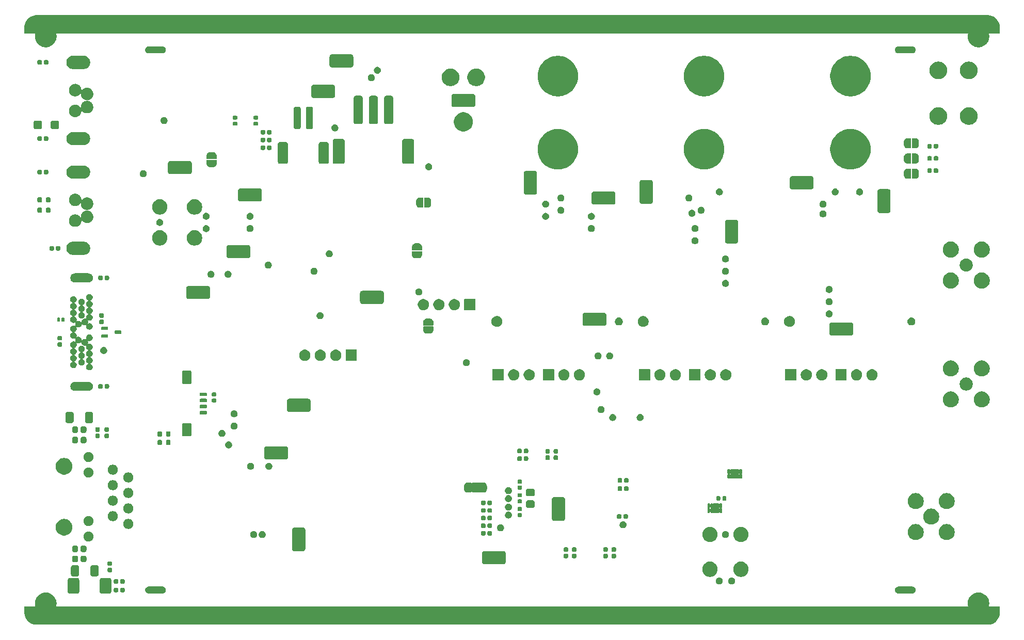
<source format=gbr>
%TF.GenerationSoftware,KiCad,Pcbnew,9.0.2*%
%TF.CreationDate,2025-05-15T13:19:03-04:00*%
%TF.ProjectId,mainBoard,6d61696e-426f-4617-9264-2e6b69636164,01*%
%TF.SameCoordinates,Original*%
%TF.FileFunction,Soldermask,Bot*%
%TF.FilePolarity,Negative*%
%FSLAX46Y46*%
G04 Gerber Fmt 4.6, Leading zero omitted, Abs format (unit mm)*
G04 Created by KiCad (PCBNEW 9.0.2) date 2025-05-15 13:19:03*
%MOMM*%
%LPD*%
G01*
G04 APERTURE LIST*
G04 APERTURE END LIST*
G36*
X73846519Y-144757929D02*
G01*
X74070941Y-144818063D01*
X74285593Y-144906975D01*
X74486804Y-145023144D01*
X74671130Y-145164582D01*
X74835418Y-145328870D01*
X74976856Y-145513196D01*
X75093025Y-145714407D01*
X75181937Y-145929059D01*
X75242071Y-146153481D01*
X75272397Y-146383831D01*
X75272397Y-146616169D01*
X75242071Y-146846519D01*
X75212907Y-146955359D01*
X75243325Y-146995000D01*
X224756675Y-146995000D01*
X224787092Y-146955359D01*
X224757929Y-146846519D01*
X224727603Y-146616169D01*
X224727603Y-146383831D01*
X224757929Y-146153481D01*
X224818063Y-145929059D01*
X224906975Y-145714407D01*
X225023144Y-145513196D01*
X225164582Y-145328870D01*
X225328870Y-145164582D01*
X225513196Y-145023144D01*
X225714407Y-144906975D01*
X225929059Y-144818063D01*
X226153481Y-144757929D01*
X226383831Y-144727603D01*
X226616169Y-144727603D01*
X226846519Y-144757929D01*
X227070941Y-144818063D01*
X227285593Y-144906975D01*
X227486804Y-145023144D01*
X227671130Y-145164582D01*
X227835418Y-145328870D01*
X227976856Y-145513196D01*
X228093025Y-145714407D01*
X228181937Y-145929059D01*
X228242071Y-146153481D01*
X228272397Y-146383831D01*
X228272397Y-146616169D01*
X228242071Y-146846519D01*
X228212907Y-146955359D01*
X228243325Y-146995000D01*
X229989896Y-146995000D01*
X230000576Y-146999423D01*
X230005000Y-147010104D01*
X230005000Y-147999762D01*
X230004995Y-148000311D01*
X230002479Y-148141369D01*
X230002175Y-148145139D01*
X229961996Y-148424594D01*
X229961077Y-148428822D01*
X229881602Y-148699487D01*
X229880086Y-148703552D01*
X229762903Y-148960146D01*
X229760828Y-148963945D01*
X229608314Y-149201261D01*
X229605712Y-149204737D01*
X229420986Y-149417923D01*
X229417923Y-149420986D01*
X229204737Y-149605712D01*
X229201261Y-149608314D01*
X228963945Y-149760828D01*
X228960146Y-149762903D01*
X228703552Y-149880086D01*
X228699487Y-149881602D01*
X228428822Y-149961077D01*
X228424594Y-149961996D01*
X228145139Y-150002175D01*
X228141369Y-150002479D01*
X228000311Y-150004995D01*
X227999762Y-150005000D01*
X72000238Y-150005000D01*
X71999688Y-150004995D01*
X71858630Y-150002479D01*
X71854860Y-150002175D01*
X71575405Y-149961996D01*
X71571177Y-149961077D01*
X71300512Y-149881602D01*
X71296447Y-149880086D01*
X71039853Y-149762903D01*
X71036054Y-149760828D01*
X70798738Y-149608314D01*
X70795262Y-149605712D01*
X70582076Y-149420986D01*
X70579013Y-149417923D01*
X70394287Y-149204737D01*
X70391685Y-149201261D01*
X70239171Y-148963945D01*
X70237096Y-148960146D01*
X70119913Y-148703552D01*
X70118397Y-148699487D01*
X70038922Y-148428822D01*
X70038003Y-148424594D01*
X69997824Y-148145139D01*
X69997520Y-148141369D01*
X69995004Y-148000311D01*
X69995000Y-147999762D01*
X69995000Y-147010104D01*
X69999423Y-146999423D01*
X70010104Y-146995000D01*
X71756675Y-146995000D01*
X71787092Y-146955359D01*
X71757929Y-146846519D01*
X71727603Y-146616169D01*
X71727603Y-146383831D01*
X71757929Y-146153481D01*
X71818063Y-145929059D01*
X71906975Y-145714407D01*
X72023144Y-145513196D01*
X72164582Y-145328870D01*
X72328870Y-145164582D01*
X72513196Y-145023144D01*
X72714407Y-144906975D01*
X72929059Y-144818063D01*
X73153481Y-144757929D01*
X73383831Y-144727603D01*
X73616169Y-144727603D01*
X73846519Y-144757929D01*
G37*
G36*
X78759427Y-142334915D02*
G01*
X78764796Y-142337419D01*
X78767391Y-142337797D01*
X78804261Y-142355821D01*
X78862101Y-142382793D01*
X78942207Y-142462899D01*
X78969182Y-142520747D01*
X78987202Y-142557607D01*
X78987579Y-142560200D01*
X78990085Y-142565573D01*
X79001200Y-142650000D01*
X79001200Y-144550000D01*
X78990085Y-144634427D01*
X78987579Y-144639800D01*
X78987202Y-144642391D01*
X78969198Y-144679217D01*
X78942207Y-144737101D01*
X78862101Y-144817207D01*
X78804230Y-144844192D01*
X78767392Y-144862202D01*
X78764799Y-144862579D01*
X78759427Y-144865085D01*
X78675000Y-144876200D01*
X77425000Y-144876200D01*
X77340573Y-144865085D01*
X77335200Y-144862579D01*
X77332608Y-144862202D01*
X77295760Y-144844188D01*
X77237899Y-144817207D01*
X77157793Y-144737101D01*
X77130828Y-144679275D01*
X77112797Y-144642392D01*
X77112418Y-144639796D01*
X77109915Y-144634427D01*
X77098800Y-144550000D01*
X77098800Y-142650000D01*
X77109915Y-142565573D01*
X77112418Y-142560203D01*
X77112797Y-142557608D01*
X77130832Y-142520716D01*
X77157793Y-142462899D01*
X77237899Y-142382793D01*
X77295703Y-142355838D01*
X77332607Y-142337797D01*
X77335203Y-142337418D01*
X77340573Y-142334915D01*
X77425000Y-142323800D01*
X78675000Y-142323800D01*
X78759427Y-142334915D01*
G37*
G36*
X84009427Y-142334915D02*
G01*
X84014796Y-142337419D01*
X84017391Y-142337797D01*
X84054261Y-142355821D01*
X84112101Y-142382793D01*
X84192207Y-142462899D01*
X84219182Y-142520747D01*
X84237202Y-142557607D01*
X84237579Y-142560200D01*
X84240085Y-142565573D01*
X84251200Y-142650000D01*
X84251200Y-144550000D01*
X84240085Y-144634427D01*
X84237579Y-144639800D01*
X84237202Y-144642391D01*
X84219198Y-144679217D01*
X84192207Y-144737101D01*
X84112101Y-144817207D01*
X84054230Y-144844192D01*
X84017392Y-144862202D01*
X84014799Y-144862579D01*
X84009427Y-144865085D01*
X83925000Y-144876200D01*
X82675000Y-144876200D01*
X82590573Y-144865085D01*
X82585200Y-144862579D01*
X82582608Y-144862202D01*
X82545760Y-144844188D01*
X82487899Y-144817207D01*
X82407793Y-144737101D01*
X82380828Y-144679275D01*
X82362797Y-144642392D01*
X82362418Y-144639796D01*
X82359915Y-144634427D01*
X82348800Y-144550000D01*
X82348800Y-142650000D01*
X82359915Y-142565573D01*
X82362418Y-142560203D01*
X82362797Y-142557608D01*
X82380832Y-142520716D01*
X82407793Y-142462899D01*
X82487899Y-142382793D01*
X82545703Y-142355838D01*
X82582607Y-142337797D01*
X82585203Y-142337418D01*
X82590573Y-142334915D01*
X82675000Y-142323800D01*
X83925000Y-142323800D01*
X84009427Y-142334915D01*
G37*
G36*
X92628740Y-143724045D02*
G01*
X92680222Y-143726574D01*
X92686558Y-143727834D01*
X92700209Y-143728729D01*
X92726572Y-143735793D01*
X92792191Y-143748845D01*
X92823168Y-143761676D01*
X92845502Y-143767661D01*
X92865527Y-143779222D01*
X92896502Y-143792053D01*
X92952133Y-143829224D01*
X92975768Y-143842870D01*
X92982237Y-143849339D01*
X92990383Y-143854782D01*
X93070217Y-143934616D01*
X93075659Y-143942761D01*
X93082130Y-143949232D01*
X93095777Y-143972869D01*
X93132946Y-144028497D01*
X93145775Y-144059469D01*
X93157339Y-144079498D01*
X93163324Y-144101835D01*
X93176154Y-144132808D01*
X93189205Y-144198422D01*
X93196271Y-144224791D01*
X93196271Y-144233943D01*
X93198181Y-144243546D01*
X93198181Y-144356453D01*
X93196271Y-144366055D01*
X93196271Y-144375209D01*
X93189204Y-144401580D01*
X93176154Y-144467191D01*
X93163325Y-144498161D01*
X93157339Y-144520502D01*
X93145773Y-144540533D01*
X93132946Y-144571502D01*
X93095781Y-144627122D01*
X93082130Y-144650768D01*
X93075657Y-144657240D01*
X93070217Y-144665383D01*
X92990383Y-144745217D01*
X92982240Y-144750657D01*
X92975768Y-144757130D01*
X92952122Y-144770781D01*
X92896502Y-144807946D01*
X92865533Y-144820773D01*
X92845502Y-144832339D01*
X92823161Y-144838325D01*
X92792191Y-144851154D01*
X92726587Y-144864202D01*
X92700209Y-144871271D01*
X92686551Y-144872166D01*
X92680222Y-144873425D01*
X92628745Y-144875954D01*
X92625000Y-144876200D01*
X92623750Y-144876200D01*
X90376250Y-144876200D01*
X90375000Y-144876200D01*
X90371254Y-144875954D01*
X90319777Y-144873425D01*
X90313447Y-144872165D01*
X90299791Y-144871271D01*
X90273415Y-144864203D01*
X90207808Y-144851154D01*
X90176835Y-144838324D01*
X90154498Y-144832339D01*
X90134469Y-144820775D01*
X90103497Y-144807946D01*
X90047869Y-144770777D01*
X90024232Y-144757130D01*
X90017761Y-144750659D01*
X90009616Y-144745217D01*
X89929782Y-144665383D01*
X89924339Y-144657237D01*
X89917870Y-144650768D01*
X89904224Y-144627133D01*
X89867053Y-144571502D01*
X89854222Y-144540527D01*
X89842661Y-144520502D01*
X89836676Y-144498168D01*
X89823845Y-144467191D01*
X89810793Y-144401574D01*
X89803729Y-144375209D01*
X89803729Y-144366055D01*
X89801819Y-144356453D01*
X89801819Y-144243546D01*
X89803729Y-144233943D01*
X89803729Y-144224791D01*
X89810792Y-144198428D01*
X89823845Y-144132808D01*
X89836677Y-144101828D01*
X89842661Y-144079498D01*
X89854221Y-144059475D01*
X89867053Y-144028497D01*
X89904229Y-143972858D01*
X89917870Y-143949232D01*
X89924337Y-143942764D01*
X89929782Y-143934616D01*
X90009616Y-143854782D01*
X90017764Y-143849337D01*
X90024232Y-143842870D01*
X90047858Y-143829229D01*
X90103497Y-143792053D01*
X90134475Y-143779221D01*
X90154498Y-143767661D01*
X90176828Y-143761677D01*
X90207808Y-143748845D01*
X90273429Y-143735792D01*
X90299791Y-143728729D01*
X90313439Y-143727834D01*
X90319777Y-143726574D01*
X90371259Y-143724045D01*
X90375000Y-143723800D01*
X92625000Y-143723800D01*
X92628740Y-143724045D01*
G37*
G36*
X215628740Y-143724045D02*
G01*
X215680222Y-143726574D01*
X215686558Y-143727834D01*
X215700209Y-143728729D01*
X215726572Y-143735793D01*
X215792191Y-143748845D01*
X215823168Y-143761676D01*
X215845502Y-143767661D01*
X215865527Y-143779222D01*
X215896502Y-143792053D01*
X215952133Y-143829224D01*
X215975768Y-143842870D01*
X215982237Y-143849339D01*
X215990383Y-143854782D01*
X216070217Y-143934616D01*
X216075659Y-143942761D01*
X216082130Y-143949232D01*
X216095777Y-143972869D01*
X216132946Y-144028497D01*
X216145775Y-144059469D01*
X216157339Y-144079498D01*
X216163324Y-144101835D01*
X216176154Y-144132808D01*
X216189205Y-144198422D01*
X216196271Y-144224791D01*
X216196271Y-144233943D01*
X216198181Y-144243546D01*
X216198181Y-144356453D01*
X216196271Y-144366055D01*
X216196271Y-144375209D01*
X216189204Y-144401580D01*
X216176154Y-144467191D01*
X216163325Y-144498161D01*
X216157339Y-144520502D01*
X216145773Y-144540533D01*
X216132946Y-144571502D01*
X216095781Y-144627122D01*
X216082130Y-144650768D01*
X216075657Y-144657240D01*
X216070217Y-144665383D01*
X215990383Y-144745217D01*
X215982240Y-144750657D01*
X215975768Y-144757130D01*
X215952122Y-144770781D01*
X215896502Y-144807946D01*
X215865533Y-144820773D01*
X215845502Y-144832339D01*
X215823161Y-144838325D01*
X215792191Y-144851154D01*
X215726587Y-144864202D01*
X215700209Y-144871271D01*
X215686551Y-144872166D01*
X215680222Y-144873425D01*
X215628745Y-144875954D01*
X215625000Y-144876200D01*
X215623750Y-144876200D01*
X213376250Y-144876200D01*
X213375000Y-144876200D01*
X213371254Y-144875954D01*
X213319777Y-144873425D01*
X213313447Y-144872165D01*
X213299791Y-144871271D01*
X213273415Y-144864203D01*
X213207808Y-144851154D01*
X213176835Y-144838324D01*
X213154498Y-144832339D01*
X213134469Y-144820775D01*
X213103497Y-144807946D01*
X213047869Y-144770777D01*
X213024232Y-144757130D01*
X213017761Y-144750659D01*
X213009616Y-144745217D01*
X212929782Y-144665383D01*
X212924339Y-144657237D01*
X212917870Y-144650768D01*
X212904224Y-144627133D01*
X212867053Y-144571502D01*
X212854222Y-144540527D01*
X212842661Y-144520502D01*
X212836676Y-144498168D01*
X212823845Y-144467191D01*
X212810793Y-144401574D01*
X212803729Y-144375209D01*
X212803729Y-144366055D01*
X212801819Y-144356453D01*
X212801819Y-144243546D01*
X212803729Y-144233943D01*
X212803729Y-144224791D01*
X212810792Y-144198428D01*
X212823845Y-144132808D01*
X212836677Y-144101828D01*
X212842661Y-144079498D01*
X212854221Y-144059475D01*
X212867053Y-144028497D01*
X212904229Y-143972858D01*
X212917870Y-143949232D01*
X212924337Y-143942764D01*
X212929782Y-143934616D01*
X213009616Y-143854782D01*
X213017764Y-143849337D01*
X213024232Y-143842870D01*
X213047858Y-143829229D01*
X213103497Y-143792053D01*
X213134475Y-143779221D01*
X213154498Y-143767661D01*
X213176828Y-143761677D01*
X213207808Y-143748845D01*
X213273429Y-143735792D01*
X213299791Y-143728729D01*
X213313439Y-143727834D01*
X213319777Y-143726574D01*
X213371259Y-143724045D01*
X213375000Y-143723800D01*
X215625000Y-143723800D01*
X215628740Y-143724045D01*
G37*
G36*
X85179117Y-143924619D02*
G01*
X85224930Y-143929934D01*
X85240580Y-143936844D01*
X85261563Y-143941018D01*
X85284027Y-143956027D01*
X85302338Y-143964113D01*
X85314844Y-143976619D01*
X85334948Y-143990052D01*
X85348380Y-144010155D01*
X85360886Y-144022661D01*
X85368970Y-144040970D01*
X85383982Y-144063437D01*
X85388155Y-144084421D01*
X85395065Y-144100069D01*
X85400378Y-144145871D01*
X85401200Y-144150000D01*
X85401200Y-144450000D01*
X85400378Y-144454129D01*
X85395065Y-144499930D01*
X85388156Y-144515576D01*
X85383982Y-144536563D01*
X85368969Y-144559031D01*
X85360886Y-144577338D01*
X85348382Y-144589841D01*
X85334948Y-144609948D01*
X85314841Y-144623382D01*
X85302338Y-144635886D01*
X85284031Y-144643969D01*
X85261563Y-144658982D01*
X85240576Y-144663156D01*
X85224930Y-144670065D01*
X85179129Y-144675378D01*
X85175000Y-144676200D01*
X84875000Y-144676200D01*
X84870871Y-144675378D01*
X84825069Y-144670065D01*
X84809421Y-144663155D01*
X84788437Y-144658982D01*
X84765970Y-144643970D01*
X84747661Y-144635886D01*
X84735155Y-144623380D01*
X84715052Y-144609948D01*
X84701619Y-144589844D01*
X84689113Y-144577338D01*
X84681027Y-144559027D01*
X84666018Y-144536563D01*
X84661844Y-144515580D01*
X84654934Y-144499930D01*
X84649619Y-144454117D01*
X84648800Y-144450000D01*
X84648800Y-144150000D01*
X84649618Y-144145883D01*
X84654934Y-144100069D01*
X84661844Y-144084417D01*
X84666018Y-144063437D01*
X84681026Y-144040974D01*
X84689113Y-144022661D01*
X84701621Y-144010152D01*
X84715052Y-143990052D01*
X84735152Y-143976621D01*
X84747661Y-143964113D01*
X84765974Y-143956026D01*
X84788437Y-143941018D01*
X84809417Y-143936844D01*
X84825069Y-143929934D01*
X84870883Y-143924618D01*
X84875000Y-143923800D01*
X85175000Y-143923800D01*
X85179117Y-143924619D01*
G37*
G36*
X86229117Y-143924619D02*
G01*
X86274930Y-143929934D01*
X86290580Y-143936844D01*
X86311563Y-143941018D01*
X86334027Y-143956027D01*
X86352338Y-143964113D01*
X86364844Y-143976619D01*
X86384948Y-143990052D01*
X86398380Y-144010155D01*
X86410886Y-144022661D01*
X86418970Y-144040970D01*
X86433982Y-144063437D01*
X86438155Y-144084421D01*
X86445065Y-144100069D01*
X86450378Y-144145871D01*
X86451200Y-144150000D01*
X86451200Y-144450000D01*
X86450378Y-144454129D01*
X86445065Y-144499930D01*
X86438156Y-144515576D01*
X86433982Y-144536563D01*
X86418969Y-144559031D01*
X86410886Y-144577338D01*
X86398382Y-144589841D01*
X86384948Y-144609948D01*
X86364841Y-144623382D01*
X86352338Y-144635886D01*
X86334031Y-144643969D01*
X86311563Y-144658982D01*
X86290576Y-144663156D01*
X86274930Y-144670065D01*
X86229129Y-144675378D01*
X86225000Y-144676200D01*
X85925000Y-144676200D01*
X85920871Y-144675378D01*
X85875069Y-144670065D01*
X85859421Y-144663155D01*
X85838437Y-144658982D01*
X85815970Y-144643970D01*
X85797661Y-144635886D01*
X85785155Y-144623380D01*
X85765052Y-144609948D01*
X85751619Y-144589844D01*
X85739113Y-144577338D01*
X85731027Y-144559027D01*
X85716018Y-144536563D01*
X85711844Y-144515580D01*
X85704934Y-144499930D01*
X85699619Y-144454117D01*
X85698800Y-144450000D01*
X85698800Y-144150000D01*
X85699618Y-144145883D01*
X85704934Y-144100069D01*
X85711844Y-144084417D01*
X85716018Y-144063437D01*
X85731026Y-144040974D01*
X85739113Y-144022661D01*
X85751621Y-144010152D01*
X85765052Y-143990052D01*
X85785152Y-143976621D01*
X85797661Y-143964113D01*
X85815974Y-143956026D01*
X85838437Y-143941018D01*
X85859417Y-143936844D01*
X85875069Y-143929934D01*
X85920883Y-143924618D01*
X85925000Y-143923800D01*
X86225000Y-143923800D01*
X86229117Y-143924619D01*
G37*
G36*
X184049505Y-142243389D02*
G01*
X184058596Y-142243389D01*
X184084787Y-142250406D01*
X184149827Y-142263344D01*
X184180529Y-142276061D01*
X184202704Y-142282003D01*
X184222582Y-142293479D01*
X184253287Y-142306198D01*
X184308440Y-142343050D01*
X184331907Y-142356599D01*
X184338330Y-142363022D01*
X184346401Y-142368415D01*
X184425584Y-142447598D01*
X184430976Y-142455668D01*
X184437401Y-142462093D01*
X184450951Y-142485563D01*
X184487801Y-142540712D01*
X184500518Y-142571413D01*
X184511997Y-142591296D01*
X184517939Y-142613474D01*
X184530655Y-142644172D01*
X184543591Y-142709208D01*
X184550611Y-142735404D01*
X184550611Y-142744495D01*
X184552503Y-142754007D01*
X184552503Y-142865992D01*
X184550611Y-142875503D01*
X184550611Y-142884596D01*
X184543590Y-142910794D01*
X184530655Y-142975827D01*
X184517940Y-143006523D01*
X184511997Y-143028704D01*
X184500516Y-143048588D01*
X184487801Y-143079287D01*
X184450955Y-143134429D01*
X184437401Y-143157907D01*
X184430974Y-143164333D01*
X184425584Y-143172401D01*
X184346401Y-143251584D01*
X184338333Y-143256974D01*
X184331907Y-143263401D01*
X184308429Y-143276955D01*
X184253287Y-143313801D01*
X184222588Y-143326516D01*
X184202704Y-143337997D01*
X184180523Y-143343940D01*
X184149827Y-143356655D01*
X184084793Y-143369591D01*
X184058596Y-143376611D01*
X184049504Y-143376611D01*
X184039993Y-143378503D01*
X183928007Y-143378503D01*
X183918495Y-143376611D01*
X183909404Y-143376611D01*
X183883208Y-143369591D01*
X183818172Y-143356655D01*
X183787474Y-143343939D01*
X183765296Y-143337997D01*
X183745413Y-143326518D01*
X183714712Y-143313801D01*
X183659563Y-143276951D01*
X183636093Y-143263401D01*
X183629668Y-143256976D01*
X183621598Y-143251584D01*
X183542415Y-143172401D01*
X183537022Y-143164330D01*
X183530599Y-143157907D01*
X183517050Y-143134440D01*
X183480198Y-143079287D01*
X183467479Y-143048582D01*
X183456003Y-143028704D01*
X183450061Y-143006529D01*
X183437344Y-142975827D01*
X183424407Y-142910788D01*
X183417389Y-142884596D01*
X183417389Y-142875503D01*
X183415497Y-142865992D01*
X183415497Y-142754007D01*
X183417389Y-142744495D01*
X183417389Y-142735404D01*
X183424406Y-142709213D01*
X183437344Y-142644172D01*
X183450062Y-142613467D01*
X183456003Y-142591296D01*
X183467478Y-142571420D01*
X183480198Y-142540712D01*
X183517054Y-142485552D01*
X183530599Y-142462093D01*
X183537020Y-142455671D01*
X183542415Y-142447598D01*
X183621598Y-142368415D01*
X183629671Y-142363020D01*
X183636093Y-142356599D01*
X183659552Y-142343054D01*
X183714712Y-142306198D01*
X183745420Y-142293478D01*
X183765296Y-142282003D01*
X183787467Y-142276062D01*
X183818172Y-142263344D01*
X183883213Y-142250406D01*
X183909404Y-142243389D01*
X183918495Y-142243389D01*
X183928007Y-142241497D01*
X184039993Y-142241497D01*
X184049505Y-142243389D01*
G37*
G36*
X186081505Y-142243389D02*
G01*
X186090596Y-142243389D01*
X186116787Y-142250406D01*
X186181827Y-142263344D01*
X186212529Y-142276061D01*
X186234704Y-142282003D01*
X186254582Y-142293479D01*
X186285287Y-142306198D01*
X186340440Y-142343050D01*
X186363907Y-142356599D01*
X186370330Y-142363022D01*
X186378401Y-142368415D01*
X186457584Y-142447598D01*
X186462976Y-142455668D01*
X186469401Y-142462093D01*
X186482951Y-142485563D01*
X186519801Y-142540712D01*
X186532518Y-142571413D01*
X186543997Y-142591296D01*
X186549939Y-142613474D01*
X186562655Y-142644172D01*
X186575591Y-142709208D01*
X186582611Y-142735404D01*
X186582611Y-142744495D01*
X186584503Y-142754007D01*
X186584503Y-142865992D01*
X186582611Y-142875503D01*
X186582611Y-142884596D01*
X186575590Y-142910794D01*
X186562655Y-142975827D01*
X186549940Y-143006523D01*
X186543997Y-143028704D01*
X186532516Y-143048588D01*
X186519801Y-143079287D01*
X186482955Y-143134429D01*
X186469401Y-143157907D01*
X186462974Y-143164333D01*
X186457584Y-143172401D01*
X186378401Y-143251584D01*
X186370333Y-143256974D01*
X186363907Y-143263401D01*
X186340429Y-143276955D01*
X186285287Y-143313801D01*
X186254588Y-143326516D01*
X186234704Y-143337997D01*
X186212523Y-143343940D01*
X186181827Y-143356655D01*
X186116793Y-143369591D01*
X186090596Y-143376611D01*
X186081504Y-143376611D01*
X186071993Y-143378503D01*
X185960007Y-143378503D01*
X185950495Y-143376611D01*
X185941404Y-143376611D01*
X185915208Y-143369591D01*
X185850172Y-143356655D01*
X185819474Y-143343939D01*
X185797296Y-143337997D01*
X185777413Y-143326518D01*
X185746712Y-143313801D01*
X185691563Y-143276951D01*
X185668093Y-143263401D01*
X185661668Y-143256976D01*
X185653598Y-143251584D01*
X185574415Y-143172401D01*
X185569022Y-143164330D01*
X185562599Y-143157907D01*
X185549050Y-143134440D01*
X185512198Y-143079287D01*
X185499479Y-143048582D01*
X185488003Y-143028704D01*
X185482061Y-143006529D01*
X185469344Y-142975827D01*
X185456407Y-142910788D01*
X185449389Y-142884596D01*
X185449389Y-142875503D01*
X185447497Y-142865992D01*
X185447497Y-142754007D01*
X185449389Y-142744495D01*
X185449389Y-142735404D01*
X185456406Y-142709213D01*
X185469344Y-142644172D01*
X185482062Y-142613467D01*
X185488003Y-142591296D01*
X185499478Y-142571420D01*
X185512198Y-142540712D01*
X185549054Y-142485552D01*
X185562599Y-142462093D01*
X185569020Y-142455671D01*
X185574415Y-142447598D01*
X185653598Y-142368415D01*
X185661671Y-142363020D01*
X185668093Y-142356599D01*
X185691552Y-142343054D01*
X185746712Y-142306198D01*
X185777420Y-142293478D01*
X185797296Y-142282003D01*
X185819467Y-142276062D01*
X185850172Y-142263344D01*
X185915213Y-142250406D01*
X185941404Y-142243389D01*
X185950495Y-142243389D01*
X185960007Y-142241497D01*
X186071993Y-142241497D01*
X186081505Y-142243389D01*
G37*
G36*
X85179117Y-142524619D02*
G01*
X85224930Y-142529934D01*
X85240580Y-142536844D01*
X85261563Y-142541018D01*
X85284027Y-142556027D01*
X85302338Y-142564113D01*
X85314844Y-142576619D01*
X85334948Y-142590052D01*
X85348380Y-142610155D01*
X85360886Y-142622661D01*
X85368970Y-142640970D01*
X85383982Y-142663437D01*
X85388155Y-142684421D01*
X85395065Y-142700069D01*
X85400378Y-142745871D01*
X85401200Y-142750000D01*
X85401200Y-143050000D01*
X85400378Y-143054129D01*
X85395065Y-143099930D01*
X85388156Y-143115576D01*
X85383982Y-143136563D01*
X85368969Y-143159031D01*
X85360886Y-143177338D01*
X85348382Y-143189841D01*
X85334948Y-143209948D01*
X85314841Y-143223382D01*
X85302338Y-143235886D01*
X85284031Y-143243969D01*
X85261563Y-143258982D01*
X85240576Y-143263156D01*
X85224930Y-143270065D01*
X85179129Y-143275378D01*
X85175000Y-143276200D01*
X84875000Y-143276200D01*
X84870871Y-143275378D01*
X84825069Y-143270065D01*
X84809421Y-143263155D01*
X84788437Y-143258982D01*
X84765970Y-143243970D01*
X84747661Y-143235886D01*
X84735155Y-143223380D01*
X84715052Y-143209948D01*
X84701619Y-143189844D01*
X84689113Y-143177338D01*
X84681027Y-143159027D01*
X84666018Y-143136563D01*
X84661844Y-143115580D01*
X84654934Y-143099930D01*
X84649619Y-143054117D01*
X84648800Y-143050000D01*
X84648800Y-142750000D01*
X84649618Y-142745883D01*
X84654934Y-142700069D01*
X84661844Y-142684417D01*
X84666018Y-142663437D01*
X84681026Y-142640974D01*
X84689113Y-142622661D01*
X84701621Y-142610152D01*
X84715052Y-142590052D01*
X84735152Y-142576621D01*
X84747661Y-142564113D01*
X84765974Y-142556026D01*
X84788437Y-142541018D01*
X84809417Y-142536844D01*
X84825069Y-142529934D01*
X84870883Y-142524618D01*
X84875000Y-142523800D01*
X85175000Y-142523800D01*
X85179117Y-142524619D01*
G37*
G36*
X86229117Y-142524619D02*
G01*
X86274930Y-142529934D01*
X86290580Y-142536844D01*
X86311563Y-142541018D01*
X86334027Y-142556027D01*
X86352338Y-142564113D01*
X86364844Y-142576619D01*
X86384948Y-142590052D01*
X86398380Y-142610155D01*
X86410886Y-142622661D01*
X86418970Y-142640970D01*
X86433982Y-142663437D01*
X86438155Y-142684421D01*
X86445065Y-142700069D01*
X86450378Y-142745871D01*
X86451200Y-142750000D01*
X86451200Y-143050000D01*
X86450378Y-143054129D01*
X86445065Y-143099930D01*
X86438156Y-143115576D01*
X86433982Y-143136563D01*
X86418969Y-143159031D01*
X86410886Y-143177338D01*
X86398382Y-143189841D01*
X86384948Y-143209948D01*
X86364841Y-143223382D01*
X86352338Y-143235886D01*
X86334031Y-143243969D01*
X86311563Y-143258982D01*
X86290576Y-143263156D01*
X86274930Y-143270065D01*
X86229129Y-143275378D01*
X86225000Y-143276200D01*
X85925000Y-143276200D01*
X85920871Y-143275378D01*
X85875069Y-143270065D01*
X85859421Y-143263155D01*
X85838437Y-143258982D01*
X85815970Y-143243970D01*
X85797661Y-143235886D01*
X85785155Y-143223380D01*
X85765052Y-143209948D01*
X85751619Y-143189844D01*
X85739113Y-143177338D01*
X85731027Y-143159027D01*
X85716018Y-143136563D01*
X85711844Y-143115580D01*
X85704934Y-143099930D01*
X85699619Y-143054117D01*
X85698800Y-143050000D01*
X85698800Y-142750000D01*
X85699618Y-142745883D01*
X85704934Y-142700069D01*
X85711844Y-142684417D01*
X85716018Y-142663437D01*
X85731026Y-142640974D01*
X85739113Y-142622661D01*
X85751621Y-142610152D01*
X85765052Y-142590052D01*
X85785152Y-142576621D01*
X85797661Y-142564113D01*
X85815974Y-142556026D01*
X85838437Y-142541018D01*
X85859417Y-142536844D01*
X85875069Y-142529934D01*
X85920883Y-142524618D01*
X85925000Y-142523800D01*
X86225000Y-142523800D01*
X86229117Y-142524619D01*
G37*
G36*
X182754993Y-139676265D02*
G01*
X182943578Y-139737540D01*
X183120255Y-139827561D01*
X183280675Y-139944113D01*
X183420887Y-140084325D01*
X183537439Y-140244745D01*
X183627460Y-140421422D01*
X183688735Y-140610007D01*
X183719755Y-140805855D01*
X183719755Y-141004145D01*
X183688735Y-141199993D01*
X183627460Y-141388578D01*
X183537439Y-141565255D01*
X183420887Y-141725675D01*
X183280675Y-141865887D01*
X183120255Y-141982439D01*
X182943578Y-142072460D01*
X182754993Y-142133735D01*
X182559145Y-142164755D01*
X182360855Y-142164755D01*
X182165007Y-142133735D01*
X181976422Y-142072460D01*
X181799745Y-141982439D01*
X181639325Y-141865887D01*
X181499113Y-141725675D01*
X181382561Y-141565255D01*
X181292540Y-141388578D01*
X181231265Y-141199993D01*
X181200245Y-141004145D01*
X181200245Y-140805855D01*
X181231265Y-140610007D01*
X181292540Y-140421422D01*
X181382561Y-140244745D01*
X181499113Y-140084325D01*
X181639325Y-139944113D01*
X181799745Y-139827561D01*
X181976422Y-139737540D01*
X182165007Y-139676265D01*
X182360855Y-139645245D01*
X182559145Y-139645245D01*
X182754993Y-139676265D01*
G37*
G36*
X187834993Y-139676265D02*
G01*
X188023578Y-139737540D01*
X188200255Y-139827561D01*
X188360675Y-139944113D01*
X188500887Y-140084325D01*
X188617439Y-140244745D01*
X188707460Y-140421422D01*
X188768735Y-140610007D01*
X188799755Y-140805855D01*
X188799755Y-141004145D01*
X188768735Y-141199993D01*
X188707460Y-141388578D01*
X188617439Y-141565255D01*
X188500887Y-141725675D01*
X188360675Y-141865887D01*
X188200255Y-141982439D01*
X188023578Y-142072460D01*
X187834993Y-142133735D01*
X187639145Y-142164755D01*
X187440855Y-142164755D01*
X187245007Y-142133735D01*
X187056422Y-142072460D01*
X186879745Y-141982439D01*
X186719325Y-141865887D01*
X186579113Y-141725675D01*
X186462561Y-141565255D01*
X186372540Y-141388578D01*
X186311265Y-141199993D01*
X186280245Y-141004145D01*
X186280245Y-140805855D01*
X186311265Y-140610007D01*
X186372540Y-140421422D01*
X186462561Y-140244745D01*
X186579113Y-140084325D01*
X186719325Y-139944113D01*
X186879745Y-139827561D01*
X187056422Y-139737540D01*
X187245007Y-139676265D01*
X187440855Y-139645245D01*
X187639145Y-139645245D01*
X187834993Y-139676265D01*
G37*
G36*
X78604289Y-140224424D02*
G01*
X78668463Y-140230442D01*
X78684783Y-140236153D01*
X78707343Y-140239440D01*
X78740502Y-140255650D01*
X78775517Y-140267903D01*
X78795041Y-140282312D01*
X78818601Y-140293830D01*
X78841008Y-140316237D01*
X78865607Y-140334392D01*
X78883761Y-140358990D01*
X78906170Y-140381399D01*
X78917687Y-140404959D01*
X78932096Y-140424482D01*
X78944347Y-140459492D01*
X78960560Y-140492657D01*
X78963847Y-140515219D01*
X78969557Y-140531536D01*
X78975572Y-140595693D01*
X78976200Y-140600000D01*
X78976200Y-141700000D01*
X78975572Y-141704308D01*
X78969557Y-141768463D01*
X78963847Y-141784779D01*
X78960560Y-141807343D01*
X78944345Y-141840509D01*
X78932096Y-141875517D01*
X78917689Y-141895037D01*
X78906170Y-141918601D01*
X78883758Y-141941012D01*
X78865607Y-141965607D01*
X78841012Y-141983758D01*
X78818601Y-142006170D01*
X78795037Y-142017689D01*
X78775517Y-142032096D01*
X78740509Y-142044345D01*
X78707343Y-142060560D01*
X78684779Y-142063847D01*
X78668463Y-142069557D01*
X78604308Y-142075572D01*
X78600000Y-142076200D01*
X78000000Y-142076200D01*
X77995693Y-142075572D01*
X77931536Y-142069557D01*
X77915219Y-142063847D01*
X77892657Y-142060560D01*
X77859492Y-142044347D01*
X77824482Y-142032096D01*
X77804959Y-142017687D01*
X77781399Y-142006170D01*
X77758990Y-141983761D01*
X77734392Y-141965607D01*
X77716237Y-141941008D01*
X77693830Y-141918601D01*
X77682312Y-141895041D01*
X77667903Y-141875517D01*
X77655650Y-141840502D01*
X77639440Y-141807343D01*
X77636153Y-141784783D01*
X77630442Y-141768463D01*
X77624424Y-141704289D01*
X77623800Y-141700000D01*
X77623800Y-140600000D01*
X77624424Y-140595712D01*
X77630442Y-140531536D01*
X77636153Y-140515214D01*
X77639440Y-140492657D01*
X77655649Y-140459499D01*
X77667903Y-140424482D01*
X77682314Y-140404955D01*
X77693830Y-140381399D01*
X77716235Y-140358993D01*
X77734392Y-140334392D01*
X77758993Y-140316235D01*
X77781399Y-140293830D01*
X77804955Y-140282314D01*
X77824482Y-140267903D01*
X77859499Y-140255649D01*
X77892657Y-140239440D01*
X77915214Y-140236153D01*
X77931536Y-140230442D01*
X77995712Y-140224424D01*
X78000000Y-140223800D01*
X78600000Y-140223800D01*
X78604289Y-140224424D01*
G37*
G36*
X81804289Y-140224424D02*
G01*
X81868463Y-140230442D01*
X81884783Y-140236153D01*
X81907343Y-140239440D01*
X81940502Y-140255650D01*
X81975517Y-140267903D01*
X81995041Y-140282312D01*
X82018601Y-140293830D01*
X82041008Y-140316237D01*
X82065607Y-140334392D01*
X82083761Y-140358990D01*
X82106170Y-140381399D01*
X82117687Y-140404959D01*
X82132096Y-140424482D01*
X82144347Y-140459492D01*
X82160560Y-140492657D01*
X82163847Y-140515219D01*
X82169557Y-140531536D01*
X82175572Y-140595693D01*
X82176200Y-140600000D01*
X82176200Y-141700000D01*
X82175572Y-141704308D01*
X82169557Y-141768463D01*
X82163847Y-141784779D01*
X82160560Y-141807343D01*
X82144345Y-141840509D01*
X82132096Y-141875517D01*
X82117689Y-141895037D01*
X82106170Y-141918601D01*
X82083758Y-141941012D01*
X82065607Y-141965607D01*
X82041012Y-141983758D01*
X82018601Y-142006170D01*
X81995037Y-142017689D01*
X81975517Y-142032096D01*
X81940509Y-142044345D01*
X81907343Y-142060560D01*
X81884779Y-142063847D01*
X81868463Y-142069557D01*
X81804308Y-142075572D01*
X81800000Y-142076200D01*
X81200000Y-142076200D01*
X81195693Y-142075572D01*
X81131536Y-142069557D01*
X81115219Y-142063847D01*
X81092657Y-142060560D01*
X81059492Y-142044347D01*
X81024482Y-142032096D01*
X81004959Y-142017687D01*
X80981399Y-142006170D01*
X80958990Y-141983761D01*
X80934392Y-141965607D01*
X80916237Y-141941008D01*
X80893830Y-141918601D01*
X80882312Y-141895041D01*
X80867903Y-141875517D01*
X80855650Y-141840502D01*
X80839440Y-141807343D01*
X80836153Y-141784783D01*
X80830442Y-141768463D01*
X80824424Y-141704289D01*
X80823800Y-141700000D01*
X80823800Y-140600000D01*
X80824424Y-140595712D01*
X80830442Y-140531536D01*
X80836153Y-140515214D01*
X80839440Y-140492657D01*
X80855649Y-140459499D01*
X80867903Y-140424482D01*
X80882314Y-140404955D01*
X80893830Y-140381399D01*
X80916235Y-140358993D01*
X80934392Y-140334392D01*
X80958993Y-140316235D01*
X80981399Y-140293830D01*
X81004955Y-140282314D01*
X81024482Y-140267903D01*
X81059499Y-140255649D01*
X81092657Y-140239440D01*
X81115214Y-140236153D01*
X81131536Y-140230442D01*
X81195712Y-140224424D01*
X81200000Y-140223800D01*
X81800000Y-140223800D01*
X81804289Y-140224424D01*
G37*
G36*
X84154117Y-140649619D02*
G01*
X84199930Y-140654934D01*
X84215580Y-140661844D01*
X84236563Y-140666018D01*
X84259027Y-140681027D01*
X84277338Y-140689113D01*
X84289844Y-140701619D01*
X84309948Y-140715052D01*
X84323380Y-140735155D01*
X84335886Y-140747661D01*
X84343970Y-140765970D01*
X84358982Y-140788437D01*
X84363155Y-140809421D01*
X84370065Y-140825069D01*
X84375378Y-140870871D01*
X84376200Y-140875000D01*
X84376200Y-141175000D01*
X84375378Y-141179129D01*
X84370065Y-141224930D01*
X84363156Y-141240576D01*
X84358982Y-141261563D01*
X84343969Y-141284031D01*
X84335886Y-141302338D01*
X84323382Y-141314841D01*
X84309948Y-141334948D01*
X84289841Y-141348382D01*
X84277338Y-141360886D01*
X84259031Y-141368969D01*
X84236563Y-141383982D01*
X84215576Y-141388156D01*
X84199930Y-141395065D01*
X84154129Y-141400378D01*
X84150000Y-141401200D01*
X83850000Y-141401200D01*
X83845871Y-141400378D01*
X83800069Y-141395065D01*
X83784421Y-141388155D01*
X83763437Y-141383982D01*
X83740970Y-141368970D01*
X83722661Y-141360886D01*
X83710155Y-141348380D01*
X83690052Y-141334948D01*
X83676619Y-141314844D01*
X83664113Y-141302338D01*
X83656027Y-141284027D01*
X83641018Y-141261563D01*
X83636844Y-141240580D01*
X83629934Y-141224930D01*
X83624619Y-141179117D01*
X83623800Y-141175000D01*
X83623800Y-140875000D01*
X83624618Y-140870883D01*
X83629934Y-140825069D01*
X83636844Y-140809417D01*
X83641018Y-140788437D01*
X83656026Y-140765974D01*
X83664113Y-140747661D01*
X83676621Y-140735152D01*
X83690052Y-140715052D01*
X83710152Y-140701621D01*
X83722661Y-140689113D01*
X83740974Y-140681026D01*
X83763437Y-140666018D01*
X83784417Y-140661844D01*
X83800069Y-140654934D01*
X83845883Y-140649618D01*
X83850000Y-140648800D01*
X84150000Y-140648800D01*
X84154117Y-140649619D01*
G37*
G36*
X84154117Y-139599619D02*
G01*
X84199930Y-139604934D01*
X84215580Y-139611844D01*
X84236563Y-139616018D01*
X84259027Y-139631027D01*
X84277338Y-139639113D01*
X84289844Y-139651619D01*
X84309948Y-139665052D01*
X84323380Y-139685155D01*
X84335886Y-139697661D01*
X84343970Y-139715970D01*
X84358982Y-139738437D01*
X84363155Y-139759421D01*
X84370065Y-139775069D01*
X84375378Y-139820871D01*
X84376200Y-139825000D01*
X84376200Y-140125000D01*
X84375378Y-140129129D01*
X84370065Y-140174930D01*
X84363156Y-140190576D01*
X84358982Y-140211563D01*
X84343969Y-140234031D01*
X84335886Y-140252338D01*
X84323382Y-140264841D01*
X84309948Y-140284948D01*
X84289841Y-140298382D01*
X84277338Y-140310886D01*
X84259031Y-140318969D01*
X84236563Y-140333982D01*
X84215576Y-140338156D01*
X84199930Y-140345065D01*
X84154129Y-140350378D01*
X84150000Y-140351200D01*
X83850000Y-140351200D01*
X83845871Y-140350378D01*
X83800069Y-140345065D01*
X83784421Y-140338155D01*
X83763437Y-140333982D01*
X83740970Y-140318970D01*
X83722661Y-140310886D01*
X83710155Y-140298380D01*
X83690052Y-140284948D01*
X83676619Y-140264844D01*
X83664113Y-140252338D01*
X83656027Y-140234027D01*
X83641018Y-140211563D01*
X83636844Y-140190580D01*
X83629934Y-140174930D01*
X83624619Y-140129117D01*
X83623800Y-140125000D01*
X83623800Y-139825000D01*
X83624618Y-139820883D01*
X83629934Y-139775069D01*
X83636844Y-139759417D01*
X83641018Y-139738437D01*
X83656026Y-139715974D01*
X83664113Y-139697661D01*
X83676621Y-139685152D01*
X83690052Y-139665052D01*
X83710152Y-139651621D01*
X83722661Y-139639113D01*
X83740974Y-139631026D01*
X83763437Y-139616018D01*
X83784417Y-139611844D01*
X83800069Y-139604934D01*
X83845883Y-139599618D01*
X83850000Y-139598800D01*
X84150000Y-139598800D01*
X84154117Y-139599619D01*
G37*
G36*
X148579289Y-137924424D02*
G01*
X148643463Y-137930442D01*
X148659783Y-137936153D01*
X148682343Y-137939440D01*
X148715502Y-137955650D01*
X148750517Y-137967903D01*
X148770041Y-137982312D01*
X148793601Y-137993830D01*
X148816008Y-138016237D01*
X148840607Y-138034392D01*
X148858761Y-138058990D01*
X148881170Y-138081399D01*
X148892687Y-138104959D01*
X148907096Y-138124482D01*
X148919347Y-138159492D01*
X148935560Y-138192657D01*
X148938847Y-138215219D01*
X148944557Y-138231536D01*
X148950572Y-138295693D01*
X148951200Y-138300000D01*
X148951200Y-139700000D01*
X148950572Y-139704308D01*
X148944557Y-139768463D01*
X148938847Y-139784779D01*
X148935560Y-139807343D01*
X148919345Y-139840509D01*
X148907096Y-139875517D01*
X148892689Y-139895037D01*
X148881170Y-139918601D01*
X148858758Y-139941012D01*
X148840607Y-139965607D01*
X148816012Y-139983758D01*
X148793601Y-140006170D01*
X148770037Y-140017689D01*
X148750517Y-140032096D01*
X148715509Y-140044345D01*
X148682343Y-140060560D01*
X148659779Y-140063847D01*
X148643463Y-140069557D01*
X148579308Y-140075572D01*
X148575000Y-140076200D01*
X145425000Y-140076200D01*
X145420693Y-140075572D01*
X145356536Y-140069557D01*
X145340219Y-140063847D01*
X145317657Y-140060560D01*
X145284492Y-140044347D01*
X145249482Y-140032096D01*
X145229959Y-140017687D01*
X145206399Y-140006170D01*
X145183990Y-139983761D01*
X145159392Y-139965607D01*
X145141237Y-139941008D01*
X145118830Y-139918601D01*
X145107312Y-139895041D01*
X145092903Y-139875517D01*
X145080650Y-139840502D01*
X145064440Y-139807343D01*
X145061153Y-139784783D01*
X145055442Y-139768463D01*
X145049424Y-139704289D01*
X145048800Y-139700000D01*
X145048800Y-138300000D01*
X145049424Y-138295712D01*
X145055442Y-138231536D01*
X145061153Y-138215214D01*
X145064440Y-138192657D01*
X145080649Y-138159499D01*
X145092903Y-138124482D01*
X145107314Y-138104955D01*
X145118830Y-138081399D01*
X145141235Y-138058993D01*
X145159392Y-138034392D01*
X145183993Y-138016235D01*
X145206399Y-137993830D01*
X145229955Y-137982314D01*
X145249482Y-137967903D01*
X145284499Y-137955649D01*
X145317657Y-137939440D01*
X145340214Y-137936153D01*
X145356536Y-137930442D01*
X145420712Y-137924424D01*
X145425000Y-137923800D01*
X148575000Y-137923800D01*
X148579289Y-137924424D01*
G37*
G36*
X78506509Y-138675094D02*
G01*
X78570251Y-138683486D01*
X78586285Y-138690962D01*
X78605697Y-138694824D01*
X78631409Y-138712004D01*
X78657972Y-138724391D01*
X78674131Y-138740550D01*
X78695303Y-138754697D01*
X78709449Y-138775868D01*
X78725608Y-138792027D01*
X78737993Y-138818587D01*
X78755176Y-138844303D01*
X78759037Y-138863715D01*
X78766512Y-138879745D01*
X78774899Y-138943461D01*
X78776200Y-138950000D01*
X78776200Y-139450000D01*
X78774902Y-139456524D01*
X78766513Y-139520251D01*
X78759037Y-139536281D01*
X78755176Y-139555697D01*
X78737991Y-139581414D01*
X78725608Y-139607972D01*
X78709451Y-139624128D01*
X78695303Y-139645303D01*
X78674128Y-139659451D01*
X78657972Y-139675608D01*
X78631414Y-139687992D01*
X78605697Y-139705176D01*
X78586282Y-139709037D01*
X78570254Y-139716512D01*
X78506540Y-139724898D01*
X78500000Y-139726200D01*
X78100000Y-139726200D01*
X78093477Y-139724902D01*
X78029748Y-139716513D01*
X78013716Y-139709037D01*
X77994303Y-139705176D01*
X77968587Y-139687993D01*
X77942027Y-139675608D01*
X77925868Y-139659449D01*
X77904697Y-139645303D01*
X77890550Y-139624131D01*
X77874391Y-139607972D01*
X77862004Y-139581409D01*
X77844824Y-139555697D01*
X77840963Y-139536286D01*
X77833487Y-139520254D01*
X77825098Y-139456525D01*
X77823800Y-139450000D01*
X77823800Y-138950000D01*
X77825094Y-138943492D01*
X77833486Y-138879748D01*
X77840963Y-138863713D01*
X77844824Y-138844303D01*
X77862003Y-138818592D01*
X77874391Y-138792027D01*
X77890552Y-138775865D01*
X77904697Y-138754697D01*
X77925865Y-138740552D01*
X77942027Y-138724391D01*
X77968592Y-138712002D01*
X77994303Y-138694824D01*
X78013711Y-138690963D01*
X78029745Y-138683487D01*
X78093476Y-138675097D01*
X78100000Y-138673800D01*
X78500000Y-138673800D01*
X78506509Y-138675094D01*
G37*
G36*
X79906509Y-138675094D02*
G01*
X79970251Y-138683486D01*
X79986285Y-138690962D01*
X80005697Y-138694824D01*
X80031409Y-138712004D01*
X80057972Y-138724391D01*
X80074131Y-138740550D01*
X80095303Y-138754697D01*
X80109449Y-138775868D01*
X80125608Y-138792027D01*
X80137993Y-138818587D01*
X80155176Y-138844303D01*
X80159037Y-138863715D01*
X80166512Y-138879745D01*
X80174899Y-138943461D01*
X80176200Y-138950000D01*
X80176200Y-139450000D01*
X80174902Y-139456524D01*
X80166513Y-139520251D01*
X80159037Y-139536281D01*
X80155176Y-139555697D01*
X80137991Y-139581414D01*
X80125608Y-139607972D01*
X80109451Y-139624128D01*
X80095303Y-139645303D01*
X80074128Y-139659451D01*
X80057972Y-139675608D01*
X80031414Y-139687992D01*
X80005697Y-139705176D01*
X79986282Y-139709037D01*
X79970254Y-139716512D01*
X79906540Y-139724898D01*
X79900000Y-139726200D01*
X79500000Y-139726200D01*
X79493477Y-139724902D01*
X79429748Y-139716513D01*
X79413716Y-139709037D01*
X79394303Y-139705176D01*
X79368587Y-139687993D01*
X79342027Y-139675608D01*
X79325868Y-139659449D01*
X79304697Y-139645303D01*
X79290550Y-139624131D01*
X79274391Y-139607972D01*
X79262004Y-139581409D01*
X79244824Y-139555697D01*
X79240963Y-139536286D01*
X79233487Y-139520254D01*
X79225098Y-139456525D01*
X79223800Y-139450000D01*
X79223800Y-138950000D01*
X79225094Y-138943492D01*
X79233486Y-138879748D01*
X79240963Y-138863713D01*
X79244824Y-138844303D01*
X79262003Y-138818592D01*
X79274391Y-138792027D01*
X79290552Y-138775865D01*
X79304697Y-138754697D01*
X79325865Y-138740552D01*
X79342027Y-138724391D01*
X79368592Y-138712002D01*
X79394303Y-138694824D01*
X79413711Y-138690963D01*
X79429745Y-138683487D01*
X79493476Y-138675097D01*
X79500000Y-138673800D01*
X79900000Y-138673800D01*
X79906509Y-138675094D01*
G37*
G36*
X158979117Y-138349619D02*
G01*
X159024930Y-138354934D01*
X159040580Y-138361844D01*
X159061563Y-138366018D01*
X159084027Y-138381027D01*
X159102338Y-138389113D01*
X159114844Y-138401619D01*
X159134948Y-138415052D01*
X159148380Y-138435155D01*
X159160886Y-138447661D01*
X159168970Y-138465970D01*
X159183982Y-138488437D01*
X159188155Y-138509421D01*
X159195065Y-138525069D01*
X159200378Y-138570871D01*
X159201200Y-138575000D01*
X159201200Y-138875000D01*
X159200378Y-138879129D01*
X159195065Y-138924930D01*
X159188156Y-138940576D01*
X159183982Y-138961563D01*
X159168969Y-138984031D01*
X159160886Y-139002338D01*
X159148382Y-139014841D01*
X159134948Y-139034948D01*
X159114841Y-139048382D01*
X159102338Y-139060886D01*
X159084031Y-139068969D01*
X159061563Y-139083982D01*
X159040576Y-139088156D01*
X159024930Y-139095065D01*
X158979129Y-139100378D01*
X158975000Y-139101200D01*
X158675000Y-139101200D01*
X158670871Y-139100378D01*
X158625069Y-139095065D01*
X158609421Y-139088155D01*
X158588437Y-139083982D01*
X158565970Y-139068970D01*
X158547661Y-139060886D01*
X158535155Y-139048380D01*
X158515052Y-139034948D01*
X158501619Y-139014844D01*
X158489113Y-139002338D01*
X158481027Y-138984027D01*
X158466018Y-138961563D01*
X158461844Y-138940580D01*
X158454934Y-138924930D01*
X158449619Y-138879117D01*
X158448800Y-138875000D01*
X158448800Y-138575000D01*
X158449618Y-138570883D01*
X158454934Y-138525069D01*
X158461844Y-138509417D01*
X158466018Y-138488437D01*
X158481026Y-138465974D01*
X158489113Y-138447661D01*
X158501621Y-138435152D01*
X158515052Y-138415052D01*
X158535152Y-138401621D01*
X158547661Y-138389113D01*
X158565974Y-138381026D01*
X158588437Y-138366018D01*
X158609417Y-138361844D01*
X158625069Y-138354934D01*
X158670883Y-138349618D01*
X158675000Y-138348800D01*
X158975000Y-138348800D01*
X158979117Y-138349619D01*
G37*
G36*
X160329117Y-138349619D02*
G01*
X160374930Y-138354934D01*
X160390580Y-138361844D01*
X160411563Y-138366018D01*
X160434027Y-138381027D01*
X160452338Y-138389113D01*
X160464844Y-138401619D01*
X160484948Y-138415052D01*
X160498380Y-138435155D01*
X160510886Y-138447661D01*
X160518970Y-138465970D01*
X160533982Y-138488437D01*
X160538155Y-138509421D01*
X160545065Y-138525069D01*
X160550378Y-138570871D01*
X160551200Y-138575000D01*
X160551200Y-138875000D01*
X160550378Y-138879129D01*
X160545065Y-138924930D01*
X160538156Y-138940576D01*
X160533982Y-138961563D01*
X160518969Y-138984031D01*
X160510886Y-139002338D01*
X160498382Y-139014841D01*
X160484948Y-139034948D01*
X160464841Y-139048382D01*
X160452338Y-139060886D01*
X160434031Y-139068969D01*
X160411563Y-139083982D01*
X160390576Y-139088156D01*
X160374930Y-139095065D01*
X160329129Y-139100378D01*
X160325000Y-139101200D01*
X160025000Y-139101200D01*
X160020871Y-139100378D01*
X159975069Y-139095065D01*
X159959421Y-139088155D01*
X159938437Y-139083982D01*
X159915970Y-139068970D01*
X159897661Y-139060886D01*
X159885155Y-139048380D01*
X159865052Y-139034948D01*
X159851619Y-139014844D01*
X159839113Y-139002338D01*
X159831027Y-138984027D01*
X159816018Y-138961563D01*
X159811844Y-138940580D01*
X159804934Y-138924930D01*
X159799619Y-138879117D01*
X159798800Y-138875000D01*
X159798800Y-138575000D01*
X159799618Y-138570883D01*
X159804934Y-138525069D01*
X159811844Y-138509417D01*
X159816018Y-138488437D01*
X159831026Y-138465974D01*
X159839113Y-138447661D01*
X159851621Y-138435152D01*
X159865052Y-138415052D01*
X159885152Y-138401621D01*
X159897661Y-138389113D01*
X159915974Y-138381026D01*
X159938437Y-138366018D01*
X159959417Y-138361844D01*
X159975069Y-138354934D01*
X160020883Y-138349618D01*
X160025000Y-138348800D01*
X160325000Y-138348800D01*
X160329117Y-138349619D01*
G37*
G36*
X165479117Y-138349619D02*
G01*
X165524930Y-138354934D01*
X165540580Y-138361844D01*
X165561563Y-138366018D01*
X165584027Y-138381027D01*
X165602338Y-138389113D01*
X165614844Y-138401619D01*
X165634948Y-138415052D01*
X165648380Y-138435155D01*
X165660886Y-138447661D01*
X165668970Y-138465970D01*
X165683982Y-138488437D01*
X165688155Y-138509421D01*
X165695065Y-138525069D01*
X165700378Y-138570871D01*
X165701200Y-138575000D01*
X165701200Y-138875000D01*
X165700378Y-138879129D01*
X165695065Y-138924930D01*
X165688156Y-138940576D01*
X165683982Y-138961563D01*
X165668969Y-138984031D01*
X165660886Y-139002338D01*
X165648382Y-139014841D01*
X165634948Y-139034948D01*
X165614841Y-139048382D01*
X165602338Y-139060886D01*
X165584031Y-139068969D01*
X165561563Y-139083982D01*
X165540576Y-139088156D01*
X165524930Y-139095065D01*
X165479129Y-139100378D01*
X165475000Y-139101200D01*
X165175000Y-139101200D01*
X165170871Y-139100378D01*
X165125069Y-139095065D01*
X165109421Y-139088155D01*
X165088437Y-139083982D01*
X165065970Y-139068970D01*
X165047661Y-139060886D01*
X165035155Y-139048380D01*
X165015052Y-139034948D01*
X165001619Y-139014844D01*
X164989113Y-139002338D01*
X164981027Y-138984027D01*
X164966018Y-138961563D01*
X164961844Y-138940580D01*
X164954934Y-138924930D01*
X164949619Y-138879117D01*
X164948800Y-138875000D01*
X164948800Y-138575000D01*
X164949618Y-138570883D01*
X164954934Y-138525069D01*
X164961844Y-138509417D01*
X164966018Y-138488437D01*
X164981026Y-138465974D01*
X164989113Y-138447661D01*
X165001621Y-138435152D01*
X165015052Y-138415052D01*
X165035152Y-138401621D01*
X165047661Y-138389113D01*
X165065974Y-138381026D01*
X165088437Y-138366018D01*
X165109417Y-138361844D01*
X165125069Y-138354934D01*
X165170883Y-138349618D01*
X165175000Y-138348800D01*
X165475000Y-138348800D01*
X165479117Y-138349619D01*
G37*
G36*
X166829117Y-138349619D02*
G01*
X166874930Y-138354934D01*
X166890580Y-138361844D01*
X166911563Y-138366018D01*
X166934027Y-138381027D01*
X166952338Y-138389113D01*
X166964844Y-138401619D01*
X166984948Y-138415052D01*
X166998380Y-138435155D01*
X167010886Y-138447661D01*
X167018970Y-138465970D01*
X167033982Y-138488437D01*
X167038155Y-138509421D01*
X167045065Y-138525069D01*
X167050378Y-138570871D01*
X167051200Y-138575000D01*
X167051200Y-138875000D01*
X167050378Y-138879129D01*
X167045065Y-138924930D01*
X167038156Y-138940576D01*
X167033982Y-138961563D01*
X167018969Y-138984031D01*
X167010886Y-139002338D01*
X166998382Y-139014841D01*
X166984948Y-139034948D01*
X166964841Y-139048382D01*
X166952338Y-139060886D01*
X166934031Y-139068969D01*
X166911563Y-139083982D01*
X166890576Y-139088156D01*
X166874930Y-139095065D01*
X166829129Y-139100378D01*
X166825000Y-139101200D01*
X166525000Y-139101200D01*
X166520871Y-139100378D01*
X166475069Y-139095065D01*
X166459421Y-139088155D01*
X166438437Y-139083982D01*
X166415970Y-139068970D01*
X166397661Y-139060886D01*
X166385155Y-139048380D01*
X166365052Y-139034948D01*
X166351619Y-139014844D01*
X166339113Y-139002338D01*
X166331027Y-138984027D01*
X166316018Y-138961563D01*
X166311844Y-138940580D01*
X166304934Y-138924930D01*
X166299619Y-138879117D01*
X166298800Y-138875000D01*
X166298800Y-138575000D01*
X166299618Y-138570883D01*
X166304934Y-138525069D01*
X166311844Y-138509417D01*
X166316018Y-138488437D01*
X166331026Y-138465974D01*
X166339113Y-138447661D01*
X166351621Y-138435152D01*
X166365052Y-138415052D01*
X166385152Y-138401621D01*
X166397661Y-138389113D01*
X166415974Y-138381026D01*
X166438437Y-138366018D01*
X166459417Y-138361844D01*
X166475069Y-138354934D01*
X166520883Y-138349618D01*
X166525000Y-138348800D01*
X166825000Y-138348800D01*
X166829117Y-138349619D01*
G37*
G36*
X78506509Y-137025094D02*
G01*
X78570251Y-137033486D01*
X78586285Y-137040962D01*
X78605697Y-137044824D01*
X78631409Y-137062004D01*
X78657972Y-137074391D01*
X78674131Y-137090550D01*
X78695303Y-137104697D01*
X78709449Y-137125868D01*
X78725608Y-137142027D01*
X78737993Y-137168587D01*
X78755176Y-137194303D01*
X78759037Y-137213715D01*
X78766512Y-137229745D01*
X78774899Y-137293461D01*
X78776200Y-137300000D01*
X78776200Y-137800000D01*
X78774902Y-137806524D01*
X78766513Y-137870251D01*
X78759037Y-137886281D01*
X78755176Y-137905697D01*
X78737991Y-137931414D01*
X78725608Y-137957972D01*
X78709451Y-137974128D01*
X78695303Y-137995303D01*
X78674128Y-138009451D01*
X78657972Y-138025608D01*
X78631414Y-138037992D01*
X78605697Y-138055176D01*
X78586282Y-138059037D01*
X78570254Y-138066512D01*
X78506540Y-138074898D01*
X78500000Y-138076200D01*
X78100000Y-138076200D01*
X78093477Y-138074902D01*
X78029748Y-138066513D01*
X78013716Y-138059037D01*
X77994303Y-138055176D01*
X77968587Y-138037993D01*
X77942027Y-138025608D01*
X77925868Y-138009449D01*
X77904697Y-137995303D01*
X77890550Y-137974131D01*
X77874391Y-137957972D01*
X77862004Y-137931409D01*
X77844824Y-137905697D01*
X77840963Y-137886286D01*
X77833487Y-137870254D01*
X77825098Y-137806525D01*
X77823800Y-137800000D01*
X77823800Y-137300000D01*
X77825094Y-137293492D01*
X77833486Y-137229748D01*
X77840963Y-137213713D01*
X77844824Y-137194303D01*
X77862003Y-137168592D01*
X77874391Y-137142027D01*
X77890552Y-137125865D01*
X77904697Y-137104697D01*
X77925865Y-137090552D01*
X77942027Y-137074391D01*
X77968592Y-137062002D01*
X77994303Y-137044824D01*
X78013711Y-137040963D01*
X78029745Y-137033487D01*
X78093476Y-137025097D01*
X78100000Y-137023800D01*
X78500000Y-137023800D01*
X78506509Y-137025094D01*
G37*
G36*
X79906509Y-137025094D02*
G01*
X79970251Y-137033486D01*
X79986285Y-137040962D01*
X80005697Y-137044824D01*
X80031409Y-137062004D01*
X80057972Y-137074391D01*
X80074131Y-137090550D01*
X80095303Y-137104697D01*
X80109449Y-137125868D01*
X80125608Y-137142027D01*
X80137993Y-137168587D01*
X80155176Y-137194303D01*
X80159037Y-137213715D01*
X80166512Y-137229745D01*
X80174899Y-137293461D01*
X80176200Y-137300000D01*
X80176200Y-137800000D01*
X80174902Y-137806524D01*
X80166513Y-137870251D01*
X80159037Y-137886281D01*
X80155176Y-137905697D01*
X80137991Y-137931414D01*
X80125608Y-137957972D01*
X80109451Y-137974128D01*
X80095303Y-137995303D01*
X80074128Y-138009451D01*
X80057972Y-138025608D01*
X80031414Y-138037992D01*
X80005697Y-138055176D01*
X79986282Y-138059037D01*
X79970254Y-138066512D01*
X79906540Y-138074898D01*
X79900000Y-138076200D01*
X79500000Y-138076200D01*
X79493477Y-138074902D01*
X79429748Y-138066513D01*
X79413716Y-138059037D01*
X79394303Y-138055176D01*
X79368587Y-138037993D01*
X79342027Y-138025608D01*
X79325868Y-138009449D01*
X79304697Y-137995303D01*
X79290550Y-137974131D01*
X79274391Y-137957972D01*
X79262004Y-137931409D01*
X79244824Y-137905697D01*
X79240963Y-137886286D01*
X79233487Y-137870254D01*
X79225098Y-137806525D01*
X79223800Y-137800000D01*
X79223800Y-137300000D01*
X79225094Y-137293492D01*
X79233486Y-137229748D01*
X79240963Y-137213713D01*
X79244824Y-137194303D01*
X79262003Y-137168592D01*
X79274391Y-137142027D01*
X79290552Y-137125865D01*
X79304697Y-137104697D01*
X79325865Y-137090552D01*
X79342027Y-137074391D01*
X79368592Y-137062002D01*
X79394303Y-137044824D01*
X79413711Y-137040963D01*
X79429745Y-137033487D01*
X79493476Y-137025097D01*
X79500000Y-137023800D01*
X79900000Y-137023800D01*
X79906509Y-137025094D01*
G37*
G36*
X158979117Y-137299619D02*
G01*
X159024930Y-137304934D01*
X159040580Y-137311844D01*
X159061563Y-137316018D01*
X159084027Y-137331027D01*
X159102338Y-137339113D01*
X159114844Y-137351619D01*
X159134948Y-137365052D01*
X159148380Y-137385155D01*
X159160886Y-137397661D01*
X159168970Y-137415970D01*
X159183982Y-137438437D01*
X159188155Y-137459421D01*
X159195065Y-137475069D01*
X159200378Y-137520871D01*
X159201200Y-137525000D01*
X159201200Y-137825000D01*
X159200378Y-137829129D01*
X159195065Y-137874930D01*
X159188156Y-137890576D01*
X159183982Y-137911563D01*
X159168969Y-137934031D01*
X159160886Y-137952338D01*
X159148382Y-137964841D01*
X159134948Y-137984948D01*
X159114841Y-137998382D01*
X159102338Y-138010886D01*
X159084031Y-138018969D01*
X159061563Y-138033982D01*
X159040576Y-138038156D01*
X159024930Y-138045065D01*
X158979129Y-138050378D01*
X158975000Y-138051200D01*
X158675000Y-138051200D01*
X158670871Y-138050378D01*
X158625069Y-138045065D01*
X158609421Y-138038155D01*
X158588437Y-138033982D01*
X158565970Y-138018970D01*
X158547661Y-138010886D01*
X158535155Y-137998380D01*
X158515052Y-137984948D01*
X158501619Y-137964844D01*
X158489113Y-137952338D01*
X158481027Y-137934027D01*
X158466018Y-137911563D01*
X158461844Y-137890580D01*
X158454934Y-137874930D01*
X158449619Y-137829117D01*
X158448800Y-137825000D01*
X158448800Y-137525000D01*
X158449618Y-137520883D01*
X158454934Y-137475069D01*
X158461844Y-137459417D01*
X158466018Y-137438437D01*
X158481026Y-137415974D01*
X158489113Y-137397661D01*
X158501621Y-137385152D01*
X158515052Y-137365052D01*
X158535152Y-137351621D01*
X158547661Y-137339113D01*
X158565974Y-137331026D01*
X158588437Y-137316018D01*
X158609417Y-137311844D01*
X158625069Y-137304934D01*
X158670883Y-137299618D01*
X158675000Y-137298800D01*
X158975000Y-137298800D01*
X158979117Y-137299619D01*
G37*
G36*
X160329117Y-137299619D02*
G01*
X160374930Y-137304934D01*
X160390580Y-137311844D01*
X160411563Y-137316018D01*
X160434027Y-137331027D01*
X160452338Y-137339113D01*
X160464844Y-137351619D01*
X160484948Y-137365052D01*
X160498380Y-137385155D01*
X160510886Y-137397661D01*
X160518970Y-137415970D01*
X160533982Y-137438437D01*
X160538155Y-137459421D01*
X160545065Y-137475069D01*
X160550378Y-137520871D01*
X160551200Y-137525000D01*
X160551200Y-137825000D01*
X160550378Y-137829129D01*
X160545065Y-137874930D01*
X160538156Y-137890576D01*
X160533982Y-137911563D01*
X160518969Y-137934031D01*
X160510886Y-137952338D01*
X160498382Y-137964841D01*
X160484948Y-137984948D01*
X160464841Y-137998382D01*
X160452338Y-138010886D01*
X160434031Y-138018969D01*
X160411563Y-138033982D01*
X160390576Y-138038156D01*
X160374930Y-138045065D01*
X160329129Y-138050378D01*
X160325000Y-138051200D01*
X160025000Y-138051200D01*
X160020871Y-138050378D01*
X159975069Y-138045065D01*
X159959421Y-138038155D01*
X159938437Y-138033982D01*
X159915970Y-138018970D01*
X159897661Y-138010886D01*
X159885155Y-137998380D01*
X159865052Y-137984948D01*
X159851619Y-137964844D01*
X159839113Y-137952338D01*
X159831027Y-137934027D01*
X159816018Y-137911563D01*
X159811844Y-137890580D01*
X159804934Y-137874930D01*
X159799619Y-137829117D01*
X159798800Y-137825000D01*
X159798800Y-137525000D01*
X159799618Y-137520883D01*
X159804934Y-137475069D01*
X159811844Y-137459417D01*
X159816018Y-137438437D01*
X159831026Y-137415974D01*
X159839113Y-137397661D01*
X159851621Y-137385152D01*
X159865052Y-137365052D01*
X159885152Y-137351621D01*
X159897661Y-137339113D01*
X159915974Y-137331026D01*
X159938437Y-137316018D01*
X159959417Y-137311844D01*
X159975069Y-137304934D01*
X160020883Y-137299618D01*
X160025000Y-137298800D01*
X160325000Y-137298800D01*
X160329117Y-137299619D01*
G37*
G36*
X165479117Y-137299619D02*
G01*
X165524930Y-137304934D01*
X165540580Y-137311844D01*
X165561563Y-137316018D01*
X165584027Y-137331027D01*
X165602338Y-137339113D01*
X165614844Y-137351619D01*
X165634948Y-137365052D01*
X165648380Y-137385155D01*
X165660886Y-137397661D01*
X165668970Y-137415970D01*
X165683982Y-137438437D01*
X165688155Y-137459421D01*
X165695065Y-137475069D01*
X165700378Y-137520871D01*
X165701200Y-137525000D01*
X165701200Y-137825000D01*
X165700378Y-137829129D01*
X165695065Y-137874930D01*
X165688156Y-137890576D01*
X165683982Y-137911563D01*
X165668969Y-137934031D01*
X165660886Y-137952338D01*
X165648382Y-137964841D01*
X165634948Y-137984948D01*
X165614841Y-137998382D01*
X165602338Y-138010886D01*
X165584031Y-138018969D01*
X165561563Y-138033982D01*
X165540576Y-138038156D01*
X165524930Y-138045065D01*
X165479129Y-138050378D01*
X165475000Y-138051200D01*
X165175000Y-138051200D01*
X165170871Y-138050378D01*
X165125069Y-138045065D01*
X165109421Y-138038155D01*
X165088437Y-138033982D01*
X165065970Y-138018970D01*
X165047661Y-138010886D01*
X165035155Y-137998380D01*
X165015052Y-137984948D01*
X165001619Y-137964844D01*
X164989113Y-137952338D01*
X164981027Y-137934027D01*
X164966018Y-137911563D01*
X164961844Y-137890580D01*
X164954934Y-137874930D01*
X164949619Y-137829117D01*
X164948800Y-137825000D01*
X164948800Y-137525000D01*
X164949618Y-137520883D01*
X164954934Y-137475069D01*
X164961844Y-137459417D01*
X164966018Y-137438437D01*
X164981026Y-137415974D01*
X164989113Y-137397661D01*
X165001621Y-137385152D01*
X165015052Y-137365052D01*
X165035152Y-137351621D01*
X165047661Y-137339113D01*
X165065974Y-137331026D01*
X165088437Y-137316018D01*
X165109417Y-137311844D01*
X165125069Y-137304934D01*
X165170883Y-137299618D01*
X165175000Y-137298800D01*
X165475000Y-137298800D01*
X165479117Y-137299619D01*
G37*
G36*
X166829117Y-137299619D02*
G01*
X166874930Y-137304934D01*
X166890580Y-137311844D01*
X166911563Y-137316018D01*
X166934027Y-137331027D01*
X166952338Y-137339113D01*
X166964844Y-137351619D01*
X166984948Y-137365052D01*
X166998380Y-137385155D01*
X167010886Y-137397661D01*
X167018970Y-137415970D01*
X167033982Y-137438437D01*
X167038155Y-137459421D01*
X167045065Y-137475069D01*
X167050378Y-137520871D01*
X167051200Y-137525000D01*
X167051200Y-137825000D01*
X167050378Y-137829129D01*
X167045065Y-137874930D01*
X167038156Y-137890576D01*
X167033982Y-137911563D01*
X167018969Y-137934031D01*
X167010886Y-137952338D01*
X166998382Y-137964841D01*
X166984948Y-137984948D01*
X166964841Y-137998382D01*
X166952338Y-138010886D01*
X166934031Y-138018969D01*
X166911563Y-138033982D01*
X166890576Y-138038156D01*
X166874930Y-138045065D01*
X166829129Y-138050378D01*
X166825000Y-138051200D01*
X166525000Y-138051200D01*
X166520871Y-138050378D01*
X166475069Y-138045065D01*
X166459421Y-138038155D01*
X166438437Y-138033982D01*
X166415970Y-138018970D01*
X166397661Y-138010886D01*
X166385155Y-137998380D01*
X166365052Y-137984948D01*
X166351619Y-137964844D01*
X166339113Y-137952338D01*
X166331027Y-137934027D01*
X166316018Y-137911563D01*
X166311844Y-137890580D01*
X166304934Y-137874930D01*
X166299619Y-137829117D01*
X166298800Y-137825000D01*
X166298800Y-137525000D01*
X166299618Y-137520883D01*
X166304934Y-137475069D01*
X166311844Y-137459417D01*
X166316018Y-137438437D01*
X166331026Y-137415974D01*
X166339113Y-137397661D01*
X166351621Y-137385152D01*
X166365052Y-137365052D01*
X166385152Y-137351621D01*
X166397661Y-137339113D01*
X166415974Y-137331026D01*
X166438437Y-137316018D01*
X166459417Y-137311844D01*
X166475069Y-137304934D01*
X166520883Y-137299618D01*
X166525000Y-137298800D01*
X166825000Y-137298800D01*
X166829117Y-137299619D01*
G37*
G36*
X115704289Y-134049424D02*
G01*
X115768463Y-134055442D01*
X115784783Y-134061153D01*
X115807343Y-134064440D01*
X115840502Y-134080650D01*
X115875517Y-134092903D01*
X115895041Y-134107312D01*
X115918601Y-134118830D01*
X115941008Y-134141237D01*
X115965607Y-134159392D01*
X115983761Y-134183990D01*
X116006170Y-134206399D01*
X116017687Y-134229959D01*
X116032096Y-134249482D01*
X116044347Y-134284492D01*
X116060560Y-134317657D01*
X116063847Y-134340219D01*
X116069557Y-134356536D01*
X116075572Y-134420693D01*
X116076200Y-134425000D01*
X116076200Y-137575000D01*
X116075572Y-137579308D01*
X116069557Y-137643463D01*
X116063847Y-137659779D01*
X116060560Y-137682343D01*
X116044345Y-137715509D01*
X116032096Y-137750517D01*
X116017689Y-137770037D01*
X116006170Y-137793601D01*
X115983758Y-137816012D01*
X115965607Y-137840607D01*
X115941012Y-137858758D01*
X115918601Y-137881170D01*
X115895037Y-137892689D01*
X115875517Y-137907096D01*
X115840509Y-137919345D01*
X115807343Y-137935560D01*
X115784779Y-137938847D01*
X115768463Y-137944557D01*
X115704308Y-137950572D01*
X115700000Y-137951200D01*
X114300000Y-137951200D01*
X114295693Y-137950572D01*
X114231536Y-137944557D01*
X114215219Y-137938847D01*
X114192657Y-137935560D01*
X114159492Y-137919347D01*
X114124482Y-137907096D01*
X114104959Y-137892687D01*
X114081399Y-137881170D01*
X114058990Y-137858761D01*
X114034392Y-137840607D01*
X114016237Y-137816008D01*
X113993830Y-137793601D01*
X113982312Y-137770041D01*
X113967903Y-137750517D01*
X113955650Y-137715502D01*
X113939440Y-137682343D01*
X113936153Y-137659783D01*
X113930442Y-137643463D01*
X113924424Y-137579289D01*
X113923800Y-137575000D01*
X113923800Y-134425000D01*
X113924424Y-134420712D01*
X113930442Y-134356536D01*
X113936153Y-134340214D01*
X113939440Y-134317657D01*
X113955649Y-134284499D01*
X113967903Y-134249482D01*
X113982314Y-134229955D01*
X113993830Y-134206399D01*
X114016235Y-134183993D01*
X114034392Y-134159392D01*
X114058993Y-134141235D01*
X114081399Y-134118830D01*
X114104955Y-134107314D01*
X114124482Y-134092903D01*
X114159499Y-134080649D01*
X114192657Y-134064440D01*
X114215214Y-134061153D01*
X114231536Y-134055442D01*
X114295712Y-134049424D01*
X114300000Y-134048800D01*
X115700000Y-134048800D01*
X115704289Y-134049424D01*
G37*
G36*
X182754993Y-133961265D02*
G01*
X182943578Y-134022540D01*
X183120255Y-134112561D01*
X183280675Y-134229113D01*
X183420887Y-134369325D01*
X183537439Y-134529745D01*
X183627460Y-134706422D01*
X183688735Y-134895007D01*
X183719755Y-135090855D01*
X183719755Y-135289145D01*
X183688735Y-135484993D01*
X183627460Y-135673578D01*
X183537439Y-135850255D01*
X183420887Y-136010675D01*
X183280675Y-136150887D01*
X183120255Y-136267439D01*
X182943578Y-136357460D01*
X182754993Y-136418735D01*
X182559145Y-136449755D01*
X182360855Y-136449755D01*
X182165007Y-136418735D01*
X181976422Y-136357460D01*
X181799745Y-136267439D01*
X181639325Y-136150887D01*
X181499113Y-136010675D01*
X181382561Y-135850255D01*
X181292540Y-135673578D01*
X181231265Y-135484993D01*
X181200245Y-135289145D01*
X181200245Y-135090855D01*
X181231265Y-134895007D01*
X181292540Y-134706422D01*
X181382561Y-134529745D01*
X181499113Y-134369325D01*
X181639325Y-134229113D01*
X181799745Y-134112561D01*
X181976422Y-134022540D01*
X182165007Y-133961265D01*
X182360855Y-133930245D01*
X182559145Y-133930245D01*
X182754993Y-133961265D01*
G37*
G36*
X187834993Y-133961265D02*
G01*
X188023578Y-134022540D01*
X188200255Y-134112561D01*
X188360675Y-134229113D01*
X188500887Y-134369325D01*
X188617439Y-134529745D01*
X188707460Y-134706422D01*
X188768735Y-134895007D01*
X188799755Y-135090855D01*
X188799755Y-135289145D01*
X188768735Y-135484993D01*
X188707460Y-135673578D01*
X188617439Y-135850255D01*
X188500887Y-136010675D01*
X188360675Y-136150887D01*
X188200255Y-136267439D01*
X188023578Y-136357460D01*
X187834993Y-136418735D01*
X187639145Y-136449755D01*
X187440855Y-136449755D01*
X187245007Y-136418735D01*
X187056422Y-136357460D01*
X186879745Y-136267439D01*
X186719325Y-136150887D01*
X186579113Y-136010675D01*
X186462561Y-135850255D01*
X186372540Y-135673578D01*
X186311265Y-135484993D01*
X186280245Y-135289145D01*
X186280245Y-135090855D01*
X186311265Y-134895007D01*
X186372540Y-134706422D01*
X186462561Y-134529745D01*
X186579113Y-134369325D01*
X186719325Y-134229113D01*
X186879745Y-134112561D01*
X187056422Y-134022540D01*
X187245007Y-133961265D01*
X187440855Y-133930245D01*
X187639145Y-133930245D01*
X187834993Y-133961265D01*
G37*
G36*
X80739833Y-134739376D02*
G01*
X80889468Y-134801357D01*
X81024136Y-134891339D01*
X81138661Y-135005864D01*
X81228643Y-135140532D01*
X81290624Y-135290167D01*
X81322222Y-135449018D01*
X81322222Y-135610982D01*
X81290624Y-135769833D01*
X81228643Y-135919468D01*
X81138661Y-136054136D01*
X81024136Y-136168661D01*
X80889468Y-136258643D01*
X80739833Y-136320624D01*
X80580982Y-136352222D01*
X80419018Y-136352222D01*
X80260167Y-136320624D01*
X80110532Y-136258643D01*
X79975864Y-136168661D01*
X79861339Y-136054136D01*
X79771357Y-135919468D01*
X79709376Y-135769833D01*
X79677778Y-135610982D01*
X79677778Y-135449018D01*
X79709376Y-135290167D01*
X79771357Y-135140532D01*
X79861339Y-135005864D01*
X79975864Y-134891339D01*
X80110532Y-134801357D01*
X80260167Y-134739376D01*
X80419018Y-134707778D01*
X80580982Y-134707778D01*
X80739833Y-134739376D01*
G37*
G36*
X216519595Y-133500443D02*
G01*
X216717515Y-133564751D01*
X216902938Y-133659229D01*
X217071298Y-133781550D01*
X217218450Y-133928702D01*
X217340771Y-134097062D01*
X217435249Y-134282485D01*
X217499557Y-134480405D01*
X217532112Y-134685948D01*
X217532112Y-134894052D01*
X217499557Y-135099595D01*
X217435249Y-135297515D01*
X217340771Y-135482938D01*
X217218450Y-135651298D01*
X217071298Y-135798450D01*
X216902938Y-135920771D01*
X216717515Y-136015249D01*
X216519595Y-136079557D01*
X216314052Y-136112112D01*
X216105948Y-136112112D01*
X215900405Y-136079557D01*
X215702485Y-136015249D01*
X215517062Y-135920771D01*
X215348702Y-135798450D01*
X215201550Y-135651298D01*
X215079229Y-135482938D01*
X214984751Y-135297515D01*
X214920443Y-135099595D01*
X214887888Y-134894052D01*
X214887888Y-134685948D01*
X214920443Y-134480405D01*
X214984751Y-134282485D01*
X215079229Y-134097062D01*
X215201550Y-133928702D01*
X215348702Y-133781550D01*
X215517062Y-133659229D01*
X215702485Y-133564751D01*
X215900405Y-133500443D01*
X216105948Y-133467888D01*
X216314052Y-133467888D01*
X216519595Y-133500443D01*
G37*
G36*
X221599595Y-133500443D02*
G01*
X221797515Y-133564751D01*
X221982938Y-133659229D01*
X222151298Y-133781550D01*
X222298450Y-133928702D01*
X222420771Y-134097062D01*
X222515249Y-134282485D01*
X222579557Y-134480405D01*
X222612112Y-134685948D01*
X222612112Y-134894052D01*
X222579557Y-135099595D01*
X222515249Y-135297515D01*
X222420771Y-135482938D01*
X222298450Y-135651298D01*
X222151298Y-135798450D01*
X221982938Y-135920771D01*
X221797515Y-136015249D01*
X221599595Y-136079557D01*
X221394052Y-136112112D01*
X221185948Y-136112112D01*
X220980405Y-136079557D01*
X220782485Y-136015249D01*
X220597062Y-135920771D01*
X220428702Y-135798450D01*
X220281550Y-135651298D01*
X220159229Y-135482938D01*
X220064751Y-135297515D01*
X220000443Y-135099595D01*
X219967888Y-134894052D01*
X219967888Y-134685948D01*
X220000443Y-134480405D01*
X220064751Y-134282485D01*
X220159229Y-134097062D01*
X220281550Y-133928702D01*
X220428702Y-133781550D01*
X220597062Y-133659229D01*
X220782485Y-133564751D01*
X220980405Y-133500443D01*
X221185948Y-133467888D01*
X221394052Y-133467888D01*
X221599595Y-133500443D01*
G37*
G36*
X107666057Y-134628729D02*
G01*
X107675209Y-134628729D01*
X107701572Y-134635793D01*
X107767191Y-134648845D01*
X107798168Y-134661676D01*
X107820502Y-134667661D01*
X107840527Y-134679222D01*
X107871502Y-134692053D01*
X107927133Y-134729224D01*
X107950768Y-134742870D01*
X107957237Y-134749339D01*
X107965383Y-134754782D01*
X108045217Y-134834616D01*
X108050659Y-134842761D01*
X108057130Y-134849232D01*
X108070777Y-134872869D01*
X108107946Y-134928497D01*
X108120775Y-134959469D01*
X108132339Y-134979498D01*
X108138324Y-135001835D01*
X108151154Y-135032808D01*
X108164205Y-135098422D01*
X108171271Y-135124791D01*
X108171271Y-135133943D01*
X108173181Y-135143546D01*
X108173181Y-135256453D01*
X108171271Y-135266055D01*
X108171271Y-135275209D01*
X108164204Y-135301580D01*
X108151154Y-135367191D01*
X108138325Y-135398161D01*
X108132339Y-135420502D01*
X108120773Y-135440533D01*
X108107946Y-135471502D01*
X108070781Y-135527122D01*
X108057130Y-135550768D01*
X108050657Y-135557240D01*
X108045217Y-135565383D01*
X107965383Y-135645217D01*
X107957240Y-135650657D01*
X107950768Y-135657130D01*
X107927122Y-135670781D01*
X107871502Y-135707946D01*
X107840533Y-135720773D01*
X107820502Y-135732339D01*
X107798161Y-135738325D01*
X107767191Y-135751154D01*
X107701578Y-135764205D01*
X107675209Y-135771271D01*
X107666056Y-135771271D01*
X107656454Y-135773181D01*
X107543546Y-135773181D01*
X107533944Y-135771271D01*
X107524791Y-135771271D01*
X107498422Y-135764205D01*
X107432808Y-135751154D01*
X107401835Y-135738324D01*
X107379498Y-135732339D01*
X107359469Y-135720775D01*
X107328497Y-135707946D01*
X107272869Y-135670777D01*
X107249232Y-135657130D01*
X107242761Y-135650659D01*
X107234616Y-135645217D01*
X107154782Y-135565383D01*
X107149339Y-135557237D01*
X107142870Y-135550768D01*
X107129224Y-135527133D01*
X107092053Y-135471502D01*
X107079222Y-135440527D01*
X107067661Y-135420502D01*
X107061676Y-135398168D01*
X107048845Y-135367191D01*
X107035793Y-135301574D01*
X107028729Y-135275209D01*
X107028729Y-135266055D01*
X107026819Y-135256453D01*
X107026819Y-135143546D01*
X107028729Y-135133943D01*
X107028729Y-135124791D01*
X107035792Y-135098428D01*
X107048845Y-135032808D01*
X107061677Y-135001828D01*
X107067661Y-134979498D01*
X107079221Y-134959475D01*
X107092053Y-134928497D01*
X107129229Y-134872858D01*
X107142870Y-134849232D01*
X107149337Y-134842764D01*
X107154782Y-134834616D01*
X107234616Y-134754782D01*
X107242764Y-134749337D01*
X107249232Y-134742870D01*
X107272858Y-134729229D01*
X107328497Y-134692053D01*
X107359475Y-134679221D01*
X107379498Y-134667661D01*
X107401828Y-134661677D01*
X107432808Y-134648845D01*
X107498428Y-134635792D01*
X107524791Y-134628729D01*
X107533943Y-134628729D01*
X107543546Y-134626819D01*
X107656454Y-134626819D01*
X107666057Y-134628729D01*
G37*
G36*
X109066057Y-134628729D02*
G01*
X109075209Y-134628729D01*
X109101572Y-134635793D01*
X109167191Y-134648845D01*
X109198168Y-134661676D01*
X109220502Y-134667661D01*
X109240527Y-134679222D01*
X109271502Y-134692053D01*
X109327133Y-134729224D01*
X109350768Y-134742870D01*
X109357237Y-134749339D01*
X109365383Y-134754782D01*
X109445217Y-134834616D01*
X109450659Y-134842761D01*
X109457130Y-134849232D01*
X109470777Y-134872869D01*
X109507946Y-134928497D01*
X109520775Y-134959469D01*
X109532339Y-134979498D01*
X109538324Y-135001835D01*
X109551154Y-135032808D01*
X109564205Y-135098422D01*
X109571271Y-135124791D01*
X109571271Y-135133943D01*
X109573181Y-135143546D01*
X109573181Y-135256453D01*
X109571271Y-135266055D01*
X109571271Y-135275209D01*
X109564204Y-135301580D01*
X109551154Y-135367191D01*
X109538325Y-135398161D01*
X109532339Y-135420502D01*
X109520773Y-135440533D01*
X109507946Y-135471502D01*
X109470781Y-135527122D01*
X109457130Y-135550768D01*
X109450657Y-135557240D01*
X109445217Y-135565383D01*
X109365383Y-135645217D01*
X109357240Y-135650657D01*
X109350768Y-135657130D01*
X109327122Y-135670781D01*
X109271502Y-135707946D01*
X109240533Y-135720773D01*
X109220502Y-135732339D01*
X109198161Y-135738325D01*
X109167191Y-135751154D01*
X109101578Y-135764205D01*
X109075209Y-135771271D01*
X109066056Y-135771271D01*
X109056454Y-135773181D01*
X108943546Y-135773181D01*
X108933944Y-135771271D01*
X108924791Y-135771271D01*
X108898422Y-135764205D01*
X108832808Y-135751154D01*
X108801835Y-135738324D01*
X108779498Y-135732339D01*
X108759469Y-135720775D01*
X108728497Y-135707946D01*
X108672869Y-135670777D01*
X108649232Y-135657130D01*
X108642761Y-135650659D01*
X108634616Y-135645217D01*
X108554782Y-135565383D01*
X108549339Y-135557237D01*
X108542870Y-135550768D01*
X108529224Y-135527133D01*
X108492053Y-135471502D01*
X108479222Y-135440527D01*
X108467661Y-135420502D01*
X108461676Y-135398168D01*
X108448845Y-135367191D01*
X108435793Y-135301574D01*
X108428729Y-135275209D01*
X108428729Y-135266055D01*
X108426819Y-135256453D01*
X108426819Y-135143546D01*
X108428729Y-135133943D01*
X108428729Y-135124791D01*
X108435792Y-135098428D01*
X108448845Y-135032808D01*
X108461677Y-135001828D01*
X108467661Y-134979498D01*
X108479221Y-134959475D01*
X108492053Y-134928497D01*
X108529229Y-134872858D01*
X108542870Y-134849232D01*
X108549337Y-134842764D01*
X108554782Y-134834616D01*
X108634616Y-134754782D01*
X108642764Y-134749337D01*
X108649232Y-134742870D01*
X108672858Y-134729229D01*
X108728497Y-134692053D01*
X108759475Y-134679221D01*
X108779498Y-134667661D01*
X108801828Y-134661677D01*
X108832808Y-134648845D01*
X108898428Y-134635792D01*
X108924791Y-134628729D01*
X108933943Y-134628729D01*
X108943546Y-134626819D01*
X109056454Y-134626819D01*
X109066057Y-134628729D01*
G37*
G36*
X185065505Y-134623389D02*
G01*
X185074596Y-134623389D01*
X185100787Y-134630406D01*
X185165827Y-134643344D01*
X185196529Y-134656061D01*
X185218704Y-134662003D01*
X185238582Y-134673479D01*
X185269287Y-134686198D01*
X185324440Y-134723050D01*
X185347907Y-134736599D01*
X185354330Y-134743022D01*
X185362401Y-134748415D01*
X185441584Y-134827598D01*
X185446976Y-134835668D01*
X185453401Y-134842093D01*
X185466951Y-134865563D01*
X185503801Y-134920712D01*
X185516518Y-134951413D01*
X185527997Y-134971296D01*
X185533939Y-134993474D01*
X185546655Y-135024172D01*
X185559591Y-135089208D01*
X185566611Y-135115404D01*
X185566611Y-135124495D01*
X185568503Y-135134007D01*
X185568503Y-135245992D01*
X185566611Y-135255503D01*
X185566611Y-135264596D01*
X185559590Y-135290794D01*
X185546655Y-135355827D01*
X185533940Y-135386523D01*
X185527997Y-135408704D01*
X185516516Y-135428588D01*
X185503801Y-135459287D01*
X185466955Y-135514429D01*
X185453401Y-135537907D01*
X185446974Y-135544333D01*
X185441584Y-135552401D01*
X185362401Y-135631584D01*
X185354333Y-135636974D01*
X185347907Y-135643401D01*
X185324429Y-135656955D01*
X185269287Y-135693801D01*
X185238588Y-135706516D01*
X185218704Y-135717997D01*
X185196523Y-135723940D01*
X185165827Y-135736655D01*
X185100793Y-135749591D01*
X185074596Y-135756611D01*
X185065504Y-135756611D01*
X185055993Y-135758503D01*
X184944007Y-135758503D01*
X184934495Y-135756611D01*
X184925404Y-135756611D01*
X184899208Y-135749591D01*
X184834172Y-135736655D01*
X184803474Y-135723939D01*
X184781296Y-135717997D01*
X184761413Y-135706518D01*
X184730712Y-135693801D01*
X184675563Y-135656951D01*
X184652093Y-135643401D01*
X184645668Y-135636976D01*
X184637598Y-135631584D01*
X184558415Y-135552401D01*
X184553022Y-135544330D01*
X184546599Y-135537907D01*
X184533050Y-135514440D01*
X184496198Y-135459287D01*
X184483479Y-135428582D01*
X184472003Y-135408704D01*
X184466061Y-135386529D01*
X184453344Y-135355827D01*
X184440407Y-135290788D01*
X184433389Y-135264596D01*
X184433389Y-135255503D01*
X184431497Y-135245992D01*
X184431497Y-135134007D01*
X184433389Y-135124495D01*
X184433389Y-135115404D01*
X184440406Y-135089213D01*
X184453344Y-135024172D01*
X184466062Y-134993467D01*
X184472003Y-134971296D01*
X184483478Y-134951420D01*
X184496198Y-134920712D01*
X184533054Y-134865552D01*
X184546599Y-134842093D01*
X184553020Y-134835671D01*
X184558415Y-134827598D01*
X184637598Y-134748415D01*
X184645671Y-134743020D01*
X184652093Y-134736599D01*
X184675552Y-134723054D01*
X184730712Y-134686198D01*
X184761420Y-134673478D01*
X184781296Y-134662003D01*
X184803467Y-134656062D01*
X184834172Y-134643344D01*
X184899213Y-134630406D01*
X184925404Y-134623389D01*
X184934495Y-134623389D01*
X184944007Y-134621497D01*
X185055993Y-134621497D01*
X185065505Y-134623389D01*
G37*
G36*
X145429117Y-134624619D02*
G01*
X145474930Y-134629934D01*
X145490580Y-134636844D01*
X145511563Y-134641018D01*
X145534027Y-134656027D01*
X145552338Y-134664113D01*
X145564844Y-134676619D01*
X145584948Y-134690052D01*
X145598380Y-134710155D01*
X145610886Y-134722661D01*
X145618970Y-134740970D01*
X145633982Y-134763437D01*
X145638155Y-134784421D01*
X145645065Y-134800069D01*
X145650378Y-134845871D01*
X145651200Y-134850000D01*
X145651200Y-135150000D01*
X145650378Y-135154129D01*
X145645065Y-135199930D01*
X145638156Y-135215576D01*
X145633982Y-135236563D01*
X145618969Y-135259031D01*
X145610886Y-135277338D01*
X145598382Y-135289841D01*
X145584948Y-135309948D01*
X145564841Y-135323382D01*
X145552338Y-135335886D01*
X145534031Y-135343969D01*
X145511563Y-135358982D01*
X145490576Y-135363156D01*
X145474930Y-135370065D01*
X145429129Y-135375378D01*
X145425000Y-135376200D01*
X145125000Y-135376200D01*
X145120871Y-135375378D01*
X145075069Y-135370065D01*
X145059421Y-135363155D01*
X145038437Y-135358982D01*
X145015970Y-135343970D01*
X144997661Y-135335886D01*
X144985155Y-135323380D01*
X144965052Y-135309948D01*
X144951619Y-135289844D01*
X144939113Y-135277338D01*
X144931027Y-135259027D01*
X144916018Y-135236563D01*
X144911844Y-135215580D01*
X144904934Y-135199930D01*
X144899619Y-135154117D01*
X144898800Y-135150000D01*
X144898800Y-134850000D01*
X144899618Y-134845883D01*
X144904934Y-134800069D01*
X144911844Y-134784417D01*
X144916018Y-134763437D01*
X144931026Y-134740974D01*
X144939113Y-134722661D01*
X144951621Y-134710152D01*
X144965052Y-134690052D01*
X144985152Y-134676621D01*
X144997661Y-134664113D01*
X145015974Y-134656026D01*
X145038437Y-134641018D01*
X145059417Y-134636844D01*
X145075069Y-134629934D01*
X145120883Y-134624618D01*
X145125000Y-134623800D01*
X145425000Y-134623800D01*
X145429117Y-134624619D01*
G37*
G36*
X146479117Y-134624619D02*
G01*
X146524930Y-134629934D01*
X146540580Y-134636844D01*
X146561563Y-134641018D01*
X146584027Y-134656027D01*
X146602338Y-134664113D01*
X146614844Y-134676619D01*
X146634948Y-134690052D01*
X146648380Y-134710155D01*
X146660886Y-134722661D01*
X146668970Y-134740970D01*
X146683982Y-134763437D01*
X146688155Y-134784421D01*
X146695065Y-134800069D01*
X146700378Y-134845871D01*
X146701200Y-134850000D01*
X146701200Y-135150000D01*
X146700378Y-135154129D01*
X146695065Y-135199930D01*
X146688156Y-135215576D01*
X146683982Y-135236563D01*
X146668969Y-135259031D01*
X146660886Y-135277338D01*
X146648382Y-135289841D01*
X146634948Y-135309948D01*
X146614841Y-135323382D01*
X146602338Y-135335886D01*
X146584031Y-135343969D01*
X146561563Y-135358982D01*
X146540576Y-135363156D01*
X146524930Y-135370065D01*
X146479129Y-135375378D01*
X146475000Y-135376200D01*
X146175000Y-135376200D01*
X146170871Y-135375378D01*
X146125069Y-135370065D01*
X146109421Y-135363155D01*
X146088437Y-135358982D01*
X146065970Y-135343970D01*
X146047661Y-135335886D01*
X146035155Y-135323380D01*
X146015052Y-135309948D01*
X146001619Y-135289844D01*
X145989113Y-135277338D01*
X145981027Y-135259027D01*
X145966018Y-135236563D01*
X145961844Y-135215580D01*
X145954934Y-135199930D01*
X145949619Y-135154117D01*
X145948800Y-135150000D01*
X145948800Y-134850000D01*
X145949618Y-134845883D01*
X145954934Y-134800069D01*
X145961844Y-134784417D01*
X145966018Y-134763437D01*
X145981026Y-134740974D01*
X145989113Y-134722661D01*
X146001621Y-134710152D01*
X146015052Y-134690052D01*
X146035152Y-134676621D01*
X146047661Y-134664113D01*
X146065974Y-134656026D01*
X146088437Y-134641018D01*
X146109417Y-134636844D01*
X146125069Y-134629934D01*
X146170883Y-134624618D01*
X146175000Y-134623800D01*
X146475000Y-134623800D01*
X146479117Y-134624619D01*
G37*
G36*
X76821268Y-132661825D02*
G01*
X77026649Y-132728557D01*
X77219063Y-132826597D01*
X77393770Y-132953529D01*
X77546471Y-133106230D01*
X77673403Y-133280937D01*
X77771443Y-133473351D01*
X77838175Y-133678732D01*
X77871958Y-133892025D01*
X77871958Y-134107975D01*
X77838175Y-134321268D01*
X77771443Y-134526649D01*
X77673403Y-134719063D01*
X77546471Y-134893770D01*
X77393770Y-135046471D01*
X77219063Y-135173403D01*
X77026649Y-135271443D01*
X76821268Y-135338175D01*
X76607975Y-135371958D01*
X76392025Y-135371958D01*
X76178732Y-135338175D01*
X75973351Y-135271443D01*
X75780937Y-135173403D01*
X75606230Y-135046471D01*
X75453529Y-134893770D01*
X75326597Y-134719063D01*
X75228557Y-134526649D01*
X75161825Y-134321268D01*
X75128042Y-134107975D01*
X75128042Y-133892025D01*
X75161825Y-133678732D01*
X75228557Y-133473351D01*
X75326597Y-133280937D01*
X75453529Y-133106230D01*
X75606230Y-132953529D01*
X75780937Y-132826597D01*
X75973351Y-132728557D01*
X76178732Y-132661825D01*
X76392025Y-132628042D01*
X76607975Y-132628042D01*
X76821268Y-132661825D01*
G37*
G36*
X148166057Y-133528729D02*
G01*
X148175209Y-133528729D01*
X148201572Y-133535793D01*
X148267191Y-133548845D01*
X148298168Y-133561676D01*
X148320502Y-133567661D01*
X148340527Y-133579222D01*
X148371502Y-133592053D01*
X148427133Y-133629224D01*
X148450768Y-133642870D01*
X148457237Y-133649339D01*
X148465383Y-133654782D01*
X148545217Y-133734616D01*
X148550659Y-133742761D01*
X148557130Y-133749232D01*
X148570777Y-133772869D01*
X148607946Y-133828497D01*
X148620775Y-133859469D01*
X148632339Y-133879498D01*
X148638324Y-133901835D01*
X148651154Y-133932808D01*
X148664205Y-133998422D01*
X148671271Y-134024791D01*
X148671271Y-134033943D01*
X148673181Y-134043546D01*
X148673181Y-134156453D01*
X148671271Y-134166055D01*
X148671271Y-134175209D01*
X148664204Y-134201580D01*
X148651154Y-134267191D01*
X148638325Y-134298161D01*
X148632339Y-134320502D01*
X148620773Y-134340533D01*
X148607946Y-134371502D01*
X148570781Y-134427122D01*
X148557130Y-134450768D01*
X148550657Y-134457240D01*
X148545217Y-134465383D01*
X148465383Y-134545217D01*
X148457240Y-134550657D01*
X148450768Y-134557130D01*
X148427122Y-134570781D01*
X148371502Y-134607946D01*
X148340533Y-134620773D01*
X148320502Y-134632339D01*
X148298161Y-134638325D01*
X148267191Y-134651154D01*
X148201578Y-134664205D01*
X148175209Y-134671271D01*
X148166056Y-134671271D01*
X148156454Y-134673181D01*
X148043546Y-134673181D01*
X148033944Y-134671271D01*
X148024791Y-134671271D01*
X147998422Y-134664205D01*
X147932808Y-134651154D01*
X147901835Y-134638324D01*
X147879498Y-134632339D01*
X147859469Y-134620775D01*
X147828497Y-134607946D01*
X147772869Y-134570777D01*
X147749232Y-134557130D01*
X147742761Y-134550659D01*
X147734616Y-134545217D01*
X147654782Y-134465383D01*
X147649339Y-134457237D01*
X147642870Y-134450768D01*
X147629224Y-134427133D01*
X147592053Y-134371502D01*
X147579222Y-134340527D01*
X147567661Y-134320502D01*
X147561676Y-134298168D01*
X147548845Y-134267191D01*
X147535793Y-134201574D01*
X147528729Y-134175209D01*
X147528729Y-134166055D01*
X147526819Y-134156453D01*
X147526819Y-134043546D01*
X147528729Y-134033943D01*
X147528729Y-134024791D01*
X147535792Y-133998428D01*
X147548845Y-133932808D01*
X147561677Y-133901828D01*
X147567661Y-133879498D01*
X147579221Y-133859475D01*
X147592053Y-133828497D01*
X147629229Y-133772858D01*
X147642870Y-133749232D01*
X147649337Y-133742764D01*
X147654782Y-133734616D01*
X147734616Y-133654782D01*
X147742764Y-133649337D01*
X147749232Y-133642870D01*
X147772858Y-133629229D01*
X147828497Y-133592053D01*
X147859475Y-133579221D01*
X147879498Y-133567661D01*
X147901828Y-133561677D01*
X147932808Y-133548845D01*
X147998428Y-133535792D01*
X148024791Y-133528729D01*
X148033943Y-133528729D01*
X148043546Y-133526819D01*
X148156454Y-133526819D01*
X148166057Y-133528729D01*
G37*
G36*
X87279833Y-132659376D02*
G01*
X87429468Y-132721357D01*
X87564136Y-132811339D01*
X87678661Y-132925864D01*
X87768643Y-133060532D01*
X87830624Y-133210167D01*
X87862222Y-133369018D01*
X87862222Y-133530982D01*
X87830624Y-133689833D01*
X87768643Y-133839468D01*
X87678661Y-133974136D01*
X87564136Y-134088661D01*
X87429468Y-134178643D01*
X87279833Y-134240624D01*
X87120982Y-134272222D01*
X86959018Y-134272222D01*
X86800167Y-134240624D01*
X86650532Y-134178643D01*
X86515864Y-134088661D01*
X86401339Y-133974136D01*
X86311357Y-133839468D01*
X86249376Y-133689833D01*
X86217778Y-133530982D01*
X86217778Y-133369018D01*
X86249376Y-133210167D01*
X86311357Y-133060532D01*
X86401339Y-132925864D01*
X86515864Y-132811339D01*
X86650532Y-132721357D01*
X86800167Y-132659376D01*
X86959018Y-132627778D01*
X87120982Y-132627778D01*
X87279833Y-132659376D01*
G37*
G36*
X168266057Y-133028729D02*
G01*
X168275209Y-133028729D01*
X168301572Y-133035793D01*
X168367191Y-133048845D01*
X168398168Y-133061676D01*
X168420502Y-133067661D01*
X168440527Y-133079222D01*
X168471502Y-133092053D01*
X168527133Y-133129224D01*
X168550768Y-133142870D01*
X168557237Y-133149339D01*
X168565383Y-133154782D01*
X168645217Y-133234616D01*
X168650659Y-133242761D01*
X168657130Y-133249232D01*
X168670777Y-133272869D01*
X168707946Y-133328497D01*
X168720775Y-133359469D01*
X168732339Y-133379498D01*
X168738324Y-133401835D01*
X168751154Y-133432808D01*
X168764205Y-133498422D01*
X168771271Y-133524791D01*
X168771271Y-133533943D01*
X168773181Y-133543546D01*
X168773181Y-133656453D01*
X168771271Y-133666055D01*
X168771271Y-133675209D01*
X168764204Y-133701580D01*
X168751154Y-133767191D01*
X168738325Y-133798161D01*
X168732339Y-133820502D01*
X168720773Y-133840533D01*
X168707946Y-133871502D01*
X168670781Y-133927122D01*
X168657130Y-133950768D01*
X168650657Y-133957240D01*
X168645217Y-133965383D01*
X168565383Y-134045217D01*
X168557240Y-134050657D01*
X168550768Y-134057130D01*
X168527122Y-134070781D01*
X168471502Y-134107946D01*
X168440533Y-134120773D01*
X168420502Y-134132339D01*
X168398161Y-134138325D01*
X168367191Y-134151154D01*
X168301578Y-134164205D01*
X168275209Y-134171271D01*
X168266056Y-134171271D01*
X168256454Y-134173181D01*
X168143546Y-134173181D01*
X168133944Y-134171271D01*
X168124791Y-134171271D01*
X168098422Y-134164205D01*
X168032808Y-134151154D01*
X168001835Y-134138324D01*
X167979498Y-134132339D01*
X167959469Y-134120775D01*
X167928497Y-134107946D01*
X167872869Y-134070777D01*
X167849232Y-134057130D01*
X167842761Y-134050659D01*
X167834616Y-134045217D01*
X167754782Y-133965383D01*
X167749339Y-133957237D01*
X167742870Y-133950768D01*
X167729224Y-133927133D01*
X167692053Y-133871502D01*
X167679222Y-133840527D01*
X167667661Y-133820502D01*
X167661676Y-133798168D01*
X167648845Y-133767191D01*
X167635793Y-133701574D01*
X167628729Y-133675209D01*
X167628729Y-133666055D01*
X167626819Y-133656453D01*
X167626819Y-133543546D01*
X167628729Y-133533943D01*
X167628729Y-133524791D01*
X167635792Y-133498428D01*
X167648845Y-133432808D01*
X167661677Y-133401828D01*
X167667661Y-133379498D01*
X167679221Y-133359475D01*
X167692053Y-133328497D01*
X167729229Y-133272858D01*
X167742870Y-133249232D01*
X167749337Y-133242764D01*
X167754782Y-133234616D01*
X167834616Y-133154782D01*
X167842764Y-133149337D01*
X167849232Y-133142870D01*
X167872858Y-133129229D01*
X167928497Y-133092053D01*
X167959475Y-133079221D01*
X167979498Y-133067661D01*
X168001828Y-133061677D01*
X168032808Y-133048845D01*
X168098428Y-133035792D01*
X168124791Y-133028729D01*
X168133943Y-133028729D01*
X168143546Y-133026819D01*
X168256454Y-133026819D01*
X168266057Y-133028729D01*
G37*
G36*
X145429117Y-133374619D02*
G01*
X145474930Y-133379934D01*
X145490580Y-133386844D01*
X145511563Y-133391018D01*
X145534027Y-133406027D01*
X145552338Y-133414113D01*
X145564844Y-133426619D01*
X145584948Y-133440052D01*
X145598380Y-133460155D01*
X145610886Y-133472661D01*
X145618970Y-133490970D01*
X145633982Y-133513437D01*
X145638155Y-133534421D01*
X145645065Y-133550069D01*
X145650378Y-133595871D01*
X145651200Y-133600000D01*
X145651200Y-133900000D01*
X145650378Y-133904129D01*
X145645065Y-133949930D01*
X145638156Y-133965576D01*
X145633982Y-133986563D01*
X145618969Y-134009031D01*
X145610886Y-134027338D01*
X145598382Y-134039841D01*
X145584948Y-134059948D01*
X145564841Y-134073382D01*
X145552338Y-134085886D01*
X145534031Y-134093969D01*
X145511563Y-134108982D01*
X145490576Y-134113156D01*
X145474930Y-134120065D01*
X145429129Y-134125378D01*
X145425000Y-134126200D01*
X145125000Y-134126200D01*
X145120871Y-134125378D01*
X145075069Y-134120065D01*
X145059421Y-134113155D01*
X145038437Y-134108982D01*
X145015970Y-134093970D01*
X144997661Y-134085886D01*
X144985155Y-134073380D01*
X144965052Y-134059948D01*
X144951619Y-134039844D01*
X144939113Y-134027338D01*
X144931027Y-134009027D01*
X144916018Y-133986563D01*
X144911844Y-133965580D01*
X144904934Y-133949930D01*
X144899619Y-133904117D01*
X144898800Y-133900000D01*
X144898800Y-133600000D01*
X144899618Y-133595883D01*
X144904934Y-133550069D01*
X144911844Y-133534417D01*
X144916018Y-133513437D01*
X144931026Y-133490974D01*
X144939113Y-133472661D01*
X144951621Y-133460152D01*
X144965052Y-133440052D01*
X144985152Y-133426621D01*
X144997661Y-133414113D01*
X145015974Y-133406026D01*
X145038437Y-133391018D01*
X145059417Y-133386844D01*
X145075069Y-133379934D01*
X145120883Y-133374618D01*
X145125000Y-133373800D01*
X145425000Y-133373800D01*
X145429117Y-133374619D01*
G37*
G36*
X146479117Y-133374619D02*
G01*
X146524930Y-133379934D01*
X146540580Y-133386844D01*
X146561563Y-133391018D01*
X146584027Y-133406027D01*
X146602338Y-133414113D01*
X146614844Y-133426619D01*
X146634948Y-133440052D01*
X146648380Y-133460155D01*
X146660886Y-133472661D01*
X146668970Y-133490970D01*
X146683982Y-133513437D01*
X146688155Y-133534421D01*
X146695065Y-133550069D01*
X146700378Y-133595871D01*
X146701200Y-133600000D01*
X146701200Y-133900000D01*
X146700378Y-133904129D01*
X146695065Y-133949930D01*
X146688156Y-133965576D01*
X146683982Y-133986563D01*
X146668969Y-134009031D01*
X146660886Y-134027338D01*
X146648382Y-134039841D01*
X146634948Y-134059948D01*
X146614841Y-134073382D01*
X146602338Y-134085886D01*
X146584031Y-134093969D01*
X146561563Y-134108982D01*
X146540576Y-134113156D01*
X146524930Y-134120065D01*
X146479129Y-134125378D01*
X146475000Y-134126200D01*
X146175000Y-134126200D01*
X146170871Y-134125378D01*
X146125069Y-134120065D01*
X146109421Y-134113155D01*
X146088437Y-134108982D01*
X146065970Y-134093970D01*
X146047661Y-134085886D01*
X146035155Y-134073380D01*
X146015052Y-134059948D01*
X146001619Y-134039844D01*
X145989113Y-134027338D01*
X145981027Y-134009027D01*
X145966018Y-133986563D01*
X145961844Y-133965580D01*
X145954934Y-133949930D01*
X145949619Y-133904117D01*
X145948800Y-133900000D01*
X145948800Y-133600000D01*
X145949618Y-133595883D01*
X145954934Y-133550069D01*
X145961844Y-133534417D01*
X145966018Y-133513437D01*
X145981026Y-133490974D01*
X145989113Y-133472661D01*
X146001621Y-133460152D01*
X146015052Y-133440052D01*
X146035152Y-133426621D01*
X146047661Y-133414113D01*
X146065974Y-133406026D01*
X146088437Y-133391018D01*
X146109417Y-133386844D01*
X146125069Y-133379934D01*
X146170883Y-133374618D01*
X146175000Y-133373800D01*
X146475000Y-133373800D01*
X146479117Y-133374619D01*
G37*
G36*
X80739833Y-132199376D02*
G01*
X80889468Y-132261357D01*
X81024136Y-132351339D01*
X81138661Y-132465864D01*
X81228643Y-132600532D01*
X81290624Y-132750167D01*
X81322222Y-132909018D01*
X81322222Y-133070982D01*
X81290624Y-133229833D01*
X81228643Y-133379468D01*
X81138661Y-133514136D01*
X81024136Y-133628661D01*
X80889468Y-133718643D01*
X80739833Y-133780624D01*
X80580982Y-133812222D01*
X80419018Y-133812222D01*
X80260167Y-133780624D01*
X80110532Y-133718643D01*
X79975864Y-133628661D01*
X79861339Y-133514136D01*
X79771357Y-133379468D01*
X79709376Y-133229833D01*
X79677778Y-133070982D01*
X79677778Y-132909018D01*
X79709376Y-132750167D01*
X79771357Y-132600532D01*
X79861339Y-132465864D01*
X79975864Y-132351339D01*
X80110532Y-132261357D01*
X80260167Y-132199376D01*
X80419018Y-132167778D01*
X80580982Y-132167778D01*
X80739833Y-132199376D01*
G37*
G36*
X219059595Y-130960443D02*
G01*
X219257515Y-131024751D01*
X219442938Y-131119229D01*
X219611298Y-131241550D01*
X219758450Y-131388702D01*
X219880771Y-131557062D01*
X219975249Y-131742485D01*
X220039557Y-131940405D01*
X220072112Y-132145948D01*
X220072112Y-132354052D01*
X220039557Y-132559595D01*
X219975249Y-132757515D01*
X219880771Y-132942938D01*
X219758450Y-133111298D01*
X219611298Y-133258450D01*
X219442938Y-133380771D01*
X219257515Y-133475249D01*
X219059595Y-133539557D01*
X218854052Y-133572112D01*
X218645948Y-133572112D01*
X218440405Y-133539557D01*
X218242485Y-133475249D01*
X218057062Y-133380771D01*
X217888702Y-133258450D01*
X217741550Y-133111298D01*
X217619229Y-132942938D01*
X217524751Y-132757515D01*
X217460443Y-132559595D01*
X217427888Y-132354052D01*
X217427888Y-132145948D01*
X217460443Y-131940405D01*
X217524751Y-131742485D01*
X217619229Y-131557062D01*
X217741550Y-131388702D01*
X217888702Y-131241550D01*
X218057062Y-131119229D01*
X218242485Y-131024751D01*
X218440405Y-130960443D01*
X218645948Y-130927888D01*
X218854052Y-130927888D01*
X219059595Y-130960443D01*
G37*
G36*
X84739833Y-131389376D02*
G01*
X84889468Y-131451357D01*
X85024136Y-131541339D01*
X85138661Y-131655864D01*
X85228643Y-131790532D01*
X85290624Y-131940167D01*
X85322222Y-132099018D01*
X85322222Y-132260982D01*
X85290624Y-132419833D01*
X85228643Y-132569468D01*
X85138661Y-132704136D01*
X85024136Y-132818661D01*
X84889468Y-132908643D01*
X84739833Y-132970624D01*
X84580982Y-133002222D01*
X84419018Y-133002222D01*
X84260167Y-132970624D01*
X84110532Y-132908643D01*
X83975864Y-132818661D01*
X83861339Y-132704136D01*
X83771357Y-132569468D01*
X83709376Y-132419833D01*
X83677778Y-132260982D01*
X83677778Y-132099018D01*
X83709376Y-131940167D01*
X83771357Y-131790532D01*
X83861339Y-131655864D01*
X83975864Y-131541339D01*
X84110532Y-131451357D01*
X84260167Y-131389376D01*
X84419018Y-131357778D01*
X84580982Y-131357778D01*
X84739833Y-131389376D01*
G37*
G36*
X158304289Y-129049424D02*
G01*
X158368463Y-129055442D01*
X158384783Y-129061153D01*
X158407343Y-129064440D01*
X158440502Y-129080650D01*
X158475517Y-129092903D01*
X158495041Y-129107312D01*
X158518601Y-129118830D01*
X158541008Y-129141237D01*
X158565607Y-129159392D01*
X158583761Y-129183990D01*
X158606170Y-129206399D01*
X158617687Y-129229959D01*
X158632096Y-129249482D01*
X158644347Y-129284492D01*
X158660560Y-129317657D01*
X158663847Y-129340219D01*
X158669557Y-129356536D01*
X158675572Y-129420693D01*
X158676200Y-129425000D01*
X158676200Y-132575000D01*
X158675572Y-132579308D01*
X158669557Y-132643463D01*
X158663847Y-132659779D01*
X158660560Y-132682343D01*
X158644345Y-132715509D01*
X158632096Y-132750517D01*
X158617689Y-132770037D01*
X158606170Y-132793601D01*
X158583758Y-132816012D01*
X158565607Y-132840607D01*
X158541012Y-132858758D01*
X158518601Y-132881170D01*
X158495037Y-132892689D01*
X158475517Y-132907096D01*
X158440509Y-132919345D01*
X158407343Y-132935560D01*
X158384779Y-132938847D01*
X158368463Y-132944557D01*
X158304308Y-132950572D01*
X158300000Y-132951200D01*
X156900000Y-132951200D01*
X156895693Y-132950572D01*
X156831536Y-132944557D01*
X156815219Y-132938847D01*
X156792657Y-132935560D01*
X156759492Y-132919347D01*
X156724482Y-132907096D01*
X156704959Y-132892687D01*
X156681399Y-132881170D01*
X156658990Y-132858761D01*
X156634392Y-132840607D01*
X156616237Y-132816008D01*
X156593830Y-132793601D01*
X156582312Y-132770041D01*
X156567903Y-132750517D01*
X156555650Y-132715502D01*
X156539440Y-132682343D01*
X156536153Y-132659783D01*
X156530442Y-132643463D01*
X156524424Y-132579289D01*
X156523800Y-132575000D01*
X156523800Y-129425000D01*
X156524424Y-129420712D01*
X156530442Y-129356536D01*
X156536153Y-129340214D01*
X156539440Y-129317657D01*
X156555649Y-129284499D01*
X156567903Y-129249482D01*
X156582314Y-129229955D01*
X156593830Y-129206399D01*
X156616235Y-129183993D01*
X156634392Y-129159392D01*
X156658993Y-129141235D01*
X156681399Y-129118830D01*
X156704955Y-129107314D01*
X156724482Y-129092903D01*
X156759499Y-129080649D01*
X156792657Y-129064440D01*
X156815214Y-129061153D01*
X156831536Y-129055442D01*
X156895712Y-129049424D01*
X156900000Y-129048800D01*
X158300000Y-129048800D01*
X158304289Y-129049424D01*
G37*
G36*
X145429117Y-132124619D02*
G01*
X145474930Y-132129934D01*
X145490580Y-132136844D01*
X145511563Y-132141018D01*
X145534027Y-132156027D01*
X145552338Y-132164113D01*
X145564844Y-132176619D01*
X145584948Y-132190052D01*
X145598380Y-132210155D01*
X145610886Y-132222661D01*
X145618970Y-132240970D01*
X145633982Y-132263437D01*
X145638155Y-132284421D01*
X145645065Y-132300069D01*
X145650378Y-132345871D01*
X145651200Y-132350000D01*
X145651200Y-132650000D01*
X145650378Y-132654129D01*
X145645065Y-132699930D01*
X145638156Y-132715576D01*
X145633982Y-132736563D01*
X145618969Y-132759031D01*
X145610886Y-132777338D01*
X145598382Y-132789841D01*
X145584948Y-132809948D01*
X145564841Y-132823382D01*
X145552338Y-132835886D01*
X145534031Y-132843969D01*
X145511563Y-132858982D01*
X145490576Y-132863156D01*
X145474930Y-132870065D01*
X145429129Y-132875378D01*
X145425000Y-132876200D01*
X145125000Y-132876200D01*
X145120871Y-132875378D01*
X145075069Y-132870065D01*
X145059421Y-132863155D01*
X145038437Y-132858982D01*
X145015970Y-132843970D01*
X144997661Y-132835886D01*
X144985155Y-132823380D01*
X144965052Y-132809948D01*
X144951619Y-132789844D01*
X144939113Y-132777338D01*
X144931027Y-132759027D01*
X144916018Y-132736563D01*
X144911844Y-132715580D01*
X144904934Y-132699930D01*
X144899619Y-132654117D01*
X144898800Y-132650000D01*
X144898800Y-132350000D01*
X144899618Y-132345883D01*
X144904934Y-132300069D01*
X144911844Y-132284417D01*
X144916018Y-132263437D01*
X144931026Y-132240974D01*
X144939113Y-132222661D01*
X144951621Y-132210152D01*
X144965052Y-132190052D01*
X144985152Y-132176621D01*
X144997661Y-132164113D01*
X145015974Y-132156026D01*
X145038437Y-132141018D01*
X145059417Y-132136844D01*
X145075069Y-132129934D01*
X145120883Y-132124618D01*
X145125000Y-132123800D01*
X145425000Y-132123800D01*
X145429117Y-132124619D01*
G37*
G36*
X146479117Y-132124619D02*
G01*
X146524930Y-132129934D01*
X146540580Y-132136844D01*
X146561563Y-132141018D01*
X146584027Y-132156027D01*
X146602338Y-132164113D01*
X146614844Y-132176619D01*
X146634948Y-132190052D01*
X146648380Y-132210155D01*
X146660886Y-132222661D01*
X146668970Y-132240970D01*
X146683982Y-132263437D01*
X146688155Y-132284421D01*
X146695065Y-132300069D01*
X146700378Y-132345871D01*
X146701200Y-132350000D01*
X146701200Y-132650000D01*
X146700378Y-132654129D01*
X146695065Y-132699930D01*
X146688156Y-132715576D01*
X146683982Y-132736563D01*
X146668969Y-132759031D01*
X146660886Y-132777338D01*
X146648382Y-132789841D01*
X146634948Y-132809948D01*
X146614841Y-132823382D01*
X146602338Y-132835886D01*
X146584031Y-132843969D01*
X146561563Y-132858982D01*
X146540576Y-132863156D01*
X146524930Y-132870065D01*
X146479129Y-132875378D01*
X146475000Y-132876200D01*
X146175000Y-132876200D01*
X146170871Y-132875378D01*
X146125069Y-132870065D01*
X146109421Y-132863155D01*
X146088437Y-132858982D01*
X146065970Y-132843970D01*
X146047661Y-132835886D01*
X146035155Y-132823380D01*
X146015052Y-132809948D01*
X146001619Y-132789844D01*
X145989113Y-132777338D01*
X145981027Y-132759027D01*
X145966018Y-132736563D01*
X145961844Y-132715580D01*
X145954934Y-132699930D01*
X145949619Y-132654117D01*
X145948800Y-132650000D01*
X145948800Y-132350000D01*
X145949618Y-132345883D01*
X145954934Y-132300069D01*
X145961844Y-132284417D01*
X145966018Y-132263437D01*
X145981026Y-132240974D01*
X145989113Y-132222661D01*
X146001621Y-132210152D01*
X146015052Y-132190052D01*
X146035152Y-132176621D01*
X146047661Y-132164113D01*
X146065974Y-132156026D01*
X146088437Y-132141018D01*
X146109417Y-132136844D01*
X146125069Y-132129934D01*
X146170883Y-132124618D01*
X146175000Y-132123800D01*
X146475000Y-132123800D01*
X146479117Y-132124619D01*
G37*
G36*
X167729117Y-131874619D02*
G01*
X167774930Y-131879934D01*
X167790580Y-131886844D01*
X167811563Y-131891018D01*
X167834027Y-131906027D01*
X167852338Y-131914113D01*
X167864844Y-131926619D01*
X167884948Y-131940052D01*
X167898380Y-131960155D01*
X167910886Y-131972661D01*
X167918970Y-131990970D01*
X167933982Y-132013437D01*
X167938155Y-132034421D01*
X167945065Y-132050069D01*
X167950378Y-132095871D01*
X167951200Y-132100000D01*
X167951200Y-132400000D01*
X167950378Y-132404129D01*
X167945065Y-132449930D01*
X167938156Y-132465576D01*
X167933982Y-132486563D01*
X167918969Y-132509031D01*
X167910886Y-132527338D01*
X167898382Y-132539841D01*
X167884948Y-132559948D01*
X167864841Y-132573382D01*
X167852338Y-132585886D01*
X167834031Y-132593969D01*
X167811563Y-132608982D01*
X167790576Y-132613156D01*
X167774930Y-132620065D01*
X167729129Y-132625378D01*
X167725000Y-132626200D01*
X167425000Y-132626200D01*
X167420871Y-132625378D01*
X167375069Y-132620065D01*
X167359421Y-132613155D01*
X167338437Y-132608982D01*
X167315970Y-132593970D01*
X167297661Y-132585886D01*
X167285155Y-132573380D01*
X167265052Y-132559948D01*
X167251619Y-132539844D01*
X167239113Y-132527338D01*
X167231027Y-132509027D01*
X167216018Y-132486563D01*
X167211844Y-132465580D01*
X167204934Y-132449930D01*
X167199619Y-132404117D01*
X167198800Y-132400000D01*
X167198800Y-132100000D01*
X167199618Y-132095883D01*
X167204934Y-132050069D01*
X167211844Y-132034417D01*
X167216018Y-132013437D01*
X167231026Y-131990974D01*
X167239113Y-131972661D01*
X167251621Y-131960152D01*
X167265052Y-131940052D01*
X167285152Y-131926621D01*
X167297661Y-131914113D01*
X167315974Y-131906026D01*
X167338437Y-131891018D01*
X167359417Y-131886844D01*
X167375069Y-131879934D01*
X167420883Y-131874618D01*
X167425000Y-131873800D01*
X167725000Y-131873800D01*
X167729117Y-131874619D01*
G37*
G36*
X168779117Y-131874619D02*
G01*
X168824930Y-131879934D01*
X168840580Y-131886844D01*
X168861563Y-131891018D01*
X168884027Y-131906027D01*
X168902338Y-131914113D01*
X168914844Y-131926619D01*
X168934948Y-131940052D01*
X168948380Y-131960155D01*
X168960886Y-131972661D01*
X168968970Y-131990970D01*
X168983982Y-132013437D01*
X168988155Y-132034421D01*
X168995065Y-132050069D01*
X169000378Y-132095871D01*
X169001200Y-132100000D01*
X169001200Y-132400000D01*
X169000378Y-132404129D01*
X168995065Y-132449930D01*
X168988156Y-132465576D01*
X168983982Y-132486563D01*
X168968969Y-132509031D01*
X168960886Y-132527338D01*
X168948382Y-132539841D01*
X168934948Y-132559948D01*
X168914841Y-132573382D01*
X168902338Y-132585886D01*
X168884031Y-132593969D01*
X168861563Y-132608982D01*
X168840576Y-132613156D01*
X168824930Y-132620065D01*
X168779129Y-132625378D01*
X168775000Y-132626200D01*
X168475000Y-132626200D01*
X168470871Y-132625378D01*
X168425069Y-132620065D01*
X168409421Y-132613155D01*
X168388437Y-132608982D01*
X168365970Y-132593970D01*
X168347661Y-132585886D01*
X168335155Y-132573380D01*
X168315052Y-132559948D01*
X168301619Y-132539844D01*
X168289113Y-132527338D01*
X168281027Y-132509027D01*
X168266018Y-132486563D01*
X168261844Y-132465580D01*
X168254934Y-132449930D01*
X168249619Y-132404117D01*
X168248800Y-132400000D01*
X168248800Y-132100000D01*
X168249618Y-132095883D01*
X168254934Y-132050069D01*
X168261844Y-132034417D01*
X168266018Y-132013437D01*
X168281026Y-131990974D01*
X168289113Y-131972661D01*
X168301621Y-131960152D01*
X168315052Y-131940052D01*
X168335152Y-131926621D01*
X168347661Y-131914113D01*
X168365974Y-131906026D01*
X168388437Y-131891018D01*
X168409417Y-131886844D01*
X168425069Y-131879934D01*
X168470883Y-131874618D01*
X168475000Y-131873800D01*
X168775000Y-131873800D01*
X168779117Y-131874619D01*
G37*
G36*
X149466057Y-131428729D02*
G01*
X149475209Y-131428729D01*
X149501572Y-131435793D01*
X149567191Y-131448845D01*
X149598168Y-131461676D01*
X149620502Y-131467661D01*
X149640527Y-131479222D01*
X149671502Y-131492053D01*
X149727133Y-131529224D01*
X149750768Y-131542870D01*
X149757237Y-131549339D01*
X149765383Y-131554782D01*
X149845217Y-131634616D01*
X149850659Y-131642761D01*
X149857130Y-131649232D01*
X149870777Y-131672869D01*
X149907946Y-131728497D01*
X149920775Y-131759469D01*
X149932339Y-131779498D01*
X149938324Y-131801835D01*
X149951154Y-131832808D01*
X149964205Y-131898422D01*
X149971271Y-131924791D01*
X149971271Y-131933943D01*
X149973181Y-131943546D01*
X149973181Y-132056453D01*
X149971271Y-132066055D01*
X149971271Y-132075209D01*
X149964204Y-132101580D01*
X149951154Y-132167191D01*
X149938325Y-132198161D01*
X149932339Y-132220502D01*
X149920773Y-132240533D01*
X149907946Y-132271502D01*
X149870781Y-132327122D01*
X149857130Y-132350768D01*
X149850657Y-132357240D01*
X149845217Y-132365383D01*
X149765383Y-132445217D01*
X149757240Y-132450657D01*
X149750768Y-132457130D01*
X149727122Y-132470781D01*
X149671502Y-132507946D01*
X149640533Y-132520773D01*
X149620502Y-132532339D01*
X149598161Y-132538325D01*
X149567191Y-132551154D01*
X149501578Y-132564205D01*
X149475209Y-132571271D01*
X149466056Y-132571271D01*
X149456454Y-132573181D01*
X149343546Y-132573181D01*
X149333944Y-132571271D01*
X149324791Y-132571271D01*
X149298422Y-132564205D01*
X149232808Y-132551154D01*
X149201835Y-132538324D01*
X149179498Y-132532339D01*
X149159469Y-132520775D01*
X149128497Y-132507946D01*
X149072869Y-132470777D01*
X149049232Y-132457130D01*
X149042761Y-132450659D01*
X149034616Y-132445217D01*
X148954782Y-132365383D01*
X148949339Y-132357237D01*
X148942870Y-132350768D01*
X148929224Y-132327133D01*
X148892053Y-132271502D01*
X148879222Y-132240527D01*
X148867661Y-132220502D01*
X148861676Y-132198168D01*
X148848845Y-132167191D01*
X148835793Y-132101574D01*
X148828729Y-132075209D01*
X148828729Y-132066055D01*
X148826819Y-132056453D01*
X148826819Y-131943546D01*
X148828729Y-131933943D01*
X148828729Y-131924791D01*
X148835792Y-131898428D01*
X148848845Y-131832808D01*
X148861677Y-131801828D01*
X148867661Y-131779498D01*
X148879221Y-131759475D01*
X148892053Y-131728497D01*
X148929229Y-131672858D01*
X148942870Y-131649232D01*
X148949337Y-131642764D01*
X148954782Y-131634616D01*
X149034616Y-131554782D01*
X149042764Y-131549337D01*
X149049232Y-131542870D01*
X149072858Y-131529229D01*
X149128497Y-131492053D01*
X149159475Y-131479221D01*
X149179498Y-131467661D01*
X149201828Y-131461677D01*
X149232808Y-131448845D01*
X149298428Y-131435792D01*
X149324791Y-131428729D01*
X149333943Y-131428729D01*
X149343546Y-131426819D01*
X149456454Y-131426819D01*
X149466057Y-131428729D01*
G37*
G36*
X151501996Y-131689115D02*
G01*
X151567270Y-131732730D01*
X151610885Y-131798004D01*
X151626200Y-131875000D01*
X151626200Y-132125000D01*
X151610885Y-132201996D01*
X151567270Y-132267270D01*
X151501996Y-132310885D01*
X151425000Y-132326200D01*
X151075000Y-132326200D01*
X150998004Y-132310885D01*
X150932730Y-132267270D01*
X150889115Y-132201996D01*
X150873800Y-132125000D01*
X150873800Y-131875000D01*
X150889115Y-131798004D01*
X150932730Y-131732730D01*
X150998004Y-131689115D01*
X151075000Y-131673800D01*
X151425000Y-131673800D01*
X151501996Y-131689115D01*
G37*
G36*
X87279833Y-130119376D02*
G01*
X87429468Y-130181357D01*
X87564136Y-130271339D01*
X87678661Y-130385864D01*
X87768643Y-130520532D01*
X87830624Y-130670167D01*
X87862222Y-130829018D01*
X87862222Y-130990982D01*
X87830624Y-131149833D01*
X87768643Y-131299468D01*
X87678661Y-131434136D01*
X87564136Y-131548661D01*
X87429468Y-131638643D01*
X87279833Y-131700624D01*
X87120982Y-131732222D01*
X86959018Y-131732222D01*
X86800167Y-131700624D01*
X86650532Y-131638643D01*
X86515864Y-131548661D01*
X86401339Y-131434136D01*
X86311357Y-131299468D01*
X86249376Y-131149833D01*
X86217778Y-130990982D01*
X86217778Y-130829018D01*
X86249376Y-130670167D01*
X86311357Y-130520532D01*
X86401339Y-130385864D01*
X86515864Y-130271339D01*
X86650532Y-130181357D01*
X86800167Y-130119376D01*
X86959018Y-130087778D01*
X87120982Y-130087778D01*
X87279833Y-130119376D01*
G37*
G36*
X182373295Y-130108406D02*
G01*
X182414237Y-130135763D01*
X182441594Y-130176705D01*
X182451200Y-130225000D01*
X182451200Y-130230011D01*
X182458308Y-130265750D01*
X182541688Y-130265752D01*
X182548800Y-130229998D01*
X182548800Y-130225000D01*
X182558406Y-130176705D01*
X182585763Y-130135763D01*
X182626705Y-130108406D01*
X182675000Y-130098800D01*
X182825000Y-130098800D01*
X182873295Y-130108406D01*
X182914237Y-130135763D01*
X182915654Y-130137884D01*
X182934590Y-130150537D01*
X182965410Y-130150537D01*
X182984345Y-130137884D01*
X182985763Y-130135763D01*
X183026705Y-130108406D01*
X183075000Y-130098800D01*
X183425000Y-130098800D01*
X183473295Y-130108406D01*
X183514237Y-130135763D01*
X183515654Y-130137884D01*
X183534590Y-130150537D01*
X183565410Y-130150537D01*
X183584345Y-130137884D01*
X183585763Y-130135763D01*
X183626705Y-130108406D01*
X183675000Y-130098800D01*
X183825000Y-130098800D01*
X183873295Y-130108406D01*
X183914237Y-130135763D01*
X183941594Y-130176705D01*
X183951200Y-130225000D01*
X183951200Y-130230011D01*
X183958308Y-130265750D01*
X184041688Y-130265752D01*
X184048800Y-130229998D01*
X184048800Y-130225000D01*
X184058406Y-130176705D01*
X184085763Y-130135763D01*
X184126705Y-130108406D01*
X184175000Y-130098800D01*
X184325000Y-130098800D01*
X184373295Y-130108406D01*
X184414237Y-130135763D01*
X184441594Y-130176705D01*
X184451200Y-130225000D01*
X184451200Y-130750000D01*
X184441594Y-130798295D01*
X184414237Y-130839237D01*
X184412114Y-130840655D01*
X184399462Y-130859590D01*
X184399462Y-130890410D01*
X184412114Y-130909344D01*
X184414237Y-130910763D01*
X184441594Y-130951705D01*
X184451200Y-131000000D01*
X184451200Y-131525000D01*
X184441594Y-131573295D01*
X184414237Y-131614237D01*
X184373295Y-131641594D01*
X184325000Y-131651200D01*
X184175000Y-131651200D01*
X184126705Y-131641594D01*
X184085763Y-131614237D01*
X184058406Y-131573295D01*
X184048800Y-131525000D01*
X184048800Y-131519995D01*
X184041690Y-131484248D01*
X183958310Y-131484248D01*
X183951200Y-131519993D01*
X183951200Y-131525000D01*
X183941594Y-131573295D01*
X183914237Y-131614237D01*
X183873295Y-131641594D01*
X183825000Y-131651200D01*
X183675000Y-131651200D01*
X183626705Y-131641594D01*
X183585763Y-131614237D01*
X183584344Y-131612114D01*
X183565410Y-131599462D01*
X183534590Y-131599462D01*
X183515655Y-131612114D01*
X183514237Y-131614237D01*
X183473295Y-131641594D01*
X183425000Y-131651200D01*
X183075000Y-131651200D01*
X183026705Y-131641594D01*
X182985763Y-131614237D01*
X182984344Y-131612114D01*
X182965410Y-131599462D01*
X182934590Y-131599462D01*
X182915655Y-131612114D01*
X182914237Y-131614237D01*
X182873295Y-131641594D01*
X182825000Y-131651200D01*
X182675000Y-131651200D01*
X182626705Y-131641594D01*
X182585763Y-131614237D01*
X182558406Y-131573295D01*
X182548800Y-131525000D01*
X182548800Y-131519995D01*
X182541690Y-131484248D01*
X182458310Y-131484248D01*
X182451200Y-131519993D01*
X182451200Y-131525000D01*
X182441594Y-131573295D01*
X182414237Y-131614237D01*
X182373295Y-131641594D01*
X182325000Y-131651200D01*
X182175000Y-131651200D01*
X182126705Y-131641594D01*
X182085763Y-131614237D01*
X182058406Y-131573295D01*
X182048800Y-131525000D01*
X182048800Y-131000000D01*
X182058406Y-130951705D01*
X182085763Y-130910763D01*
X182087884Y-130909345D01*
X182100537Y-130890410D01*
X182100537Y-130859590D01*
X182399462Y-130859590D01*
X182399462Y-130890410D01*
X182412114Y-130909344D01*
X182414237Y-130910763D01*
X182441594Y-130951705D01*
X182451200Y-131000000D01*
X182451200Y-131005010D01*
X182458308Y-131040750D01*
X182541688Y-131040752D01*
X182548800Y-131004998D01*
X182548800Y-131000000D01*
X182558406Y-130951705D01*
X182585763Y-130910763D01*
X182587884Y-130909345D01*
X182600537Y-130890410D01*
X182600537Y-130859590D01*
X183899462Y-130859590D01*
X183899462Y-130890410D01*
X183912114Y-130909344D01*
X183914237Y-130910763D01*
X183941594Y-130951705D01*
X183951200Y-131000000D01*
X183951200Y-131005010D01*
X183958308Y-131040750D01*
X184041688Y-131040752D01*
X184048800Y-131004998D01*
X184048800Y-131000000D01*
X184058406Y-130951705D01*
X184085763Y-130910763D01*
X184087884Y-130909345D01*
X184100537Y-130890410D01*
X184100537Y-130859590D01*
X184087884Y-130840654D01*
X184085763Y-130839237D01*
X184058406Y-130798295D01*
X184048800Y-130750000D01*
X184048800Y-130744995D01*
X184041690Y-130709248D01*
X183958310Y-130709248D01*
X183951200Y-130744993D01*
X183951200Y-130750000D01*
X183941594Y-130798295D01*
X183914237Y-130839237D01*
X183912114Y-130840655D01*
X183899462Y-130859590D01*
X182600537Y-130859590D01*
X182587884Y-130840654D01*
X182585763Y-130839237D01*
X182558406Y-130798295D01*
X182548800Y-130750000D01*
X182548800Y-130744995D01*
X182541690Y-130709248D01*
X182458310Y-130709248D01*
X182451200Y-130744993D01*
X182451200Y-130750000D01*
X182441594Y-130798295D01*
X182414237Y-130839237D01*
X182412114Y-130840655D01*
X182399462Y-130859590D01*
X182100537Y-130859590D01*
X182087884Y-130840654D01*
X182085763Y-130839237D01*
X182058406Y-130798295D01*
X182048800Y-130750000D01*
X182048800Y-130225000D01*
X182058406Y-130176705D01*
X182085763Y-130135763D01*
X182126705Y-130108406D01*
X182175000Y-130098800D01*
X182325000Y-130098800D01*
X182373295Y-130108406D01*
G37*
G36*
X145429117Y-130874619D02*
G01*
X145474930Y-130879934D01*
X145490580Y-130886844D01*
X145511563Y-130891018D01*
X145534027Y-130906027D01*
X145552338Y-130914113D01*
X145564844Y-130926619D01*
X145584948Y-130940052D01*
X145598380Y-130960155D01*
X145610886Y-130972661D01*
X145618970Y-130990970D01*
X145633982Y-131013437D01*
X145638155Y-131034421D01*
X145645065Y-131050069D01*
X145650378Y-131095871D01*
X145651200Y-131100000D01*
X145651200Y-131400000D01*
X145650378Y-131404129D01*
X145645065Y-131449930D01*
X145638156Y-131465576D01*
X145633982Y-131486563D01*
X145618969Y-131509031D01*
X145610886Y-131527338D01*
X145598382Y-131539841D01*
X145584948Y-131559948D01*
X145564841Y-131573382D01*
X145552338Y-131585886D01*
X145534031Y-131593969D01*
X145511563Y-131608982D01*
X145490576Y-131613156D01*
X145474930Y-131620065D01*
X145429129Y-131625378D01*
X145425000Y-131626200D01*
X145125000Y-131626200D01*
X145120871Y-131625378D01*
X145075069Y-131620065D01*
X145059421Y-131613155D01*
X145038437Y-131608982D01*
X145015970Y-131593970D01*
X144997661Y-131585886D01*
X144985155Y-131573380D01*
X144965052Y-131559948D01*
X144951619Y-131539844D01*
X144939113Y-131527338D01*
X144931027Y-131509027D01*
X144916018Y-131486563D01*
X144911844Y-131465580D01*
X144904934Y-131449930D01*
X144899619Y-131404117D01*
X144898800Y-131400000D01*
X144898800Y-131100000D01*
X144899618Y-131095883D01*
X144904934Y-131050069D01*
X144911844Y-131034417D01*
X144916018Y-131013437D01*
X144931026Y-130990974D01*
X144939113Y-130972661D01*
X144951621Y-130960152D01*
X144965052Y-130940052D01*
X144985152Y-130926621D01*
X144997661Y-130914113D01*
X145015974Y-130906026D01*
X145038437Y-130891018D01*
X145059417Y-130886844D01*
X145075069Y-130879934D01*
X145120883Y-130874618D01*
X145125000Y-130873800D01*
X145425000Y-130873800D01*
X145429117Y-130874619D01*
G37*
G36*
X146479117Y-130874619D02*
G01*
X146524930Y-130879934D01*
X146540580Y-130886844D01*
X146561563Y-130891018D01*
X146584027Y-130906027D01*
X146602338Y-130914113D01*
X146614844Y-130926619D01*
X146634948Y-130940052D01*
X146648380Y-130960155D01*
X146660886Y-130972661D01*
X146668970Y-130990970D01*
X146683982Y-131013437D01*
X146688155Y-131034421D01*
X146695065Y-131050069D01*
X146700378Y-131095871D01*
X146701200Y-131100000D01*
X146701200Y-131400000D01*
X146700378Y-131404129D01*
X146695065Y-131449930D01*
X146688156Y-131465576D01*
X146683982Y-131486563D01*
X146668969Y-131509031D01*
X146660886Y-131527338D01*
X146648382Y-131539841D01*
X146634948Y-131559948D01*
X146614841Y-131573382D01*
X146602338Y-131585886D01*
X146584031Y-131593969D01*
X146561563Y-131608982D01*
X146540576Y-131613156D01*
X146524930Y-131620065D01*
X146479129Y-131625378D01*
X146475000Y-131626200D01*
X146175000Y-131626200D01*
X146170871Y-131625378D01*
X146125069Y-131620065D01*
X146109421Y-131613155D01*
X146088437Y-131608982D01*
X146065970Y-131593970D01*
X146047661Y-131585886D01*
X146035155Y-131573380D01*
X146015052Y-131559948D01*
X146001619Y-131539844D01*
X145989113Y-131527338D01*
X145981027Y-131509027D01*
X145966018Y-131486563D01*
X145961844Y-131465580D01*
X145954934Y-131449930D01*
X145949619Y-131404117D01*
X145948800Y-131400000D01*
X145948800Y-131100000D01*
X145949618Y-131095883D01*
X145954934Y-131050069D01*
X145961844Y-131034417D01*
X145966018Y-131013437D01*
X145981026Y-130990974D01*
X145989113Y-130972661D01*
X146001621Y-130960152D01*
X146015052Y-130940052D01*
X146035152Y-130926621D01*
X146047661Y-130914113D01*
X146065974Y-130906026D01*
X146088437Y-130891018D01*
X146109417Y-130886844D01*
X146125069Y-130879934D01*
X146170883Y-130874618D01*
X146175000Y-130873800D01*
X146475000Y-130873800D01*
X146479117Y-130874619D01*
G37*
G36*
X151501996Y-130689115D02*
G01*
X151567270Y-130732730D01*
X151610885Y-130798004D01*
X151626200Y-130875000D01*
X151626200Y-131125000D01*
X151610885Y-131201996D01*
X151567270Y-131267270D01*
X151501996Y-131310885D01*
X151425000Y-131326200D01*
X151075000Y-131326200D01*
X150998004Y-131310885D01*
X150932730Y-131267270D01*
X150889115Y-131201996D01*
X150873800Y-131125000D01*
X150873800Y-130875000D01*
X150889115Y-130798004D01*
X150932730Y-130732730D01*
X150998004Y-130689115D01*
X151075000Y-130673800D01*
X151425000Y-130673800D01*
X151501996Y-130689115D01*
G37*
G36*
X149466057Y-130128729D02*
G01*
X149475209Y-130128729D01*
X149501572Y-130135793D01*
X149567191Y-130148845D01*
X149598168Y-130161676D01*
X149620502Y-130167661D01*
X149640527Y-130179222D01*
X149671502Y-130192053D01*
X149727133Y-130229224D01*
X149750768Y-130242870D01*
X149757237Y-130249339D01*
X149765383Y-130254782D01*
X149845217Y-130334616D01*
X149850659Y-130342761D01*
X149857130Y-130349232D01*
X149870777Y-130372869D01*
X149907946Y-130428497D01*
X149920775Y-130459469D01*
X149932339Y-130479498D01*
X149938324Y-130501835D01*
X149951154Y-130532808D01*
X149964205Y-130598422D01*
X149971271Y-130624791D01*
X149971271Y-130633943D01*
X149973181Y-130643546D01*
X149973181Y-130756453D01*
X149971271Y-130766055D01*
X149971271Y-130775209D01*
X149964204Y-130801580D01*
X149951154Y-130867191D01*
X149938325Y-130898161D01*
X149932339Y-130920502D01*
X149920773Y-130940533D01*
X149907946Y-130971502D01*
X149870781Y-131027122D01*
X149857130Y-131050768D01*
X149850657Y-131057240D01*
X149845217Y-131065383D01*
X149765383Y-131145217D01*
X149757240Y-131150657D01*
X149750768Y-131157130D01*
X149727122Y-131170781D01*
X149671502Y-131207946D01*
X149640533Y-131220773D01*
X149620502Y-131232339D01*
X149598161Y-131238325D01*
X149567191Y-131251154D01*
X149501578Y-131264205D01*
X149475209Y-131271271D01*
X149466056Y-131271271D01*
X149456454Y-131273181D01*
X149343546Y-131273181D01*
X149333944Y-131271271D01*
X149324791Y-131271271D01*
X149298422Y-131264205D01*
X149232808Y-131251154D01*
X149201835Y-131238324D01*
X149179498Y-131232339D01*
X149159469Y-131220775D01*
X149128497Y-131207946D01*
X149072869Y-131170777D01*
X149049232Y-131157130D01*
X149042761Y-131150659D01*
X149034616Y-131145217D01*
X148954782Y-131065383D01*
X148949339Y-131057237D01*
X148942870Y-131050768D01*
X148929224Y-131027133D01*
X148892053Y-130971502D01*
X148879222Y-130940527D01*
X148867661Y-130920502D01*
X148861676Y-130898168D01*
X148848845Y-130867191D01*
X148835793Y-130801574D01*
X148828729Y-130775209D01*
X148828729Y-130766055D01*
X148826819Y-130756453D01*
X148826819Y-130643546D01*
X148828729Y-130633943D01*
X148828729Y-130624791D01*
X148835792Y-130598428D01*
X148848845Y-130532808D01*
X148861677Y-130501828D01*
X148867661Y-130479498D01*
X148879221Y-130459475D01*
X148892053Y-130428497D01*
X148929229Y-130372858D01*
X148942870Y-130349232D01*
X148949337Y-130342764D01*
X148954782Y-130334616D01*
X149034616Y-130254782D01*
X149042764Y-130249337D01*
X149049232Y-130242870D01*
X149072858Y-130229229D01*
X149128497Y-130192053D01*
X149159475Y-130179221D01*
X149179498Y-130167661D01*
X149201828Y-130161677D01*
X149232808Y-130148845D01*
X149298428Y-130135792D01*
X149324791Y-130128729D01*
X149333943Y-130128729D01*
X149343546Y-130126819D01*
X149456454Y-130126819D01*
X149466057Y-130128729D01*
G37*
G36*
X216519595Y-128420443D02*
G01*
X216717515Y-128484751D01*
X216902938Y-128579229D01*
X217071298Y-128701550D01*
X217218450Y-128848702D01*
X217340771Y-129017062D01*
X217435249Y-129202485D01*
X217499557Y-129400405D01*
X217532112Y-129605948D01*
X217532112Y-129814052D01*
X217499557Y-130019595D01*
X217435249Y-130217515D01*
X217340771Y-130402938D01*
X217218450Y-130571298D01*
X217071298Y-130718450D01*
X216902938Y-130840771D01*
X216717515Y-130935249D01*
X216519595Y-130999557D01*
X216314052Y-131032112D01*
X216105948Y-131032112D01*
X215900405Y-130999557D01*
X215702485Y-130935249D01*
X215517062Y-130840771D01*
X215348702Y-130718450D01*
X215201550Y-130571298D01*
X215079229Y-130402938D01*
X214984751Y-130217515D01*
X214920443Y-130019595D01*
X214887888Y-129814052D01*
X214887888Y-129605948D01*
X214920443Y-129400405D01*
X214984751Y-129202485D01*
X215079229Y-129017062D01*
X215201550Y-128848702D01*
X215348702Y-128701550D01*
X215517062Y-128579229D01*
X215702485Y-128484751D01*
X215900405Y-128420443D01*
X216105948Y-128387888D01*
X216314052Y-128387888D01*
X216519595Y-128420443D01*
G37*
G36*
X221599595Y-128420443D02*
G01*
X221797515Y-128484751D01*
X221982938Y-128579229D01*
X222151298Y-128701550D01*
X222298450Y-128848702D01*
X222420771Y-129017062D01*
X222515249Y-129202485D01*
X222579557Y-129400405D01*
X222612112Y-129605948D01*
X222612112Y-129814052D01*
X222579557Y-130019595D01*
X222515249Y-130217515D01*
X222420771Y-130402938D01*
X222298450Y-130571298D01*
X222151298Y-130718450D01*
X221982938Y-130840771D01*
X221797515Y-130935249D01*
X221599595Y-130999557D01*
X221394052Y-131032112D01*
X221185948Y-131032112D01*
X220980405Y-130999557D01*
X220782485Y-130935249D01*
X220597062Y-130840771D01*
X220428702Y-130718450D01*
X220281550Y-130571298D01*
X220159229Y-130402938D01*
X220064751Y-130217515D01*
X220000443Y-130019595D01*
X219967888Y-129814052D01*
X219967888Y-129605948D01*
X220000443Y-129400405D01*
X220064751Y-129202485D01*
X220159229Y-129017062D01*
X220281550Y-128848702D01*
X220428702Y-128701550D01*
X220597062Y-128579229D01*
X220782485Y-128484751D01*
X220980405Y-128420443D01*
X221185948Y-128387888D01*
X221394052Y-128387888D01*
X221599595Y-128420443D01*
G37*
G36*
X153475210Y-129588400D02*
G01*
X153480972Y-129591217D01*
X153483333Y-129591591D01*
X153521088Y-129610828D01*
X153579074Y-129639176D01*
X153660824Y-129720926D01*
X153689183Y-129778935D01*
X153708408Y-129816666D01*
X153708781Y-129819024D01*
X153711600Y-129824790D01*
X153726200Y-129925000D01*
X153726200Y-130475000D01*
X153711600Y-130575210D01*
X153708781Y-130580975D01*
X153708408Y-130583333D01*
X153689195Y-130621039D01*
X153660824Y-130679074D01*
X153579074Y-130760824D01*
X153521039Y-130789195D01*
X153483333Y-130808408D01*
X153480975Y-130808781D01*
X153475210Y-130811600D01*
X153375000Y-130826200D01*
X152625000Y-130826200D01*
X152524790Y-130811600D01*
X152519024Y-130808781D01*
X152516666Y-130808408D01*
X152478935Y-130789183D01*
X152420926Y-130760824D01*
X152339176Y-130679074D01*
X152310828Y-130621088D01*
X152291591Y-130583333D01*
X152291217Y-130580972D01*
X152288400Y-130575210D01*
X152273800Y-130475000D01*
X152273800Y-129925000D01*
X152288400Y-129824790D01*
X152291216Y-129819027D01*
X152291591Y-129816666D01*
X152310840Y-129778887D01*
X152339176Y-129720926D01*
X152420926Y-129639176D01*
X152478887Y-129610840D01*
X152516666Y-129591591D01*
X152519027Y-129591216D01*
X152524790Y-129588400D01*
X152625000Y-129573800D01*
X153375000Y-129573800D01*
X153475210Y-129588400D01*
G37*
G36*
X84739833Y-128849376D02*
G01*
X84889468Y-128911357D01*
X85024136Y-129001339D01*
X85138661Y-129115864D01*
X85228643Y-129250532D01*
X85290624Y-129400167D01*
X85322222Y-129559018D01*
X85322222Y-129720982D01*
X85290624Y-129879833D01*
X85228643Y-130029468D01*
X85138661Y-130164136D01*
X85024136Y-130278661D01*
X84889468Y-130368643D01*
X84739833Y-130430624D01*
X84580982Y-130462222D01*
X84419018Y-130462222D01*
X84260167Y-130430624D01*
X84110532Y-130368643D01*
X83975864Y-130278661D01*
X83861339Y-130164136D01*
X83771357Y-130029468D01*
X83709376Y-129879833D01*
X83677778Y-129720982D01*
X83677778Y-129559018D01*
X83709376Y-129400167D01*
X83771357Y-129250532D01*
X83861339Y-129115864D01*
X83975864Y-129001339D01*
X84110532Y-128911357D01*
X84260167Y-128849376D01*
X84419018Y-128817778D01*
X84580982Y-128817778D01*
X84739833Y-128849376D01*
G37*
G36*
X145429117Y-129624619D02*
G01*
X145474930Y-129629934D01*
X145490580Y-129636844D01*
X145511563Y-129641018D01*
X145534027Y-129656027D01*
X145552338Y-129664113D01*
X145564844Y-129676619D01*
X145584948Y-129690052D01*
X145598380Y-129710155D01*
X145610886Y-129722661D01*
X145618970Y-129740970D01*
X145633982Y-129763437D01*
X145638155Y-129784421D01*
X145645065Y-129800069D01*
X145650378Y-129845871D01*
X145651200Y-129850000D01*
X145651200Y-130150000D01*
X145650378Y-130154129D01*
X145645065Y-130199930D01*
X145638156Y-130215576D01*
X145633982Y-130236563D01*
X145618969Y-130259031D01*
X145610886Y-130277338D01*
X145598382Y-130289841D01*
X145584948Y-130309948D01*
X145564841Y-130323382D01*
X145552338Y-130335886D01*
X145534031Y-130343969D01*
X145511563Y-130358982D01*
X145490576Y-130363156D01*
X145474930Y-130370065D01*
X145429129Y-130375378D01*
X145425000Y-130376200D01*
X145125000Y-130376200D01*
X145120871Y-130375378D01*
X145075069Y-130370065D01*
X145059421Y-130363155D01*
X145038437Y-130358982D01*
X145015970Y-130343970D01*
X144997661Y-130335886D01*
X144985155Y-130323380D01*
X144965052Y-130309948D01*
X144951619Y-130289844D01*
X144939113Y-130277338D01*
X144931027Y-130259027D01*
X144916018Y-130236563D01*
X144911844Y-130215580D01*
X144904934Y-130199930D01*
X144899619Y-130154117D01*
X144898800Y-130150000D01*
X144898800Y-129850000D01*
X144899618Y-129845883D01*
X144904934Y-129800069D01*
X144911844Y-129784417D01*
X144916018Y-129763437D01*
X144931026Y-129740974D01*
X144939113Y-129722661D01*
X144951621Y-129710152D01*
X144965052Y-129690052D01*
X144985152Y-129676621D01*
X144997661Y-129664113D01*
X145015974Y-129656026D01*
X145038437Y-129641018D01*
X145059417Y-129636844D01*
X145075069Y-129629934D01*
X145120883Y-129624618D01*
X145125000Y-129623800D01*
X145425000Y-129623800D01*
X145429117Y-129624619D01*
G37*
G36*
X146479117Y-129624619D02*
G01*
X146524930Y-129629934D01*
X146540580Y-129636844D01*
X146561563Y-129641018D01*
X146584027Y-129656027D01*
X146602338Y-129664113D01*
X146614844Y-129676619D01*
X146634948Y-129690052D01*
X146648380Y-129710155D01*
X146660886Y-129722661D01*
X146668970Y-129740970D01*
X146683982Y-129763437D01*
X146688155Y-129784421D01*
X146695065Y-129800069D01*
X146700378Y-129845871D01*
X146701200Y-129850000D01*
X146701200Y-130150000D01*
X146700378Y-130154129D01*
X146695065Y-130199930D01*
X146688156Y-130215576D01*
X146683982Y-130236563D01*
X146668969Y-130259031D01*
X146660886Y-130277338D01*
X146648382Y-130289841D01*
X146634948Y-130309948D01*
X146614841Y-130323382D01*
X146602338Y-130335886D01*
X146584031Y-130343969D01*
X146561563Y-130358982D01*
X146540576Y-130363156D01*
X146524930Y-130370065D01*
X146479129Y-130375378D01*
X146475000Y-130376200D01*
X146175000Y-130376200D01*
X146170871Y-130375378D01*
X146125069Y-130370065D01*
X146109421Y-130363155D01*
X146088437Y-130358982D01*
X146065970Y-130343970D01*
X146047661Y-130335886D01*
X146035155Y-130323380D01*
X146015052Y-130309948D01*
X146001619Y-130289844D01*
X145989113Y-130277338D01*
X145981027Y-130259027D01*
X145966018Y-130236563D01*
X145961844Y-130215580D01*
X145954934Y-130199930D01*
X145949619Y-130154117D01*
X145948800Y-130150000D01*
X145948800Y-129850000D01*
X145949618Y-129845883D01*
X145954934Y-129800069D01*
X145961844Y-129784417D01*
X145966018Y-129763437D01*
X145981026Y-129740974D01*
X145989113Y-129722661D01*
X146001621Y-129710152D01*
X146015052Y-129690052D01*
X146035152Y-129676621D01*
X146047661Y-129664113D01*
X146065974Y-129656026D01*
X146088437Y-129641018D01*
X146109417Y-129636844D01*
X146125069Y-129629934D01*
X146170883Y-129624618D01*
X146175000Y-129623800D01*
X146475000Y-129623800D01*
X146479117Y-129624619D01*
G37*
G36*
X151501996Y-129439115D02*
G01*
X151567270Y-129482730D01*
X151610885Y-129548004D01*
X151626200Y-129625000D01*
X151626200Y-129875000D01*
X151610885Y-129951996D01*
X151567270Y-130017270D01*
X151501996Y-130060885D01*
X151425000Y-130076200D01*
X151075000Y-130076200D01*
X150998004Y-130060885D01*
X150932730Y-130017270D01*
X150889115Y-129951996D01*
X150873800Y-129875000D01*
X150873800Y-129625000D01*
X150889115Y-129548004D01*
X150932730Y-129482730D01*
X150998004Y-129439115D01*
X151075000Y-129423800D01*
X151425000Y-129423800D01*
X151501996Y-129439115D01*
G37*
G36*
X149466057Y-128728729D02*
G01*
X149475209Y-128728729D01*
X149501572Y-128735793D01*
X149567191Y-128748845D01*
X149598168Y-128761676D01*
X149620502Y-128767661D01*
X149640527Y-128779222D01*
X149671502Y-128792053D01*
X149727133Y-128829224D01*
X149750768Y-128842870D01*
X149757237Y-128849339D01*
X149765383Y-128854782D01*
X149845217Y-128934616D01*
X149850659Y-128942761D01*
X149857130Y-128949232D01*
X149870777Y-128972869D01*
X149907946Y-129028497D01*
X149920775Y-129059469D01*
X149932339Y-129079498D01*
X149938324Y-129101835D01*
X149951154Y-129132808D01*
X149964205Y-129198422D01*
X149971271Y-129224791D01*
X149971271Y-129233943D01*
X149973181Y-129243546D01*
X149973181Y-129356453D01*
X149971271Y-129366055D01*
X149971271Y-129375209D01*
X149964204Y-129401580D01*
X149951154Y-129467191D01*
X149938325Y-129498161D01*
X149932339Y-129520502D01*
X149920773Y-129540533D01*
X149907946Y-129571502D01*
X149870781Y-129627122D01*
X149857130Y-129650768D01*
X149850657Y-129657240D01*
X149845217Y-129665383D01*
X149765383Y-129745217D01*
X149757240Y-129750657D01*
X149750768Y-129757130D01*
X149727122Y-129770781D01*
X149671502Y-129807946D01*
X149640533Y-129820773D01*
X149620502Y-129832339D01*
X149598161Y-129838325D01*
X149567191Y-129851154D01*
X149501578Y-129864205D01*
X149475209Y-129871271D01*
X149466056Y-129871271D01*
X149456454Y-129873181D01*
X149343546Y-129873181D01*
X149333944Y-129871271D01*
X149324791Y-129871271D01*
X149298422Y-129864205D01*
X149232808Y-129851154D01*
X149201835Y-129838324D01*
X149179498Y-129832339D01*
X149159469Y-129820775D01*
X149128497Y-129807946D01*
X149072869Y-129770777D01*
X149049232Y-129757130D01*
X149042761Y-129750659D01*
X149034616Y-129745217D01*
X148954782Y-129665383D01*
X148949339Y-129657237D01*
X148942870Y-129650768D01*
X148929224Y-129627133D01*
X148892053Y-129571502D01*
X148879222Y-129540527D01*
X148867661Y-129520502D01*
X148861676Y-129498168D01*
X148848845Y-129467191D01*
X148835793Y-129401574D01*
X148828729Y-129375209D01*
X148828729Y-129366055D01*
X148826819Y-129356453D01*
X148826819Y-129243546D01*
X148828729Y-129233943D01*
X148828729Y-129224791D01*
X148835792Y-129198428D01*
X148848845Y-129132808D01*
X148861677Y-129101828D01*
X148867661Y-129079498D01*
X148879221Y-129059475D01*
X148892053Y-129028497D01*
X148929229Y-128972858D01*
X148942870Y-128949232D01*
X148949337Y-128942764D01*
X148954782Y-128934616D01*
X149034616Y-128854782D01*
X149042764Y-128849337D01*
X149049232Y-128842870D01*
X149072858Y-128829229D01*
X149128497Y-128792053D01*
X149159475Y-128779221D01*
X149179498Y-128767661D01*
X149201828Y-128761677D01*
X149232808Y-128748845D01*
X149298428Y-128735792D01*
X149324791Y-128728729D01*
X149333943Y-128728729D01*
X149343546Y-128726819D01*
X149456454Y-128726819D01*
X149466057Y-128728729D01*
G37*
G36*
X184026996Y-128889115D02*
G01*
X184092270Y-128932730D01*
X184135885Y-128998004D01*
X184151200Y-129075000D01*
X184151200Y-129425000D01*
X184135885Y-129501996D01*
X184092270Y-129567270D01*
X184026996Y-129610885D01*
X183950000Y-129626200D01*
X183700000Y-129626200D01*
X183623004Y-129610885D01*
X183557730Y-129567270D01*
X183514115Y-129501996D01*
X183498800Y-129425000D01*
X183498800Y-129075000D01*
X183514115Y-128998004D01*
X183557730Y-128932730D01*
X183623004Y-128889115D01*
X183700000Y-128873800D01*
X183950000Y-128873800D01*
X184026996Y-128889115D01*
G37*
G36*
X185026996Y-128889115D02*
G01*
X185092270Y-128932730D01*
X185135885Y-128998004D01*
X185151200Y-129075000D01*
X185151200Y-129425000D01*
X185135885Y-129501996D01*
X185092270Y-129567270D01*
X185026996Y-129610885D01*
X184950000Y-129626200D01*
X184700000Y-129626200D01*
X184623004Y-129610885D01*
X184557730Y-129567270D01*
X184514115Y-129501996D01*
X184498800Y-129425000D01*
X184498800Y-129075000D01*
X184514115Y-128998004D01*
X184557730Y-128932730D01*
X184623004Y-128889115D01*
X184700000Y-128873800D01*
X184950000Y-128873800D01*
X185026996Y-128889115D01*
G37*
G36*
X87279833Y-127579376D02*
G01*
X87429468Y-127641357D01*
X87564136Y-127731339D01*
X87678661Y-127845864D01*
X87768643Y-127980532D01*
X87830624Y-128130167D01*
X87862222Y-128289018D01*
X87862222Y-128450982D01*
X87830624Y-128609833D01*
X87768643Y-128759468D01*
X87678661Y-128894136D01*
X87564136Y-129008661D01*
X87429468Y-129098643D01*
X87279833Y-129160624D01*
X87120982Y-129192222D01*
X86959018Y-129192222D01*
X86800167Y-129160624D01*
X86650532Y-129098643D01*
X86515864Y-129008661D01*
X86401339Y-128894136D01*
X86311357Y-128759468D01*
X86249376Y-128609833D01*
X86217778Y-128450982D01*
X86217778Y-128289018D01*
X86249376Y-128130167D01*
X86311357Y-127980532D01*
X86401339Y-127845864D01*
X86515864Y-127731339D01*
X86650532Y-127641357D01*
X86800167Y-127579376D01*
X86959018Y-127547778D01*
X87120982Y-127547778D01*
X87279833Y-127579376D01*
G37*
G36*
X151501996Y-128439115D02*
G01*
X151567270Y-128482730D01*
X151610885Y-128548004D01*
X151626200Y-128625000D01*
X151626200Y-128875000D01*
X151610885Y-128951996D01*
X151567270Y-129017270D01*
X151501996Y-129060885D01*
X151425000Y-129076200D01*
X151075000Y-129076200D01*
X150998004Y-129060885D01*
X150932730Y-129017270D01*
X150889115Y-128951996D01*
X150873800Y-128875000D01*
X150873800Y-128625000D01*
X150889115Y-128548004D01*
X150932730Y-128482730D01*
X150998004Y-128439115D01*
X151075000Y-128423800D01*
X151425000Y-128423800D01*
X151501996Y-128439115D01*
G37*
G36*
X153475210Y-127688400D02*
G01*
X153480972Y-127691217D01*
X153483333Y-127691591D01*
X153521088Y-127710828D01*
X153579074Y-127739176D01*
X153660824Y-127820926D01*
X153689183Y-127878935D01*
X153708408Y-127916666D01*
X153708781Y-127919024D01*
X153711600Y-127924790D01*
X153726200Y-128025000D01*
X153726200Y-128575000D01*
X153711600Y-128675210D01*
X153708781Y-128680975D01*
X153708408Y-128683333D01*
X153689195Y-128721039D01*
X153660824Y-128779074D01*
X153579074Y-128860824D01*
X153521039Y-128889195D01*
X153483333Y-128908408D01*
X153480975Y-128908781D01*
X153475210Y-128911600D01*
X153375000Y-128926200D01*
X152625000Y-128926200D01*
X152524790Y-128911600D01*
X152519024Y-128908781D01*
X152516666Y-128908408D01*
X152478935Y-128889183D01*
X152420926Y-128860824D01*
X152339176Y-128779074D01*
X152310828Y-128721088D01*
X152291591Y-128683333D01*
X152291217Y-128680972D01*
X152288400Y-128675210D01*
X152273800Y-128575000D01*
X152273800Y-128025000D01*
X152288400Y-127924790D01*
X152291216Y-127919027D01*
X152291591Y-127916666D01*
X152310840Y-127878887D01*
X152339176Y-127820926D01*
X152420926Y-127739176D01*
X152478887Y-127710840D01*
X152516666Y-127691591D01*
X152519027Y-127691216D01*
X152524790Y-127688400D01*
X152625000Y-127673800D01*
X153375000Y-127673800D01*
X153475210Y-127688400D01*
G37*
G36*
X149466057Y-127428729D02*
G01*
X149475209Y-127428729D01*
X149501572Y-127435793D01*
X149567191Y-127448845D01*
X149598168Y-127461676D01*
X149620502Y-127467661D01*
X149640527Y-127479222D01*
X149671502Y-127492053D01*
X149727133Y-127529224D01*
X149750768Y-127542870D01*
X149757237Y-127549339D01*
X149765383Y-127554782D01*
X149845217Y-127634616D01*
X149850659Y-127642761D01*
X149857130Y-127649232D01*
X149870777Y-127672869D01*
X149907946Y-127728497D01*
X149920775Y-127759469D01*
X149932339Y-127779498D01*
X149938324Y-127801835D01*
X149951154Y-127832808D01*
X149964205Y-127898422D01*
X149971271Y-127924791D01*
X149971271Y-127933943D01*
X149973181Y-127943546D01*
X149973181Y-128056453D01*
X149971271Y-128066055D01*
X149971271Y-128075209D01*
X149964204Y-128101580D01*
X149951154Y-128167191D01*
X149938325Y-128198161D01*
X149932339Y-128220502D01*
X149920773Y-128240533D01*
X149907946Y-128271502D01*
X149870781Y-128327122D01*
X149857130Y-128350768D01*
X149850657Y-128357240D01*
X149845217Y-128365383D01*
X149765383Y-128445217D01*
X149757240Y-128450657D01*
X149750768Y-128457130D01*
X149727122Y-128470781D01*
X149671502Y-128507946D01*
X149640533Y-128520773D01*
X149620502Y-128532339D01*
X149598161Y-128538325D01*
X149567191Y-128551154D01*
X149501578Y-128564205D01*
X149475209Y-128571271D01*
X149466056Y-128571271D01*
X149456454Y-128573181D01*
X149343546Y-128573181D01*
X149333944Y-128571271D01*
X149324791Y-128571271D01*
X149298422Y-128564205D01*
X149232808Y-128551154D01*
X149201835Y-128538324D01*
X149179498Y-128532339D01*
X149159469Y-128520775D01*
X149128497Y-128507946D01*
X149072869Y-128470777D01*
X149049232Y-128457130D01*
X149042761Y-128450659D01*
X149034616Y-128445217D01*
X148954782Y-128365383D01*
X148949339Y-128357237D01*
X148942870Y-128350768D01*
X148929224Y-128327133D01*
X148892053Y-128271502D01*
X148879222Y-128240527D01*
X148867661Y-128220502D01*
X148861676Y-128198168D01*
X148848845Y-128167191D01*
X148835793Y-128101574D01*
X148828729Y-128075209D01*
X148828729Y-128066055D01*
X148826819Y-128056453D01*
X148826819Y-127943546D01*
X148828729Y-127933943D01*
X148828729Y-127924791D01*
X148835792Y-127898428D01*
X148848845Y-127832808D01*
X148861677Y-127801828D01*
X148867661Y-127779498D01*
X148879221Y-127759475D01*
X148892053Y-127728497D01*
X148929229Y-127672858D01*
X148942870Y-127649232D01*
X148949337Y-127642764D01*
X148954782Y-127634616D01*
X149034616Y-127554782D01*
X149042764Y-127549337D01*
X149049232Y-127542870D01*
X149072858Y-127529229D01*
X149128497Y-127492053D01*
X149159475Y-127479221D01*
X149179498Y-127467661D01*
X149201828Y-127461677D01*
X149232808Y-127448845D01*
X149298428Y-127435792D01*
X149324791Y-127428729D01*
X149333943Y-127428729D01*
X149343546Y-127426819D01*
X149456454Y-127426819D01*
X149466057Y-127428729D01*
G37*
G36*
X143280481Y-126679894D02*
G01*
X143292741Y-126683494D01*
X143293832Y-126684753D01*
X143302194Y-126687797D01*
X143313623Y-126707594D01*
X143323188Y-126718632D01*
X143325117Y-126727501D01*
X143329966Y-126735900D01*
X143331200Y-126750000D01*
X143331200Y-126755465D01*
X143336440Y-126779556D01*
X143419060Y-126778822D01*
X143423800Y-126754995D01*
X143423800Y-126750000D01*
X143429600Y-126720840D01*
X143446118Y-126696118D01*
X143470840Y-126679600D01*
X143500000Y-126673800D01*
X144500000Y-126673800D01*
X144529160Y-126679600D01*
X144553882Y-126696118D01*
X144570400Y-126720840D01*
X144576200Y-126750000D01*
X144576200Y-126755012D01*
X144581309Y-126780703D01*
X144660884Y-126784258D01*
X144668800Y-126757298D01*
X144668800Y-126750000D01*
X144679888Y-126719533D01*
X144683493Y-126707259D01*
X144684754Y-126706166D01*
X144687797Y-126697806D01*
X144707591Y-126686378D01*
X144718632Y-126676811D01*
X144727504Y-126674881D01*
X144735900Y-126670034D01*
X144750000Y-126668800D01*
X145300000Y-126668800D01*
X145311754Y-126673078D01*
X145361936Y-126673078D01*
X145365263Y-126673078D01*
X145386279Y-126675845D01*
X145389491Y-126676705D01*
X145389493Y-126676706D01*
X145509136Y-126708763D01*
X145509140Y-126708764D01*
X145512358Y-126709627D01*
X145531942Y-126717739D01*
X145534825Y-126719403D01*
X145534831Y-126719406D01*
X145642094Y-126781334D01*
X145642100Y-126781338D01*
X145644981Y-126783002D01*
X145661798Y-126795906D01*
X145754094Y-126888202D01*
X145766998Y-126905019D01*
X145768661Y-126907900D01*
X145768665Y-126907905D01*
X145830593Y-127015168D01*
X145830594Y-127015171D01*
X145832261Y-127018058D01*
X145840373Y-127037642D01*
X145874155Y-127163721D01*
X145876922Y-127184737D01*
X145876922Y-127230627D01*
X145879966Y-127235900D01*
X145881200Y-127250000D01*
X145881200Y-127750000D01*
X145876922Y-127761753D01*
X145876922Y-127815263D01*
X145874155Y-127836279D01*
X145840373Y-127962358D01*
X145832261Y-127981942D01*
X145830592Y-127984831D01*
X145830593Y-127984831D01*
X145778414Y-128075209D01*
X145766998Y-128094981D01*
X145754094Y-128111798D01*
X145661798Y-128204094D01*
X145644981Y-128216998D01*
X145642095Y-128218664D01*
X145642094Y-128218665D01*
X145587820Y-128250000D01*
X145531942Y-128282261D01*
X145512358Y-128290373D01*
X145386279Y-128324155D01*
X145365263Y-128326922D01*
X145319372Y-128326922D01*
X145314100Y-128329966D01*
X145300000Y-128331200D01*
X145294539Y-128331200D01*
X144757303Y-128331200D01*
X144750000Y-128331200D01*
X144719510Y-128320102D01*
X144707258Y-128316505D01*
X144706167Y-128315246D01*
X144697806Y-128312203D01*
X144686376Y-128292406D01*
X144676811Y-128281367D01*
X144674881Y-128272495D01*
X144670034Y-128264100D01*
X144668800Y-128250000D01*
X144668800Y-128244539D01*
X144663558Y-128220441D01*
X144580937Y-128221179D01*
X144576200Y-128244994D01*
X144576200Y-128250000D01*
X144570400Y-128279160D01*
X144553882Y-128303882D01*
X144529160Y-128320400D01*
X144500000Y-128326200D01*
X143500000Y-128326200D01*
X143470840Y-128320400D01*
X143446118Y-128303882D01*
X143429600Y-128279160D01*
X143423800Y-128250000D01*
X143423800Y-128244994D01*
X143418689Y-128219295D01*
X143339114Y-128215742D01*
X143331200Y-128242695D01*
X143331200Y-128250000D01*
X143320103Y-128280486D01*
X143316506Y-128292740D01*
X143315246Y-128293831D01*
X143312203Y-128302194D01*
X143292402Y-128313625D01*
X143281367Y-128323188D01*
X143272497Y-128325117D01*
X143264100Y-128329966D01*
X143250000Y-128331200D01*
X143244539Y-128331200D01*
X142707302Y-128331200D01*
X142700000Y-128331200D01*
X142688246Y-128326922D01*
X142638064Y-128326922D01*
X142634737Y-128326922D01*
X142613721Y-128324155D01*
X142487642Y-128290373D01*
X142468058Y-128282261D01*
X142465171Y-128280594D01*
X142465168Y-128280593D01*
X142357905Y-128218665D01*
X142357900Y-128218661D01*
X142355019Y-128216998D01*
X142338202Y-128204094D01*
X142245906Y-128111798D01*
X142233002Y-128094981D01*
X142231338Y-128092100D01*
X142231334Y-128092094D01*
X142169406Y-127984831D01*
X142169403Y-127984825D01*
X142167739Y-127981942D01*
X142159627Y-127962358D01*
X142158764Y-127959140D01*
X142158763Y-127959136D01*
X142126706Y-127839493D01*
X142126705Y-127839491D01*
X142125845Y-127836279D01*
X142123078Y-127815263D01*
X142123078Y-127769372D01*
X142120034Y-127764100D01*
X142118800Y-127750000D01*
X142118800Y-127250000D01*
X142123078Y-127238246D01*
X142123078Y-127184737D01*
X142125845Y-127163721D01*
X142126706Y-127160506D01*
X142158763Y-127040863D01*
X142158765Y-127040856D01*
X142159627Y-127037642D01*
X142167739Y-127018058D01*
X142169402Y-127015177D01*
X142169406Y-127015168D01*
X142231334Y-126907905D01*
X142231341Y-126907895D01*
X142233002Y-126905019D01*
X142245906Y-126888202D01*
X142248257Y-126885850D01*
X142248261Y-126885846D01*
X142335846Y-126798261D01*
X142335850Y-126798257D01*
X142338202Y-126795906D01*
X142355019Y-126783002D01*
X142357895Y-126781341D01*
X142357905Y-126781334D01*
X142465168Y-126719406D01*
X142465177Y-126719402D01*
X142468058Y-126717739D01*
X142487642Y-126709627D01*
X142490856Y-126708765D01*
X142490863Y-126708763D01*
X142610506Y-126676706D01*
X142610509Y-126676705D01*
X142613721Y-126675845D01*
X142634737Y-126673078D01*
X142680628Y-126673078D01*
X142685900Y-126670034D01*
X142700000Y-126668800D01*
X143250000Y-126668800D01*
X143280481Y-126679894D01*
G37*
G36*
X167829117Y-127299619D02*
G01*
X167874930Y-127304934D01*
X167890580Y-127311844D01*
X167911563Y-127316018D01*
X167934027Y-127331027D01*
X167952338Y-127339113D01*
X167964844Y-127351619D01*
X167984948Y-127365052D01*
X167998380Y-127385155D01*
X168010886Y-127397661D01*
X168018970Y-127415970D01*
X168033982Y-127438437D01*
X168038155Y-127459421D01*
X168045065Y-127475069D01*
X168050378Y-127520871D01*
X168051200Y-127525000D01*
X168051200Y-127825000D01*
X168050378Y-127829129D01*
X168045065Y-127874930D01*
X168038156Y-127890576D01*
X168033982Y-127911563D01*
X168018969Y-127934031D01*
X168010886Y-127952338D01*
X167998382Y-127964841D01*
X167984948Y-127984948D01*
X167964841Y-127998382D01*
X167952338Y-128010886D01*
X167934031Y-128018969D01*
X167911563Y-128033982D01*
X167890576Y-128038156D01*
X167874930Y-128045065D01*
X167829129Y-128050378D01*
X167825000Y-128051200D01*
X167525000Y-128051200D01*
X167520871Y-128050378D01*
X167475069Y-128045065D01*
X167459421Y-128038155D01*
X167438437Y-128033982D01*
X167415970Y-128018970D01*
X167397661Y-128010886D01*
X167385155Y-127998380D01*
X167365052Y-127984948D01*
X167351619Y-127964844D01*
X167339113Y-127952338D01*
X167331027Y-127934027D01*
X167316018Y-127911563D01*
X167311844Y-127890580D01*
X167304934Y-127874930D01*
X167299619Y-127829117D01*
X167298800Y-127825000D01*
X167298800Y-127525000D01*
X167299618Y-127520883D01*
X167304934Y-127475069D01*
X167311844Y-127459417D01*
X167316018Y-127438437D01*
X167331026Y-127415974D01*
X167339113Y-127397661D01*
X167351621Y-127385152D01*
X167365052Y-127365052D01*
X167385152Y-127351621D01*
X167397661Y-127339113D01*
X167415974Y-127331026D01*
X167438437Y-127316018D01*
X167459417Y-127311844D01*
X167475069Y-127304934D01*
X167520883Y-127299618D01*
X167525000Y-127298800D01*
X167825000Y-127298800D01*
X167829117Y-127299619D01*
G37*
G36*
X168879117Y-127299619D02*
G01*
X168924930Y-127304934D01*
X168940580Y-127311844D01*
X168961563Y-127316018D01*
X168984027Y-127331027D01*
X169002338Y-127339113D01*
X169014844Y-127351619D01*
X169034948Y-127365052D01*
X169048380Y-127385155D01*
X169060886Y-127397661D01*
X169068970Y-127415970D01*
X169083982Y-127438437D01*
X169088155Y-127459421D01*
X169095065Y-127475069D01*
X169100378Y-127520871D01*
X169101200Y-127525000D01*
X169101200Y-127825000D01*
X169100378Y-127829129D01*
X169095065Y-127874930D01*
X169088156Y-127890576D01*
X169083982Y-127911563D01*
X169068969Y-127934031D01*
X169060886Y-127952338D01*
X169048382Y-127964841D01*
X169034948Y-127984948D01*
X169014841Y-127998382D01*
X169002338Y-128010886D01*
X168984031Y-128018969D01*
X168961563Y-128033982D01*
X168940576Y-128038156D01*
X168924930Y-128045065D01*
X168879129Y-128050378D01*
X168875000Y-128051200D01*
X168575000Y-128051200D01*
X168570871Y-128050378D01*
X168525069Y-128045065D01*
X168509421Y-128038155D01*
X168488437Y-128033982D01*
X168465970Y-128018970D01*
X168447661Y-128010886D01*
X168435155Y-127998380D01*
X168415052Y-127984948D01*
X168401619Y-127964844D01*
X168389113Y-127952338D01*
X168381027Y-127934027D01*
X168366018Y-127911563D01*
X168361844Y-127890580D01*
X168354934Y-127874930D01*
X168349619Y-127829117D01*
X168348800Y-127825000D01*
X168348800Y-127525000D01*
X168349618Y-127520883D01*
X168354934Y-127475069D01*
X168361844Y-127459417D01*
X168366018Y-127438437D01*
X168381026Y-127415974D01*
X168389113Y-127397661D01*
X168401621Y-127385152D01*
X168415052Y-127365052D01*
X168435152Y-127351621D01*
X168447661Y-127339113D01*
X168465974Y-127331026D01*
X168488437Y-127316018D01*
X168509417Y-127311844D01*
X168525069Y-127304934D01*
X168570883Y-127299618D01*
X168575000Y-127298800D01*
X168875000Y-127298800D01*
X168879117Y-127299619D01*
G37*
G36*
X84739833Y-126309376D02*
G01*
X84889468Y-126371357D01*
X85024136Y-126461339D01*
X85138661Y-126575864D01*
X85228643Y-126710532D01*
X85290624Y-126860167D01*
X85322222Y-127019018D01*
X85322222Y-127180982D01*
X85290624Y-127339833D01*
X85228643Y-127489468D01*
X85138661Y-127624136D01*
X85024136Y-127738661D01*
X84889468Y-127828643D01*
X84739833Y-127890624D01*
X84580982Y-127922222D01*
X84419018Y-127922222D01*
X84260167Y-127890624D01*
X84110532Y-127828643D01*
X83975864Y-127738661D01*
X83861339Y-127624136D01*
X83771357Y-127489468D01*
X83709376Y-127339833D01*
X83677778Y-127180982D01*
X83677778Y-127019018D01*
X83709376Y-126860167D01*
X83771357Y-126710532D01*
X83861339Y-126575864D01*
X83975864Y-126461339D01*
X84110532Y-126371357D01*
X84260167Y-126309376D01*
X84419018Y-126277778D01*
X84580982Y-126277778D01*
X84739833Y-126309376D01*
G37*
G36*
X151501996Y-127189115D02*
G01*
X151567270Y-127232730D01*
X151610885Y-127298004D01*
X151626200Y-127375000D01*
X151626200Y-127625000D01*
X151610885Y-127701996D01*
X151567270Y-127767270D01*
X151501996Y-127810885D01*
X151425000Y-127826200D01*
X151075000Y-127826200D01*
X150998004Y-127810885D01*
X150932730Y-127767270D01*
X150889115Y-127701996D01*
X150873800Y-127625000D01*
X150873800Y-127375000D01*
X150889115Y-127298004D01*
X150932730Y-127232730D01*
X150998004Y-127189115D01*
X151075000Y-127173800D01*
X151425000Y-127173800D01*
X151501996Y-127189115D01*
G37*
G36*
X151501996Y-126189115D02*
G01*
X151567270Y-126232730D01*
X151610885Y-126298004D01*
X151626200Y-126375000D01*
X151626200Y-126625000D01*
X151610885Y-126701996D01*
X151567270Y-126767270D01*
X151501996Y-126810885D01*
X151425000Y-126826200D01*
X151075000Y-126826200D01*
X150998004Y-126810885D01*
X150932730Y-126767270D01*
X150889115Y-126701996D01*
X150873800Y-126625000D01*
X150873800Y-126375000D01*
X150889115Y-126298004D01*
X150932730Y-126232730D01*
X150998004Y-126189115D01*
X151075000Y-126173800D01*
X151425000Y-126173800D01*
X151501996Y-126189115D01*
G37*
G36*
X167829117Y-125949619D02*
G01*
X167874930Y-125954934D01*
X167890580Y-125961844D01*
X167911563Y-125966018D01*
X167934027Y-125981027D01*
X167952338Y-125989113D01*
X167964844Y-126001619D01*
X167984948Y-126015052D01*
X167998380Y-126035155D01*
X168010886Y-126047661D01*
X168018970Y-126065970D01*
X168033982Y-126088437D01*
X168038155Y-126109421D01*
X168045065Y-126125069D01*
X168050378Y-126170871D01*
X168051200Y-126175000D01*
X168051200Y-126475000D01*
X168050378Y-126479129D01*
X168045065Y-126524930D01*
X168038156Y-126540576D01*
X168033982Y-126561563D01*
X168018969Y-126584031D01*
X168010886Y-126602338D01*
X167998382Y-126614841D01*
X167984948Y-126634948D01*
X167964841Y-126648382D01*
X167952338Y-126660886D01*
X167934031Y-126668969D01*
X167911563Y-126683982D01*
X167890576Y-126688156D01*
X167874930Y-126695065D01*
X167829129Y-126700378D01*
X167825000Y-126701200D01*
X167525000Y-126701200D01*
X167520871Y-126700378D01*
X167475069Y-126695065D01*
X167459421Y-126688155D01*
X167438437Y-126683982D01*
X167415970Y-126668970D01*
X167397661Y-126660886D01*
X167385155Y-126648380D01*
X167365052Y-126634948D01*
X167351619Y-126614844D01*
X167339113Y-126602338D01*
X167331027Y-126584027D01*
X167316018Y-126561563D01*
X167311844Y-126540580D01*
X167304934Y-126524930D01*
X167299619Y-126479117D01*
X167298800Y-126475000D01*
X167298800Y-126175000D01*
X167299618Y-126170883D01*
X167304934Y-126125069D01*
X167311844Y-126109417D01*
X167316018Y-126088437D01*
X167331026Y-126065974D01*
X167339113Y-126047661D01*
X167351621Y-126035152D01*
X167365052Y-126015052D01*
X167385152Y-126001621D01*
X167397661Y-125989113D01*
X167415974Y-125981026D01*
X167438437Y-125966018D01*
X167459417Y-125961844D01*
X167475069Y-125954934D01*
X167520883Y-125949618D01*
X167525000Y-125948800D01*
X167825000Y-125948800D01*
X167829117Y-125949619D01*
G37*
G36*
X168879117Y-125949619D02*
G01*
X168924930Y-125954934D01*
X168940580Y-125961844D01*
X168961563Y-125966018D01*
X168984027Y-125981027D01*
X169002338Y-125989113D01*
X169014844Y-126001619D01*
X169034948Y-126015052D01*
X169048380Y-126035155D01*
X169060886Y-126047661D01*
X169068970Y-126065970D01*
X169083982Y-126088437D01*
X169088155Y-126109421D01*
X169095065Y-126125069D01*
X169100378Y-126170871D01*
X169101200Y-126175000D01*
X169101200Y-126475000D01*
X169100378Y-126479129D01*
X169095065Y-126524930D01*
X169088156Y-126540576D01*
X169083982Y-126561563D01*
X169068969Y-126584031D01*
X169060886Y-126602338D01*
X169048382Y-126614841D01*
X169034948Y-126634948D01*
X169014841Y-126648382D01*
X169002338Y-126660886D01*
X168984031Y-126668969D01*
X168961563Y-126683982D01*
X168940576Y-126688156D01*
X168924930Y-126695065D01*
X168879129Y-126700378D01*
X168875000Y-126701200D01*
X168575000Y-126701200D01*
X168570871Y-126700378D01*
X168525069Y-126695065D01*
X168509421Y-126688155D01*
X168488437Y-126683982D01*
X168465970Y-126668970D01*
X168447661Y-126660886D01*
X168435155Y-126648380D01*
X168415052Y-126634948D01*
X168401619Y-126614844D01*
X168389113Y-126602338D01*
X168381027Y-126584027D01*
X168366018Y-126561563D01*
X168361844Y-126540580D01*
X168354934Y-126524930D01*
X168349619Y-126479117D01*
X168348800Y-126475000D01*
X168348800Y-126175000D01*
X168349618Y-126170883D01*
X168354934Y-126125069D01*
X168361844Y-126109417D01*
X168366018Y-126088437D01*
X168381026Y-126065974D01*
X168389113Y-126047661D01*
X168401621Y-126035152D01*
X168415052Y-126015052D01*
X168435152Y-126001621D01*
X168447661Y-125989113D01*
X168465974Y-125981026D01*
X168488437Y-125966018D01*
X168509417Y-125961844D01*
X168525069Y-125954934D01*
X168570883Y-125949618D01*
X168575000Y-125948800D01*
X168875000Y-125948800D01*
X168879117Y-125949619D01*
G37*
G36*
X87279833Y-125039376D02*
G01*
X87429468Y-125101357D01*
X87564136Y-125191339D01*
X87678661Y-125305864D01*
X87768643Y-125440532D01*
X87830624Y-125590167D01*
X87862222Y-125749018D01*
X87862222Y-125910982D01*
X87830624Y-126069833D01*
X87768643Y-126219468D01*
X87678661Y-126354136D01*
X87564136Y-126468661D01*
X87429468Y-126558643D01*
X87279833Y-126620624D01*
X87120982Y-126652222D01*
X86959018Y-126652222D01*
X86800167Y-126620624D01*
X86650532Y-126558643D01*
X86515864Y-126468661D01*
X86401339Y-126354136D01*
X86311357Y-126219468D01*
X86249376Y-126069833D01*
X86217778Y-125910982D01*
X86217778Y-125749018D01*
X86249376Y-125590167D01*
X86311357Y-125440532D01*
X86401339Y-125305864D01*
X86515864Y-125191339D01*
X86650532Y-125101357D01*
X86800167Y-125039376D01*
X86959018Y-125007778D01*
X87120982Y-125007778D01*
X87279833Y-125039376D01*
G37*
G36*
X185648295Y-124483406D02*
G01*
X185689237Y-124510763D01*
X185716594Y-124551705D01*
X185726200Y-124600000D01*
X185726200Y-124605011D01*
X185733308Y-124640750D01*
X185816688Y-124640752D01*
X185823800Y-124604998D01*
X185823800Y-124600000D01*
X185833406Y-124551705D01*
X185860763Y-124510763D01*
X185901705Y-124483406D01*
X185950000Y-124473800D01*
X186100000Y-124473800D01*
X186148295Y-124483406D01*
X186189237Y-124510763D01*
X186190654Y-124512884D01*
X186209590Y-124525537D01*
X186240410Y-124525537D01*
X186259345Y-124512884D01*
X186260763Y-124510763D01*
X186301705Y-124483406D01*
X186350000Y-124473800D01*
X186700000Y-124473800D01*
X186748295Y-124483406D01*
X186789237Y-124510763D01*
X186790654Y-124512884D01*
X186809590Y-124525537D01*
X186840410Y-124525537D01*
X186859345Y-124512884D01*
X186860763Y-124510763D01*
X186901705Y-124483406D01*
X186950000Y-124473800D01*
X187100000Y-124473800D01*
X187148295Y-124483406D01*
X187189237Y-124510763D01*
X187216594Y-124551705D01*
X187226200Y-124600000D01*
X187226200Y-124605011D01*
X187233308Y-124640750D01*
X187316688Y-124640752D01*
X187323800Y-124604998D01*
X187323800Y-124600000D01*
X187333406Y-124551705D01*
X187360763Y-124510763D01*
X187401705Y-124483406D01*
X187450000Y-124473800D01*
X187600000Y-124473800D01*
X187648295Y-124483406D01*
X187689237Y-124510763D01*
X187716594Y-124551705D01*
X187726200Y-124600000D01*
X187726200Y-125125000D01*
X187716594Y-125173295D01*
X187689237Y-125214237D01*
X187687114Y-125215655D01*
X187674462Y-125234590D01*
X187674462Y-125265410D01*
X187687114Y-125284344D01*
X187689237Y-125285763D01*
X187716594Y-125326705D01*
X187726200Y-125375000D01*
X187726200Y-125900000D01*
X187716594Y-125948295D01*
X187689237Y-125989237D01*
X187648295Y-126016594D01*
X187600000Y-126026200D01*
X187450000Y-126026200D01*
X187401705Y-126016594D01*
X187360763Y-125989237D01*
X187333406Y-125948295D01*
X187323800Y-125900000D01*
X187323800Y-125894995D01*
X187316690Y-125859248D01*
X187233310Y-125859248D01*
X187226200Y-125894993D01*
X187226200Y-125900000D01*
X187216594Y-125948295D01*
X187189237Y-125989237D01*
X187148295Y-126016594D01*
X187100000Y-126026200D01*
X186950000Y-126026200D01*
X186901705Y-126016594D01*
X186860763Y-125989237D01*
X186859344Y-125987114D01*
X186840410Y-125974462D01*
X186809590Y-125974462D01*
X186790655Y-125987114D01*
X186789237Y-125989237D01*
X186748295Y-126016594D01*
X186700000Y-126026200D01*
X186350000Y-126026200D01*
X186301705Y-126016594D01*
X186260763Y-125989237D01*
X186259344Y-125987114D01*
X186240410Y-125974462D01*
X186209590Y-125974462D01*
X186190655Y-125987114D01*
X186189237Y-125989237D01*
X186148295Y-126016594D01*
X186100000Y-126026200D01*
X185950000Y-126026200D01*
X185901705Y-126016594D01*
X185860763Y-125989237D01*
X185833406Y-125948295D01*
X185823800Y-125900000D01*
X185823800Y-125894995D01*
X185816690Y-125859248D01*
X185733310Y-125859248D01*
X185726200Y-125894993D01*
X185726200Y-125900000D01*
X185716594Y-125948295D01*
X185689237Y-125989237D01*
X185648295Y-126016594D01*
X185600000Y-126026200D01*
X185450000Y-126026200D01*
X185401705Y-126016594D01*
X185360763Y-125989237D01*
X185333406Y-125948295D01*
X185323800Y-125900000D01*
X185323800Y-125375000D01*
X185333406Y-125326705D01*
X185360763Y-125285763D01*
X185362884Y-125284345D01*
X185375537Y-125265410D01*
X185375537Y-125234590D01*
X185674462Y-125234590D01*
X185674462Y-125265410D01*
X185687114Y-125284344D01*
X185689237Y-125285763D01*
X185716594Y-125326705D01*
X185726200Y-125375000D01*
X185726200Y-125380010D01*
X185733308Y-125415750D01*
X185816688Y-125415752D01*
X185823800Y-125379998D01*
X185823800Y-125375000D01*
X185833406Y-125326705D01*
X185860763Y-125285763D01*
X185862884Y-125284345D01*
X185875537Y-125265410D01*
X185875537Y-125234590D01*
X187174462Y-125234590D01*
X187174462Y-125265410D01*
X187187114Y-125284344D01*
X187189237Y-125285763D01*
X187216594Y-125326705D01*
X187226200Y-125375000D01*
X187226200Y-125380010D01*
X187233308Y-125415750D01*
X187316688Y-125415752D01*
X187323800Y-125379998D01*
X187323800Y-125375000D01*
X187333406Y-125326705D01*
X187360763Y-125285763D01*
X187362884Y-125284345D01*
X187375537Y-125265410D01*
X187375537Y-125234590D01*
X187362884Y-125215654D01*
X187360763Y-125214237D01*
X187333406Y-125173295D01*
X187323800Y-125125000D01*
X187323800Y-125119995D01*
X187316690Y-125084248D01*
X187233310Y-125084248D01*
X187226200Y-125119993D01*
X187226200Y-125125000D01*
X187216594Y-125173295D01*
X187189237Y-125214237D01*
X187187114Y-125215655D01*
X187174462Y-125234590D01*
X185875537Y-125234590D01*
X185862884Y-125215654D01*
X185860763Y-125214237D01*
X185833406Y-125173295D01*
X185823800Y-125125000D01*
X185823800Y-125119995D01*
X185816690Y-125084248D01*
X185733310Y-125084248D01*
X185726200Y-125119993D01*
X185726200Y-125125000D01*
X185716594Y-125173295D01*
X185689237Y-125214237D01*
X185687114Y-125215655D01*
X185674462Y-125234590D01*
X185375537Y-125234590D01*
X185362884Y-125215654D01*
X185360763Y-125214237D01*
X185333406Y-125173295D01*
X185323800Y-125125000D01*
X185323800Y-124600000D01*
X185333406Y-124551705D01*
X185360763Y-124510763D01*
X185401705Y-124483406D01*
X185450000Y-124473800D01*
X185600000Y-124473800D01*
X185648295Y-124483406D01*
G37*
G36*
X80739833Y-124219376D02*
G01*
X80889468Y-124281357D01*
X81024136Y-124371339D01*
X81138661Y-124485864D01*
X81228643Y-124620532D01*
X81290624Y-124770167D01*
X81322222Y-124929018D01*
X81322222Y-125090982D01*
X81290624Y-125249833D01*
X81228643Y-125399468D01*
X81138661Y-125534136D01*
X81024136Y-125648661D01*
X80889468Y-125738643D01*
X80739833Y-125800624D01*
X80580982Y-125832222D01*
X80419018Y-125832222D01*
X80260167Y-125800624D01*
X80110532Y-125738643D01*
X79975864Y-125648661D01*
X79861339Y-125534136D01*
X79771357Y-125399468D01*
X79709376Y-125249833D01*
X79677778Y-125090982D01*
X79677778Y-124929018D01*
X79709376Y-124770167D01*
X79771357Y-124620532D01*
X79861339Y-124485864D01*
X79975864Y-124371339D01*
X80110532Y-124281357D01*
X80260167Y-124219376D01*
X80419018Y-124187778D01*
X80580982Y-124187778D01*
X80739833Y-124219376D01*
G37*
G36*
X84739833Y-123769376D02*
G01*
X84889468Y-123831357D01*
X85024136Y-123921339D01*
X85138661Y-124035864D01*
X85228643Y-124170532D01*
X85290624Y-124320167D01*
X85322222Y-124479018D01*
X85322222Y-124640982D01*
X85290624Y-124799833D01*
X85228643Y-124949468D01*
X85138661Y-125084136D01*
X85024136Y-125198661D01*
X84889468Y-125288643D01*
X84739833Y-125350624D01*
X84580982Y-125382222D01*
X84419018Y-125382222D01*
X84260167Y-125350624D01*
X84110532Y-125288643D01*
X83975864Y-125198661D01*
X83861339Y-125084136D01*
X83771357Y-124949468D01*
X83709376Y-124799833D01*
X83677778Y-124640982D01*
X83677778Y-124479018D01*
X83709376Y-124320167D01*
X83771357Y-124170532D01*
X83861339Y-124035864D01*
X83975864Y-123921339D01*
X84110532Y-123831357D01*
X84260167Y-123769376D01*
X84419018Y-123737778D01*
X84580982Y-123737778D01*
X84739833Y-123769376D01*
G37*
G36*
X76821268Y-122661825D02*
G01*
X77026649Y-122728557D01*
X77219063Y-122826597D01*
X77393770Y-122953529D01*
X77546471Y-123106230D01*
X77673403Y-123280937D01*
X77771443Y-123473351D01*
X77838175Y-123678732D01*
X77871958Y-123892025D01*
X77871958Y-124107975D01*
X77838175Y-124321268D01*
X77771443Y-124526649D01*
X77673403Y-124719063D01*
X77546471Y-124893770D01*
X77393770Y-125046471D01*
X77219063Y-125173403D01*
X77026649Y-125271443D01*
X76821268Y-125338175D01*
X76607975Y-125371958D01*
X76392025Y-125371958D01*
X76178732Y-125338175D01*
X75973351Y-125271443D01*
X75780937Y-125173403D01*
X75606230Y-125046471D01*
X75453529Y-124893770D01*
X75326597Y-124719063D01*
X75228557Y-124526649D01*
X75161825Y-124321268D01*
X75128042Y-124107975D01*
X75128042Y-123892025D01*
X75161825Y-123678732D01*
X75228557Y-123473351D01*
X75326597Y-123280937D01*
X75453529Y-123106230D01*
X75606230Y-122953529D01*
X75780937Y-122826597D01*
X75973351Y-122728557D01*
X76178732Y-122661825D01*
X76392025Y-122628042D01*
X76607975Y-122628042D01*
X76821268Y-122661825D01*
G37*
G36*
X107166057Y-123428729D02*
G01*
X107175209Y-123428729D01*
X107201572Y-123435793D01*
X107267191Y-123448845D01*
X107298168Y-123461676D01*
X107320502Y-123467661D01*
X107340527Y-123479222D01*
X107371502Y-123492053D01*
X107427133Y-123529224D01*
X107450768Y-123542870D01*
X107457237Y-123549339D01*
X107465383Y-123554782D01*
X107545217Y-123634616D01*
X107550659Y-123642761D01*
X107557130Y-123649232D01*
X107570777Y-123672869D01*
X107607946Y-123728497D01*
X107620775Y-123759469D01*
X107632339Y-123779498D01*
X107638324Y-123801835D01*
X107651154Y-123832808D01*
X107664205Y-123898422D01*
X107671271Y-123924791D01*
X107671271Y-123933943D01*
X107673181Y-123943546D01*
X107673181Y-124056453D01*
X107671271Y-124066055D01*
X107671271Y-124075209D01*
X107664204Y-124101580D01*
X107651154Y-124167191D01*
X107638325Y-124198161D01*
X107632339Y-124220502D01*
X107620773Y-124240533D01*
X107607946Y-124271502D01*
X107570781Y-124327122D01*
X107557130Y-124350768D01*
X107550657Y-124357240D01*
X107545217Y-124365383D01*
X107465383Y-124445217D01*
X107457240Y-124450657D01*
X107450768Y-124457130D01*
X107427122Y-124470781D01*
X107371502Y-124507946D01*
X107340533Y-124520773D01*
X107320502Y-124532339D01*
X107298161Y-124538325D01*
X107267191Y-124551154D01*
X107201578Y-124564205D01*
X107175209Y-124571271D01*
X107166056Y-124571271D01*
X107156454Y-124573181D01*
X107043546Y-124573181D01*
X107033944Y-124571271D01*
X107024791Y-124571271D01*
X106998422Y-124564205D01*
X106932808Y-124551154D01*
X106901835Y-124538324D01*
X106879498Y-124532339D01*
X106859469Y-124520775D01*
X106828497Y-124507946D01*
X106772869Y-124470777D01*
X106749232Y-124457130D01*
X106742761Y-124450659D01*
X106734616Y-124445217D01*
X106654782Y-124365383D01*
X106649339Y-124357237D01*
X106642870Y-124350768D01*
X106629224Y-124327133D01*
X106592053Y-124271502D01*
X106579222Y-124240527D01*
X106567661Y-124220502D01*
X106561676Y-124198168D01*
X106548845Y-124167191D01*
X106535793Y-124101574D01*
X106528729Y-124075209D01*
X106528729Y-124066055D01*
X106526819Y-124056453D01*
X106526819Y-123943546D01*
X106528729Y-123933943D01*
X106528729Y-123924791D01*
X106535792Y-123898428D01*
X106548845Y-123832808D01*
X106561677Y-123801828D01*
X106567661Y-123779498D01*
X106579221Y-123759475D01*
X106592053Y-123728497D01*
X106629229Y-123672858D01*
X106642870Y-123649232D01*
X106649337Y-123642764D01*
X106654782Y-123634616D01*
X106734616Y-123554782D01*
X106742764Y-123549337D01*
X106749232Y-123542870D01*
X106772858Y-123529229D01*
X106828497Y-123492053D01*
X106859475Y-123479221D01*
X106879498Y-123467661D01*
X106901828Y-123461677D01*
X106932808Y-123448845D01*
X106998428Y-123435792D01*
X107024791Y-123428729D01*
X107033943Y-123428729D01*
X107043546Y-123426819D01*
X107156454Y-123426819D01*
X107166057Y-123428729D01*
G37*
G36*
X110166057Y-123428729D02*
G01*
X110175209Y-123428729D01*
X110201572Y-123435793D01*
X110267191Y-123448845D01*
X110298168Y-123461676D01*
X110320502Y-123467661D01*
X110340527Y-123479222D01*
X110371502Y-123492053D01*
X110427133Y-123529224D01*
X110450768Y-123542870D01*
X110457237Y-123549339D01*
X110465383Y-123554782D01*
X110545217Y-123634616D01*
X110550659Y-123642761D01*
X110557130Y-123649232D01*
X110570777Y-123672869D01*
X110607946Y-123728497D01*
X110620775Y-123759469D01*
X110632339Y-123779498D01*
X110638324Y-123801835D01*
X110651154Y-123832808D01*
X110664205Y-123898422D01*
X110671271Y-123924791D01*
X110671271Y-123933943D01*
X110673181Y-123943546D01*
X110673181Y-124056453D01*
X110671271Y-124066055D01*
X110671271Y-124075209D01*
X110664204Y-124101580D01*
X110651154Y-124167191D01*
X110638325Y-124198161D01*
X110632339Y-124220502D01*
X110620773Y-124240533D01*
X110607946Y-124271502D01*
X110570781Y-124327122D01*
X110557130Y-124350768D01*
X110550657Y-124357240D01*
X110545217Y-124365383D01*
X110465383Y-124445217D01*
X110457240Y-124450657D01*
X110450768Y-124457130D01*
X110427122Y-124470781D01*
X110371502Y-124507946D01*
X110340533Y-124520773D01*
X110320502Y-124532339D01*
X110298161Y-124538325D01*
X110267191Y-124551154D01*
X110201578Y-124564205D01*
X110175209Y-124571271D01*
X110166056Y-124571271D01*
X110156454Y-124573181D01*
X110043546Y-124573181D01*
X110033944Y-124571271D01*
X110024791Y-124571271D01*
X109998422Y-124564205D01*
X109932808Y-124551154D01*
X109901835Y-124538324D01*
X109879498Y-124532339D01*
X109859469Y-124520775D01*
X109828497Y-124507946D01*
X109772869Y-124470777D01*
X109749232Y-124457130D01*
X109742761Y-124450659D01*
X109734616Y-124445217D01*
X109654782Y-124365383D01*
X109649339Y-124357237D01*
X109642870Y-124350768D01*
X109629224Y-124327133D01*
X109592053Y-124271502D01*
X109579222Y-124240527D01*
X109567661Y-124220502D01*
X109561676Y-124198168D01*
X109548845Y-124167191D01*
X109535793Y-124101574D01*
X109528729Y-124075209D01*
X109528729Y-124066055D01*
X109526819Y-124056453D01*
X109526819Y-123943546D01*
X109528729Y-123933943D01*
X109528729Y-123924791D01*
X109535792Y-123898428D01*
X109548845Y-123832808D01*
X109561677Y-123801828D01*
X109567661Y-123779498D01*
X109579221Y-123759475D01*
X109592053Y-123728497D01*
X109629229Y-123672858D01*
X109642870Y-123649232D01*
X109649337Y-123642764D01*
X109654782Y-123634616D01*
X109734616Y-123554782D01*
X109742764Y-123549337D01*
X109749232Y-123542870D01*
X109772858Y-123529229D01*
X109828497Y-123492053D01*
X109859475Y-123479221D01*
X109879498Y-123467661D01*
X109901828Y-123461677D01*
X109932808Y-123448845D01*
X109998428Y-123435792D01*
X110024791Y-123428729D01*
X110033943Y-123428729D01*
X110043546Y-123426819D01*
X110156454Y-123426819D01*
X110166057Y-123428729D01*
G37*
G36*
X80739833Y-121679376D02*
G01*
X80889468Y-121741357D01*
X81024136Y-121831339D01*
X81138661Y-121945864D01*
X81228643Y-122080532D01*
X81290624Y-122230167D01*
X81322222Y-122389018D01*
X81322222Y-122550982D01*
X81290624Y-122709833D01*
X81228643Y-122859468D01*
X81138661Y-122994136D01*
X81024136Y-123108661D01*
X80889468Y-123198643D01*
X80739833Y-123260624D01*
X80580982Y-123292222D01*
X80419018Y-123292222D01*
X80260167Y-123260624D01*
X80110532Y-123198643D01*
X79975864Y-123108661D01*
X79861339Y-122994136D01*
X79771357Y-122859468D01*
X79709376Y-122709833D01*
X79677778Y-122550982D01*
X79677778Y-122389018D01*
X79709376Y-122230167D01*
X79771357Y-122080532D01*
X79861339Y-121945864D01*
X79975864Y-121831339D01*
X80110532Y-121741357D01*
X80260167Y-121679376D01*
X80419018Y-121647778D01*
X80580982Y-121647778D01*
X80739833Y-121679376D01*
G37*
G36*
X151379117Y-122374619D02*
G01*
X151424930Y-122379934D01*
X151440580Y-122386844D01*
X151461563Y-122391018D01*
X151484027Y-122406027D01*
X151502338Y-122414113D01*
X151514844Y-122426619D01*
X151534948Y-122440052D01*
X151548380Y-122460155D01*
X151560886Y-122472661D01*
X151568970Y-122490970D01*
X151583982Y-122513437D01*
X151588155Y-122534421D01*
X151595065Y-122550069D01*
X151600378Y-122595871D01*
X151601200Y-122600000D01*
X151601200Y-122900000D01*
X151600378Y-122904129D01*
X151595065Y-122949930D01*
X151588156Y-122965576D01*
X151583982Y-122986563D01*
X151568969Y-123009031D01*
X151560886Y-123027338D01*
X151548382Y-123039841D01*
X151534948Y-123059948D01*
X151514841Y-123073382D01*
X151502338Y-123085886D01*
X151484031Y-123093969D01*
X151461563Y-123108982D01*
X151440576Y-123113156D01*
X151424930Y-123120065D01*
X151379129Y-123125378D01*
X151375000Y-123126200D01*
X151075000Y-123126200D01*
X151070871Y-123125378D01*
X151025069Y-123120065D01*
X151009421Y-123113155D01*
X150988437Y-123108982D01*
X150965970Y-123093970D01*
X150947661Y-123085886D01*
X150935155Y-123073380D01*
X150915052Y-123059948D01*
X150901619Y-123039844D01*
X150889113Y-123027338D01*
X150881027Y-123009027D01*
X150866018Y-122986563D01*
X150861844Y-122965580D01*
X150854934Y-122949930D01*
X150849619Y-122904117D01*
X150848800Y-122900000D01*
X150848800Y-122600000D01*
X150849618Y-122595883D01*
X150854934Y-122550069D01*
X150861844Y-122534417D01*
X150866018Y-122513437D01*
X150881026Y-122490974D01*
X150889113Y-122472661D01*
X150901621Y-122460152D01*
X150915052Y-122440052D01*
X150935152Y-122426621D01*
X150947661Y-122414113D01*
X150965974Y-122406026D01*
X150988437Y-122391018D01*
X151009417Y-122386844D01*
X151025069Y-122379934D01*
X151070883Y-122374618D01*
X151075000Y-122373800D01*
X151375000Y-122373800D01*
X151379117Y-122374619D01*
G37*
G36*
X152429117Y-122374619D02*
G01*
X152474930Y-122379934D01*
X152490580Y-122386844D01*
X152511563Y-122391018D01*
X152534027Y-122406027D01*
X152552338Y-122414113D01*
X152564844Y-122426619D01*
X152584948Y-122440052D01*
X152598380Y-122460155D01*
X152610886Y-122472661D01*
X152618970Y-122490970D01*
X152633982Y-122513437D01*
X152638155Y-122534421D01*
X152645065Y-122550069D01*
X152650378Y-122595871D01*
X152651200Y-122600000D01*
X152651200Y-122900000D01*
X152650378Y-122904129D01*
X152645065Y-122949930D01*
X152638156Y-122965576D01*
X152633982Y-122986563D01*
X152618969Y-123009031D01*
X152610886Y-123027338D01*
X152598382Y-123039841D01*
X152584948Y-123059948D01*
X152564841Y-123073382D01*
X152552338Y-123085886D01*
X152534031Y-123093969D01*
X152511563Y-123108982D01*
X152490576Y-123113156D01*
X152474930Y-123120065D01*
X152429129Y-123125378D01*
X152425000Y-123126200D01*
X152125000Y-123126200D01*
X152120871Y-123125378D01*
X152075069Y-123120065D01*
X152059421Y-123113155D01*
X152038437Y-123108982D01*
X152015970Y-123093970D01*
X151997661Y-123085886D01*
X151985155Y-123073380D01*
X151965052Y-123059948D01*
X151951619Y-123039844D01*
X151939113Y-123027338D01*
X151931027Y-123009027D01*
X151916018Y-122986563D01*
X151911844Y-122965580D01*
X151904934Y-122949930D01*
X151899619Y-122904117D01*
X151898800Y-122900000D01*
X151898800Y-122600000D01*
X151899618Y-122595883D01*
X151904934Y-122550069D01*
X151911844Y-122534417D01*
X151916018Y-122513437D01*
X151931026Y-122490974D01*
X151939113Y-122472661D01*
X151951621Y-122460152D01*
X151965052Y-122440052D01*
X151985152Y-122426621D01*
X151997661Y-122414113D01*
X152015974Y-122406026D01*
X152038437Y-122391018D01*
X152059417Y-122386844D01*
X152075069Y-122379934D01*
X152120883Y-122374618D01*
X152125000Y-122373800D01*
X152425000Y-122373800D01*
X152429117Y-122374619D01*
G37*
G36*
X155979117Y-122224619D02*
G01*
X156024930Y-122229934D01*
X156040580Y-122236844D01*
X156061563Y-122241018D01*
X156084027Y-122256027D01*
X156102338Y-122264113D01*
X156114844Y-122276619D01*
X156134948Y-122290052D01*
X156148380Y-122310155D01*
X156160886Y-122322661D01*
X156168970Y-122340970D01*
X156183982Y-122363437D01*
X156188155Y-122384421D01*
X156195065Y-122400069D01*
X156200378Y-122445871D01*
X156201200Y-122450000D01*
X156201200Y-122750000D01*
X156200378Y-122754129D01*
X156195065Y-122799930D01*
X156188156Y-122815576D01*
X156183982Y-122836563D01*
X156168969Y-122859031D01*
X156160886Y-122877338D01*
X156148382Y-122889841D01*
X156134948Y-122909948D01*
X156114841Y-122923382D01*
X156102338Y-122935886D01*
X156084031Y-122943969D01*
X156061563Y-122958982D01*
X156040576Y-122963156D01*
X156024930Y-122970065D01*
X155979129Y-122975378D01*
X155975000Y-122976200D01*
X155675000Y-122976200D01*
X155670871Y-122975378D01*
X155625069Y-122970065D01*
X155609421Y-122963155D01*
X155588437Y-122958982D01*
X155565970Y-122943970D01*
X155547661Y-122935886D01*
X155535155Y-122923380D01*
X155515052Y-122909948D01*
X155501619Y-122889844D01*
X155489113Y-122877338D01*
X155481027Y-122859027D01*
X155466018Y-122836563D01*
X155461844Y-122815580D01*
X155454934Y-122799930D01*
X155449619Y-122754117D01*
X155448800Y-122750000D01*
X155448800Y-122450000D01*
X155449618Y-122445883D01*
X155454934Y-122400069D01*
X155461844Y-122384417D01*
X155466018Y-122363437D01*
X155481026Y-122340974D01*
X155489113Y-122322661D01*
X155501621Y-122310152D01*
X155515052Y-122290052D01*
X155535152Y-122276621D01*
X155547661Y-122264113D01*
X155565974Y-122256026D01*
X155588437Y-122241018D01*
X155609417Y-122236844D01*
X155625069Y-122229934D01*
X155670883Y-122224618D01*
X155675000Y-122223800D01*
X155975000Y-122223800D01*
X155979117Y-122224619D01*
G37*
G36*
X157329117Y-122224619D02*
G01*
X157374930Y-122229934D01*
X157390580Y-122236844D01*
X157411563Y-122241018D01*
X157434027Y-122256027D01*
X157452338Y-122264113D01*
X157464844Y-122276619D01*
X157484948Y-122290052D01*
X157498380Y-122310155D01*
X157510886Y-122322661D01*
X157518970Y-122340970D01*
X157533982Y-122363437D01*
X157538155Y-122384421D01*
X157545065Y-122400069D01*
X157550378Y-122445871D01*
X157551200Y-122450000D01*
X157551200Y-122750000D01*
X157550378Y-122754129D01*
X157545065Y-122799930D01*
X157538156Y-122815576D01*
X157533982Y-122836563D01*
X157518969Y-122859031D01*
X157510886Y-122877338D01*
X157498382Y-122889841D01*
X157484948Y-122909948D01*
X157464841Y-122923382D01*
X157452338Y-122935886D01*
X157434031Y-122943969D01*
X157411563Y-122958982D01*
X157390576Y-122963156D01*
X157374930Y-122970065D01*
X157329129Y-122975378D01*
X157325000Y-122976200D01*
X157025000Y-122976200D01*
X157020871Y-122975378D01*
X156975069Y-122970065D01*
X156959421Y-122963155D01*
X156938437Y-122958982D01*
X156915970Y-122943970D01*
X156897661Y-122935886D01*
X156885155Y-122923380D01*
X156865052Y-122909948D01*
X156851619Y-122889844D01*
X156839113Y-122877338D01*
X156831027Y-122859027D01*
X156816018Y-122836563D01*
X156811844Y-122815580D01*
X156804934Y-122799930D01*
X156799619Y-122754117D01*
X156798800Y-122750000D01*
X156798800Y-122450000D01*
X156799618Y-122445883D01*
X156804934Y-122400069D01*
X156811844Y-122384417D01*
X156816018Y-122363437D01*
X156831026Y-122340974D01*
X156839113Y-122322661D01*
X156851621Y-122310152D01*
X156865052Y-122290052D01*
X156885152Y-122276621D01*
X156897661Y-122264113D01*
X156915974Y-122256026D01*
X156938437Y-122241018D01*
X156959417Y-122236844D01*
X156975069Y-122229934D01*
X157020883Y-122224618D01*
X157025000Y-122223800D01*
X157325000Y-122223800D01*
X157329117Y-122224619D01*
G37*
G36*
X112879289Y-120724424D02*
G01*
X112943463Y-120730442D01*
X112959783Y-120736153D01*
X112982343Y-120739440D01*
X113015502Y-120755650D01*
X113050517Y-120767903D01*
X113070041Y-120782312D01*
X113093601Y-120793830D01*
X113116008Y-120816237D01*
X113140607Y-120834392D01*
X113158761Y-120858990D01*
X113181170Y-120881399D01*
X113192687Y-120904959D01*
X113207096Y-120924482D01*
X113219347Y-120959492D01*
X113235560Y-120992657D01*
X113238847Y-121015219D01*
X113244557Y-121031536D01*
X113250572Y-121095693D01*
X113251200Y-121100000D01*
X113251200Y-122500000D01*
X113250572Y-122504308D01*
X113244557Y-122568463D01*
X113238847Y-122584779D01*
X113235560Y-122607343D01*
X113219345Y-122640509D01*
X113207096Y-122675517D01*
X113192689Y-122695037D01*
X113181170Y-122718601D01*
X113158758Y-122741012D01*
X113140607Y-122765607D01*
X113116012Y-122783758D01*
X113093601Y-122806170D01*
X113070037Y-122817689D01*
X113050517Y-122832096D01*
X113015509Y-122844345D01*
X112982343Y-122860560D01*
X112959779Y-122863847D01*
X112943463Y-122869557D01*
X112879308Y-122875572D01*
X112875000Y-122876200D01*
X109725000Y-122876200D01*
X109720693Y-122875572D01*
X109656536Y-122869557D01*
X109640219Y-122863847D01*
X109617657Y-122860560D01*
X109584492Y-122844347D01*
X109549482Y-122832096D01*
X109529959Y-122817687D01*
X109506399Y-122806170D01*
X109483990Y-122783761D01*
X109459392Y-122765607D01*
X109441237Y-122741008D01*
X109418830Y-122718601D01*
X109407312Y-122695041D01*
X109392903Y-122675517D01*
X109380650Y-122640502D01*
X109364440Y-122607343D01*
X109361153Y-122584783D01*
X109355442Y-122568463D01*
X109349424Y-122504289D01*
X109348800Y-122500000D01*
X109348800Y-121100000D01*
X109349424Y-121095712D01*
X109355442Y-121031536D01*
X109361153Y-121015214D01*
X109364440Y-120992657D01*
X109380649Y-120959499D01*
X109392903Y-120924482D01*
X109407314Y-120904955D01*
X109418830Y-120881399D01*
X109441235Y-120858993D01*
X109459392Y-120834392D01*
X109483993Y-120816235D01*
X109506399Y-120793830D01*
X109529955Y-120782314D01*
X109549482Y-120767903D01*
X109584499Y-120755649D01*
X109617657Y-120739440D01*
X109640214Y-120736153D01*
X109656536Y-120730442D01*
X109720712Y-120724424D01*
X109725000Y-120723800D01*
X112875000Y-120723800D01*
X112879289Y-120724424D01*
G37*
G36*
X155979117Y-121174619D02*
G01*
X156024930Y-121179934D01*
X156040580Y-121186844D01*
X156061563Y-121191018D01*
X156084027Y-121206027D01*
X156102338Y-121214113D01*
X156114844Y-121226619D01*
X156134948Y-121240052D01*
X156148380Y-121260155D01*
X156160886Y-121272661D01*
X156168970Y-121290970D01*
X156183982Y-121313437D01*
X156188155Y-121334421D01*
X156195065Y-121350069D01*
X156200378Y-121395871D01*
X156201200Y-121400000D01*
X156201200Y-121700000D01*
X156200378Y-121704129D01*
X156195065Y-121749930D01*
X156188156Y-121765576D01*
X156183982Y-121786563D01*
X156168969Y-121809031D01*
X156160886Y-121827338D01*
X156148382Y-121839841D01*
X156134948Y-121859948D01*
X156114841Y-121873382D01*
X156102338Y-121885886D01*
X156084031Y-121893969D01*
X156061563Y-121908982D01*
X156040576Y-121913156D01*
X156024930Y-121920065D01*
X155979129Y-121925378D01*
X155975000Y-121926200D01*
X155675000Y-121926200D01*
X155670871Y-121925378D01*
X155625069Y-121920065D01*
X155609421Y-121913155D01*
X155588437Y-121908982D01*
X155565970Y-121893970D01*
X155547661Y-121885886D01*
X155535155Y-121873380D01*
X155515052Y-121859948D01*
X155501619Y-121839844D01*
X155489113Y-121827338D01*
X155481027Y-121809027D01*
X155466018Y-121786563D01*
X155461844Y-121765580D01*
X155454934Y-121749930D01*
X155449619Y-121704117D01*
X155448800Y-121700000D01*
X155448800Y-121400000D01*
X155449618Y-121395883D01*
X155454934Y-121350069D01*
X155461844Y-121334417D01*
X155466018Y-121313437D01*
X155481026Y-121290974D01*
X155489113Y-121272661D01*
X155501621Y-121260152D01*
X155515052Y-121240052D01*
X155535152Y-121226621D01*
X155547661Y-121214113D01*
X155565974Y-121206026D01*
X155588437Y-121191018D01*
X155609417Y-121186844D01*
X155625069Y-121179934D01*
X155670883Y-121174618D01*
X155675000Y-121173800D01*
X155975000Y-121173800D01*
X155979117Y-121174619D01*
G37*
G36*
X157329117Y-121174619D02*
G01*
X157374930Y-121179934D01*
X157390580Y-121186844D01*
X157411563Y-121191018D01*
X157434027Y-121206027D01*
X157452338Y-121214113D01*
X157464844Y-121226619D01*
X157484948Y-121240052D01*
X157498380Y-121260155D01*
X157510886Y-121272661D01*
X157518970Y-121290970D01*
X157533982Y-121313437D01*
X157538155Y-121334421D01*
X157545065Y-121350069D01*
X157550378Y-121395871D01*
X157551200Y-121400000D01*
X157551200Y-121700000D01*
X157550378Y-121704129D01*
X157545065Y-121749930D01*
X157538156Y-121765576D01*
X157533982Y-121786563D01*
X157518969Y-121809031D01*
X157510886Y-121827338D01*
X157498382Y-121839841D01*
X157484948Y-121859948D01*
X157464841Y-121873382D01*
X157452338Y-121885886D01*
X157434031Y-121893969D01*
X157411563Y-121908982D01*
X157390576Y-121913156D01*
X157374930Y-121920065D01*
X157329129Y-121925378D01*
X157325000Y-121926200D01*
X157025000Y-121926200D01*
X157020871Y-121925378D01*
X156975069Y-121920065D01*
X156959421Y-121913155D01*
X156938437Y-121908982D01*
X156915970Y-121893970D01*
X156897661Y-121885886D01*
X156885155Y-121873380D01*
X156865052Y-121859948D01*
X156851619Y-121839844D01*
X156839113Y-121827338D01*
X156831027Y-121809027D01*
X156816018Y-121786563D01*
X156811844Y-121765580D01*
X156804934Y-121749930D01*
X156799619Y-121704117D01*
X156798800Y-121700000D01*
X156798800Y-121400000D01*
X156799618Y-121395883D01*
X156804934Y-121350069D01*
X156811844Y-121334417D01*
X156816018Y-121313437D01*
X156831026Y-121290974D01*
X156839113Y-121272661D01*
X156851621Y-121260152D01*
X156865052Y-121240052D01*
X156885152Y-121226621D01*
X156897661Y-121214113D01*
X156915974Y-121206026D01*
X156938437Y-121191018D01*
X156959417Y-121186844D01*
X156975069Y-121179934D01*
X157020883Y-121174618D01*
X157025000Y-121173800D01*
X157325000Y-121173800D01*
X157329117Y-121174619D01*
G37*
G36*
X151379117Y-121124619D02*
G01*
X151424930Y-121129934D01*
X151440580Y-121136844D01*
X151461563Y-121141018D01*
X151484027Y-121156027D01*
X151502338Y-121164113D01*
X151514844Y-121176619D01*
X151534948Y-121190052D01*
X151548380Y-121210155D01*
X151560886Y-121222661D01*
X151568970Y-121240970D01*
X151583982Y-121263437D01*
X151588155Y-121284421D01*
X151595065Y-121300069D01*
X151600378Y-121345871D01*
X151601200Y-121350000D01*
X151601200Y-121650000D01*
X151600378Y-121654129D01*
X151595065Y-121699930D01*
X151588156Y-121715576D01*
X151583982Y-121736563D01*
X151568969Y-121759031D01*
X151560886Y-121777338D01*
X151548382Y-121789841D01*
X151534948Y-121809948D01*
X151514841Y-121823382D01*
X151502338Y-121835886D01*
X151484031Y-121843969D01*
X151461563Y-121858982D01*
X151440576Y-121863156D01*
X151424930Y-121870065D01*
X151379129Y-121875378D01*
X151375000Y-121876200D01*
X151075000Y-121876200D01*
X151070871Y-121875378D01*
X151025069Y-121870065D01*
X151009421Y-121863155D01*
X150988437Y-121858982D01*
X150965970Y-121843970D01*
X150947661Y-121835886D01*
X150935155Y-121823380D01*
X150915052Y-121809948D01*
X150901619Y-121789844D01*
X150889113Y-121777338D01*
X150881027Y-121759027D01*
X150866018Y-121736563D01*
X150861844Y-121715580D01*
X150854934Y-121699930D01*
X150849619Y-121654117D01*
X150848800Y-121650000D01*
X150848800Y-121350000D01*
X150849618Y-121345883D01*
X150854934Y-121300069D01*
X150861844Y-121284417D01*
X150866018Y-121263437D01*
X150881026Y-121240974D01*
X150889113Y-121222661D01*
X150901621Y-121210152D01*
X150915052Y-121190052D01*
X150935152Y-121176621D01*
X150947661Y-121164113D01*
X150965974Y-121156026D01*
X150988437Y-121141018D01*
X151009417Y-121136844D01*
X151025069Y-121129934D01*
X151070883Y-121124618D01*
X151075000Y-121123800D01*
X151375000Y-121123800D01*
X151379117Y-121124619D01*
G37*
G36*
X152429117Y-121124619D02*
G01*
X152474930Y-121129934D01*
X152490580Y-121136844D01*
X152511563Y-121141018D01*
X152534027Y-121156027D01*
X152552338Y-121164113D01*
X152564844Y-121176619D01*
X152584948Y-121190052D01*
X152598380Y-121210155D01*
X152610886Y-121222661D01*
X152618970Y-121240970D01*
X152633982Y-121263437D01*
X152638155Y-121284421D01*
X152645065Y-121300069D01*
X152650378Y-121345871D01*
X152651200Y-121350000D01*
X152651200Y-121650000D01*
X152650378Y-121654129D01*
X152645065Y-121699930D01*
X152638156Y-121715576D01*
X152633982Y-121736563D01*
X152618969Y-121759031D01*
X152610886Y-121777338D01*
X152598382Y-121789841D01*
X152584948Y-121809948D01*
X152564841Y-121823382D01*
X152552338Y-121835886D01*
X152534031Y-121843969D01*
X152511563Y-121858982D01*
X152490576Y-121863156D01*
X152474930Y-121870065D01*
X152429129Y-121875378D01*
X152425000Y-121876200D01*
X152125000Y-121876200D01*
X152120871Y-121875378D01*
X152075069Y-121870065D01*
X152059421Y-121863155D01*
X152038437Y-121858982D01*
X152015970Y-121843970D01*
X151997661Y-121835886D01*
X151985155Y-121823380D01*
X151965052Y-121809948D01*
X151951619Y-121789844D01*
X151939113Y-121777338D01*
X151931027Y-121759027D01*
X151916018Y-121736563D01*
X151911844Y-121715580D01*
X151904934Y-121699930D01*
X151899619Y-121654117D01*
X151898800Y-121650000D01*
X151898800Y-121350000D01*
X151899618Y-121345883D01*
X151904934Y-121300069D01*
X151911844Y-121284417D01*
X151916018Y-121263437D01*
X151931026Y-121240974D01*
X151939113Y-121222661D01*
X151951621Y-121210152D01*
X151965052Y-121190052D01*
X151985152Y-121176621D01*
X151997661Y-121164113D01*
X152015974Y-121156026D01*
X152038437Y-121141018D01*
X152059417Y-121136844D01*
X152075069Y-121129934D01*
X152120883Y-121124618D01*
X152125000Y-121123800D01*
X152425000Y-121123800D01*
X152429117Y-121124619D01*
G37*
G36*
X103566057Y-119928729D02*
G01*
X103575209Y-119928729D01*
X103601572Y-119935793D01*
X103667191Y-119948845D01*
X103698168Y-119961676D01*
X103720502Y-119967661D01*
X103740527Y-119979222D01*
X103771502Y-119992053D01*
X103827133Y-120029224D01*
X103850768Y-120042870D01*
X103857237Y-120049339D01*
X103865383Y-120054782D01*
X103945217Y-120134616D01*
X103950659Y-120142761D01*
X103957130Y-120149232D01*
X103970777Y-120172869D01*
X104007946Y-120228497D01*
X104020775Y-120259469D01*
X104032339Y-120279498D01*
X104038324Y-120301835D01*
X104051154Y-120332808D01*
X104064205Y-120398422D01*
X104071271Y-120424791D01*
X104071271Y-120433943D01*
X104073181Y-120443546D01*
X104073181Y-120556453D01*
X104071271Y-120566055D01*
X104071271Y-120575209D01*
X104064204Y-120601580D01*
X104051154Y-120667191D01*
X104038325Y-120698161D01*
X104032339Y-120720502D01*
X104020773Y-120740533D01*
X104007946Y-120771502D01*
X103970781Y-120827122D01*
X103957130Y-120850768D01*
X103950657Y-120857240D01*
X103945217Y-120865383D01*
X103865383Y-120945217D01*
X103857240Y-120950657D01*
X103850768Y-120957130D01*
X103827122Y-120970781D01*
X103771502Y-121007946D01*
X103740533Y-121020773D01*
X103720502Y-121032339D01*
X103698161Y-121038325D01*
X103667191Y-121051154D01*
X103601578Y-121064205D01*
X103575209Y-121071271D01*
X103566056Y-121071271D01*
X103556454Y-121073181D01*
X103443546Y-121073181D01*
X103433944Y-121071271D01*
X103424791Y-121071271D01*
X103398422Y-121064205D01*
X103332808Y-121051154D01*
X103301835Y-121038324D01*
X103279498Y-121032339D01*
X103259469Y-121020775D01*
X103228497Y-121007946D01*
X103172869Y-120970777D01*
X103149232Y-120957130D01*
X103142761Y-120950659D01*
X103134616Y-120945217D01*
X103054782Y-120865383D01*
X103049339Y-120857237D01*
X103042870Y-120850768D01*
X103029224Y-120827133D01*
X102992053Y-120771502D01*
X102979222Y-120740527D01*
X102967661Y-120720502D01*
X102961676Y-120698168D01*
X102948845Y-120667191D01*
X102935793Y-120601574D01*
X102928729Y-120575209D01*
X102928729Y-120566055D01*
X102926819Y-120556453D01*
X102926819Y-120443546D01*
X102928729Y-120433943D01*
X102928729Y-120424791D01*
X102935792Y-120398428D01*
X102948845Y-120332808D01*
X102961677Y-120301828D01*
X102967661Y-120279498D01*
X102979221Y-120259475D01*
X102992053Y-120228497D01*
X103029229Y-120172858D01*
X103042870Y-120149232D01*
X103049337Y-120142764D01*
X103054782Y-120134616D01*
X103134616Y-120054782D01*
X103142764Y-120049337D01*
X103149232Y-120042870D01*
X103172858Y-120029229D01*
X103228497Y-119992053D01*
X103259475Y-119979221D01*
X103279498Y-119967661D01*
X103301828Y-119961677D01*
X103332808Y-119948845D01*
X103398428Y-119935792D01*
X103424791Y-119928729D01*
X103433943Y-119928729D01*
X103443546Y-119926819D01*
X103556454Y-119926819D01*
X103566057Y-119928729D01*
G37*
G36*
X92354117Y-119674619D02*
G01*
X92399930Y-119679934D01*
X92415580Y-119686844D01*
X92436563Y-119691018D01*
X92459027Y-119706027D01*
X92477338Y-119714113D01*
X92489844Y-119726619D01*
X92509948Y-119740052D01*
X92523380Y-119760155D01*
X92535886Y-119772661D01*
X92543970Y-119790970D01*
X92558982Y-119813437D01*
X92563155Y-119834421D01*
X92570065Y-119850069D01*
X92575378Y-119895871D01*
X92576200Y-119900000D01*
X92576200Y-120300000D01*
X92575378Y-120304129D01*
X92570065Y-120349930D01*
X92563156Y-120365576D01*
X92558982Y-120386563D01*
X92543969Y-120409031D01*
X92535886Y-120427338D01*
X92523382Y-120439841D01*
X92509948Y-120459948D01*
X92489841Y-120473382D01*
X92477338Y-120485886D01*
X92459031Y-120493969D01*
X92436563Y-120508982D01*
X92415576Y-120513156D01*
X92399930Y-120520065D01*
X92354129Y-120525378D01*
X92350000Y-120526200D01*
X92050000Y-120526200D01*
X92045871Y-120525378D01*
X92000069Y-120520065D01*
X91984421Y-120513155D01*
X91963437Y-120508982D01*
X91940970Y-120493970D01*
X91922661Y-120485886D01*
X91910155Y-120473380D01*
X91890052Y-120459948D01*
X91876619Y-120439844D01*
X91864113Y-120427338D01*
X91856027Y-120409027D01*
X91841018Y-120386563D01*
X91836844Y-120365580D01*
X91829934Y-120349930D01*
X91824619Y-120304117D01*
X91823800Y-120300000D01*
X91823800Y-119900000D01*
X91824618Y-119895883D01*
X91829934Y-119850069D01*
X91836844Y-119834417D01*
X91841018Y-119813437D01*
X91856026Y-119790974D01*
X91864113Y-119772661D01*
X91876621Y-119760152D01*
X91890052Y-119740052D01*
X91910152Y-119726621D01*
X91922661Y-119714113D01*
X91940974Y-119706026D01*
X91963437Y-119691018D01*
X91984417Y-119686844D01*
X92000069Y-119679934D01*
X92045883Y-119674618D01*
X92050000Y-119673800D01*
X92350000Y-119673800D01*
X92354117Y-119674619D01*
G37*
G36*
X93754117Y-119674619D02*
G01*
X93799930Y-119679934D01*
X93815580Y-119686844D01*
X93836563Y-119691018D01*
X93859027Y-119706027D01*
X93877338Y-119714113D01*
X93889844Y-119726619D01*
X93909948Y-119740052D01*
X93923380Y-119760155D01*
X93935886Y-119772661D01*
X93943970Y-119790970D01*
X93958982Y-119813437D01*
X93963155Y-119834421D01*
X93970065Y-119850069D01*
X93975378Y-119895871D01*
X93976200Y-119900000D01*
X93976200Y-120300000D01*
X93975378Y-120304129D01*
X93970065Y-120349930D01*
X93963156Y-120365576D01*
X93958982Y-120386563D01*
X93943969Y-120409031D01*
X93935886Y-120427338D01*
X93923382Y-120439841D01*
X93909948Y-120459948D01*
X93889841Y-120473382D01*
X93877338Y-120485886D01*
X93859031Y-120493969D01*
X93836563Y-120508982D01*
X93815576Y-120513156D01*
X93799930Y-120520065D01*
X93754129Y-120525378D01*
X93750000Y-120526200D01*
X93450000Y-120526200D01*
X93445871Y-120525378D01*
X93400069Y-120520065D01*
X93384421Y-120513155D01*
X93363437Y-120508982D01*
X93340970Y-120493970D01*
X93322661Y-120485886D01*
X93310155Y-120473380D01*
X93290052Y-120459948D01*
X93276619Y-120439844D01*
X93264113Y-120427338D01*
X93256027Y-120409027D01*
X93241018Y-120386563D01*
X93236844Y-120365580D01*
X93229934Y-120349930D01*
X93224619Y-120304117D01*
X93223800Y-120300000D01*
X93223800Y-119900000D01*
X93224618Y-119895883D01*
X93229934Y-119850069D01*
X93236844Y-119834417D01*
X93241018Y-119813437D01*
X93256026Y-119790974D01*
X93264113Y-119772661D01*
X93276621Y-119760152D01*
X93290052Y-119740052D01*
X93310152Y-119726621D01*
X93322661Y-119714113D01*
X93340974Y-119706026D01*
X93363437Y-119691018D01*
X93384417Y-119686844D01*
X93400069Y-119679934D01*
X93445883Y-119674618D01*
X93450000Y-119673800D01*
X93750000Y-119673800D01*
X93754117Y-119674619D01*
G37*
G36*
X78506509Y-119175094D02*
G01*
X78570251Y-119183486D01*
X78586285Y-119190962D01*
X78605697Y-119194824D01*
X78631409Y-119212004D01*
X78657972Y-119224391D01*
X78674131Y-119240550D01*
X78695303Y-119254697D01*
X78709449Y-119275868D01*
X78725608Y-119292027D01*
X78737993Y-119318587D01*
X78755176Y-119344303D01*
X78759037Y-119363715D01*
X78766512Y-119379745D01*
X78774899Y-119443461D01*
X78776200Y-119450000D01*
X78776200Y-119950000D01*
X78774902Y-119956524D01*
X78766513Y-120020251D01*
X78759037Y-120036281D01*
X78755176Y-120055697D01*
X78737991Y-120081414D01*
X78725608Y-120107972D01*
X78709451Y-120124128D01*
X78695303Y-120145303D01*
X78674128Y-120159451D01*
X78657972Y-120175608D01*
X78631414Y-120187992D01*
X78605697Y-120205176D01*
X78586282Y-120209037D01*
X78570254Y-120216512D01*
X78506540Y-120224898D01*
X78500000Y-120226200D01*
X78100000Y-120226200D01*
X78093477Y-120224902D01*
X78029748Y-120216513D01*
X78013716Y-120209037D01*
X77994303Y-120205176D01*
X77968587Y-120187993D01*
X77942027Y-120175608D01*
X77925868Y-120159449D01*
X77904697Y-120145303D01*
X77890550Y-120124131D01*
X77874391Y-120107972D01*
X77862004Y-120081409D01*
X77844824Y-120055697D01*
X77840963Y-120036286D01*
X77833487Y-120020254D01*
X77825098Y-119956525D01*
X77823800Y-119950000D01*
X77823800Y-119450000D01*
X77825094Y-119443492D01*
X77833486Y-119379748D01*
X77840963Y-119363713D01*
X77844824Y-119344303D01*
X77862003Y-119318592D01*
X77874391Y-119292027D01*
X77890552Y-119275865D01*
X77904697Y-119254697D01*
X77925865Y-119240552D01*
X77942027Y-119224391D01*
X77968592Y-119212002D01*
X77994303Y-119194824D01*
X78013711Y-119190963D01*
X78029745Y-119183487D01*
X78093476Y-119175097D01*
X78100000Y-119173800D01*
X78500000Y-119173800D01*
X78506509Y-119175094D01*
G37*
G36*
X79906509Y-119175094D02*
G01*
X79970251Y-119183486D01*
X79986285Y-119190962D01*
X80005697Y-119194824D01*
X80031409Y-119212004D01*
X80057972Y-119224391D01*
X80074131Y-119240550D01*
X80095303Y-119254697D01*
X80109449Y-119275868D01*
X80125608Y-119292027D01*
X80137993Y-119318587D01*
X80155176Y-119344303D01*
X80159037Y-119363715D01*
X80166512Y-119379745D01*
X80174899Y-119443461D01*
X80176200Y-119450000D01*
X80176200Y-119950000D01*
X80174902Y-119956524D01*
X80166513Y-120020251D01*
X80159037Y-120036281D01*
X80155176Y-120055697D01*
X80137991Y-120081414D01*
X80125608Y-120107972D01*
X80109451Y-120124128D01*
X80095303Y-120145303D01*
X80074128Y-120159451D01*
X80057972Y-120175608D01*
X80031414Y-120187992D01*
X80005697Y-120205176D01*
X79986282Y-120209037D01*
X79970254Y-120216512D01*
X79906540Y-120224898D01*
X79900000Y-120226200D01*
X79500000Y-120226200D01*
X79493477Y-120224902D01*
X79429748Y-120216513D01*
X79413716Y-120209037D01*
X79394303Y-120205176D01*
X79368587Y-120187993D01*
X79342027Y-120175608D01*
X79325868Y-120159449D01*
X79304697Y-120145303D01*
X79290550Y-120124131D01*
X79274391Y-120107972D01*
X79262004Y-120081409D01*
X79244824Y-120055697D01*
X79240963Y-120036286D01*
X79233487Y-120020254D01*
X79225098Y-119956525D01*
X79223800Y-119950000D01*
X79223800Y-119450000D01*
X79225094Y-119443492D01*
X79233486Y-119379748D01*
X79240963Y-119363713D01*
X79244824Y-119344303D01*
X79262003Y-119318592D01*
X79274391Y-119292027D01*
X79290552Y-119275865D01*
X79304697Y-119254697D01*
X79325865Y-119240552D01*
X79342027Y-119224391D01*
X79368592Y-119212002D01*
X79394303Y-119194824D01*
X79413711Y-119190963D01*
X79429745Y-119183487D01*
X79493476Y-119175097D01*
X79500000Y-119173800D01*
X79900000Y-119173800D01*
X79906509Y-119175094D01*
G37*
G36*
X82154117Y-118649619D02*
G01*
X82199930Y-118654934D01*
X82215580Y-118661844D01*
X82236563Y-118666018D01*
X82259027Y-118681027D01*
X82277338Y-118689113D01*
X82289844Y-118701619D01*
X82309948Y-118715052D01*
X82323380Y-118735155D01*
X82335886Y-118747661D01*
X82343970Y-118765970D01*
X82358982Y-118788437D01*
X82363155Y-118809421D01*
X82370065Y-118825069D01*
X82375378Y-118870871D01*
X82376200Y-118875000D01*
X82376200Y-119175000D01*
X82375378Y-119179129D01*
X82370065Y-119224930D01*
X82363156Y-119240576D01*
X82358982Y-119261563D01*
X82343969Y-119284031D01*
X82335886Y-119302338D01*
X82323382Y-119314841D01*
X82309948Y-119334948D01*
X82289841Y-119348382D01*
X82277338Y-119360886D01*
X82259031Y-119368969D01*
X82236563Y-119383982D01*
X82215576Y-119388156D01*
X82199930Y-119395065D01*
X82154129Y-119400378D01*
X82150000Y-119401200D01*
X81850000Y-119401200D01*
X81845871Y-119400378D01*
X81800069Y-119395065D01*
X81784421Y-119388155D01*
X81763437Y-119383982D01*
X81740970Y-119368970D01*
X81722661Y-119360886D01*
X81710155Y-119348380D01*
X81690052Y-119334948D01*
X81676619Y-119314844D01*
X81664113Y-119302338D01*
X81656027Y-119284027D01*
X81641018Y-119261563D01*
X81636844Y-119240580D01*
X81629934Y-119224930D01*
X81624619Y-119179117D01*
X81623800Y-119175000D01*
X81623800Y-118875000D01*
X81624618Y-118870883D01*
X81629934Y-118825069D01*
X81636844Y-118809417D01*
X81641018Y-118788437D01*
X81656026Y-118765974D01*
X81664113Y-118747661D01*
X81676621Y-118735152D01*
X81690052Y-118715052D01*
X81710152Y-118701621D01*
X81722661Y-118689113D01*
X81740974Y-118681026D01*
X81763437Y-118666018D01*
X81784417Y-118661844D01*
X81800069Y-118654934D01*
X81845883Y-118649618D01*
X81850000Y-118648800D01*
X82150000Y-118648800D01*
X82154117Y-118649619D01*
G37*
G36*
X83654117Y-118649619D02*
G01*
X83699930Y-118654934D01*
X83715580Y-118661844D01*
X83736563Y-118666018D01*
X83759027Y-118681027D01*
X83777338Y-118689113D01*
X83789844Y-118701619D01*
X83809948Y-118715052D01*
X83823380Y-118735155D01*
X83835886Y-118747661D01*
X83843970Y-118765970D01*
X83858982Y-118788437D01*
X83863155Y-118809421D01*
X83870065Y-118825069D01*
X83875378Y-118870871D01*
X83876200Y-118875000D01*
X83876200Y-119175000D01*
X83875378Y-119179129D01*
X83870065Y-119224930D01*
X83863156Y-119240576D01*
X83858982Y-119261563D01*
X83843969Y-119284031D01*
X83835886Y-119302338D01*
X83823382Y-119314841D01*
X83809948Y-119334948D01*
X83789841Y-119348382D01*
X83777338Y-119360886D01*
X83759031Y-119368969D01*
X83736563Y-119383982D01*
X83715576Y-119388156D01*
X83699930Y-119395065D01*
X83654129Y-119400378D01*
X83650000Y-119401200D01*
X83350000Y-119401200D01*
X83345871Y-119400378D01*
X83300069Y-119395065D01*
X83284421Y-119388155D01*
X83263437Y-119383982D01*
X83240970Y-119368970D01*
X83222661Y-119360886D01*
X83210155Y-119348380D01*
X83190052Y-119334948D01*
X83176619Y-119314844D01*
X83164113Y-119302338D01*
X83156027Y-119284027D01*
X83141018Y-119261563D01*
X83136844Y-119240580D01*
X83129934Y-119224930D01*
X83124619Y-119179117D01*
X83123800Y-119175000D01*
X83123800Y-118875000D01*
X83124618Y-118870883D01*
X83129934Y-118825069D01*
X83136844Y-118809417D01*
X83141018Y-118788437D01*
X83156026Y-118765974D01*
X83164113Y-118747661D01*
X83176621Y-118735152D01*
X83190052Y-118715052D01*
X83210152Y-118701621D01*
X83222661Y-118689113D01*
X83240974Y-118681026D01*
X83263437Y-118666018D01*
X83284417Y-118661844D01*
X83300069Y-118654934D01*
X83345883Y-118649618D01*
X83350000Y-118648800D01*
X83650000Y-118648800D01*
X83654117Y-118649619D01*
G37*
G36*
X102466057Y-118028729D02*
G01*
X102475209Y-118028729D01*
X102501572Y-118035793D01*
X102567191Y-118048845D01*
X102598168Y-118061676D01*
X102620502Y-118067661D01*
X102640527Y-118079222D01*
X102671502Y-118092053D01*
X102727133Y-118129224D01*
X102750768Y-118142870D01*
X102757237Y-118149339D01*
X102765383Y-118154782D01*
X102845217Y-118234616D01*
X102850659Y-118242761D01*
X102857130Y-118249232D01*
X102870777Y-118272869D01*
X102907946Y-118328497D01*
X102920775Y-118359469D01*
X102932339Y-118379498D01*
X102938324Y-118401835D01*
X102951154Y-118432808D01*
X102964205Y-118498422D01*
X102971271Y-118524791D01*
X102971271Y-118533943D01*
X102973181Y-118543546D01*
X102973181Y-118656453D01*
X102971271Y-118666055D01*
X102971271Y-118675209D01*
X102964204Y-118701580D01*
X102951154Y-118767191D01*
X102938325Y-118798161D01*
X102932339Y-118820502D01*
X102920773Y-118840533D01*
X102907946Y-118871502D01*
X102870781Y-118927122D01*
X102857130Y-118950768D01*
X102850657Y-118957240D01*
X102845217Y-118965383D01*
X102765383Y-119045217D01*
X102757240Y-119050657D01*
X102750768Y-119057130D01*
X102727122Y-119070781D01*
X102671502Y-119107946D01*
X102640533Y-119120773D01*
X102620502Y-119132339D01*
X102598161Y-119138325D01*
X102567191Y-119151154D01*
X102501578Y-119164205D01*
X102475209Y-119171271D01*
X102466056Y-119171271D01*
X102456454Y-119173181D01*
X102343546Y-119173181D01*
X102333944Y-119171271D01*
X102324791Y-119171271D01*
X102298422Y-119164205D01*
X102232808Y-119151154D01*
X102201835Y-119138324D01*
X102179498Y-119132339D01*
X102159469Y-119120775D01*
X102128497Y-119107946D01*
X102072869Y-119070777D01*
X102049232Y-119057130D01*
X102042761Y-119050659D01*
X102034616Y-119045217D01*
X101954782Y-118965383D01*
X101949339Y-118957237D01*
X101942870Y-118950768D01*
X101929224Y-118927133D01*
X101892053Y-118871502D01*
X101879222Y-118840527D01*
X101867661Y-118820502D01*
X101861676Y-118798168D01*
X101848845Y-118767191D01*
X101835793Y-118701574D01*
X101828729Y-118675209D01*
X101828729Y-118666055D01*
X101826819Y-118656453D01*
X101826819Y-118543546D01*
X101828729Y-118533943D01*
X101828729Y-118524791D01*
X101835792Y-118498428D01*
X101848845Y-118432808D01*
X101861677Y-118401828D01*
X101867661Y-118379498D01*
X101879221Y-118359475D01*
X101892053Y-118328497D01*
X101929229Y-118272858D01*
X101942870Y-118249232D01*
X101949337Y-118242764D01*
X101954782Y-118234616D01*
X102034616Y-118154782D01*
X102042764Y-118149337D01*
X102049232Y-118142870D01*
X102072858Y-118129229D01*
X102128497Y-118092053D01*
X102159475Y-118079221D01*
X102179498Y-118067661D01*
X102201828Y-118061677D01*
X102232808Y-118048845D01*
X102298428Y-118035792D01*
X102324791Y-118028729D01*
X102333943Y-118028729D01*
X102343546Y-118026819D01*
X102456454Y-118026819D01*
X102466057Y-118028729D01*
G37*
G36*
X92354117Y-118274619D02*
G01*
X92399930Y-118279934D01*
X92415580Y-118286844D01*
X92436563Y-118291018D01*
X92459027Y-118306027D01*
X92477338Y-118314113D01*
X92489844Y-118326619D01*
X92509948Y-118340052D01*
X92523380Y-118360155D01*
X92535886Y-118372661D01*
X92543970Y-118390970D01*
X92558982Y-118413437D01*
X92563155Y-118434421D01*
X92570065Y-118450069D01*
X92575378Y-118495871D01*
X92576200Y-118500000D01*
X92576200Y-118900000D01*
X92575378Y-118904129D01*
X92570065Y-118949930D01*
X92563156Y-118965576D01*
X92558982Y-118986563D01*
X92543969Y-119009031D01*
X92535886Y-119027338D01*
X92523382Y-119039841D01*
X92509948Y-119059948D01*
X92489841Y-119073382D01*
X92477338Y-119085886D01*
X92459031Y-119093969D01*
X92436563Y-119108982D01*
X92415576Y-119113156D01*
X92399930Y-119120065D01*
X92354129Y-119125378D01*
X92350000Y-119126200D01*
X92050000Y-119126200D01*
X92045871Y-119125378D01*
X92000069Y-119120065D01*
X91984421Y-119113155D01*
X91963437Y-119108982D01*
X91940970Y-119093970D01*
X91922661Y-119085886D01*
X91910155Y-119073380D01*
X91890052Y-119059948D01*
X91876619Y-119039844D01*
X91864113Y-119027338D01*
X91856027Y-119009027D01*
X91841018Y-118986563D01*
X91836844Y-118965580D01*
X91829934Y-118949930D01*
X91824619Y-118904117D01*
X91823800Y-118900000D01*
X91823800Y-118500000D01*
X91824618Y-118495883D01*
X91829934Y-118450069D01*
X91836844Y-118434417D01*
X91841018Y-118413437D01*
X91856026Y-118390974D01*
X91864113Y-118372661D01*
X91876621Y-118360152D01*
X91890052Y-118340052D01*
X91910152Y-118326621D01*
X91922661Y-118314113D01*
X91940974Y-118306026D01*
X91963437Y-118291018D01*
X91984417Y-118286844D01*
X92000069Y-118279934D01*
X92045883Y-118274618D01*
X92050000Y-118273800D01*
X92350000Y-118273800D01*
X92354117Y-118274619D01*
G37*
G36*
X93754117Y-118274619D02*
G01*
X93799930Y-118279934D01*
X93815580Y-118286844D01*
X93836563Y-118291018D01*
X93859027Y-118306027D01*
X93877338Y-118314113D01*
X93889844Y-118326619D01*
X93909948Y-118340052D01*
X93923380Y-118360155D01*
X93935886Y-118372661D01*
X93943970Y-118390970D01*
X93958982Y-118413437D01*
X93963155Y-118434421D01*
X93970065Y-118450069D01*
X93975378Y-118495871D01*
X93976200Y-118500000D01*
X93976200Y-118900000D01*
X93975378Y-118904129D01*
X93970065Y-118949930D01*
X93963156Y-118965576D01*
X93958982Y-118986563D01*
X93943969Y-119009031D01*
X93935886Y-119027338D01*
X93923382Y-119039841D01*
X93909948Y-119059948D01*
X93889841Y-119073382D01*
X93877338Y-119085886D01*
X93859031Y-119093969D01*
X93836563Y-119108982D01*
X93815576Y-119113156D01*
X93799930Y-119120065D01*
X93754129Y-119125378D01*
X93750000Y-119126200D01*
X93450000Y-119126200D01*
X93445871Y-119125378D01*
X93400069Y-119120065D01*
X93384421Y-119113155D01*
X93363437Y-119108982D01*
X93340970Y-119093970D01*
X93322661Y-119085886D01*
X93310155Y-119073380D01*
X93290052Y-119059948D01*
X93276619Y-119039844D01*
X93264113Y-119027338D01*
X93256027Y-119009027D01*
X93241018Y-118986563D01*
X93236844Y-118965580D01*
X93229934Y-118949930D01*
X93224619Y-118904117D01*
X93223800Y-118900000D01*
X93223800Y-118500000D01*
X93224618Y-118495883D01*
X93229934Y-118450069D01*
X93236844Y-118434417D01*
X93241018Y-118413437D01*
X93256026Y-118390974D01*
X93264113Y-118372661D01*
X93276621Y-118360152D01*
X93290052Y-118340052D01*
X93310152Y-118326621D01*
X93322661Y-118314113D01*
X93340974Y-118306026D01*
X93363437Y-118291018D01*
X93384417Y-118286844D01*
X93400069Y-118279934D01*
X93445883Y-118274618D01*
X93450000Y-118273800D01*
X93750000Y-118273800D01*
X93754117Y-118274619D01*
G37*
G36*
X97285795Y-1
... [402191 chars truncated]
</source>
